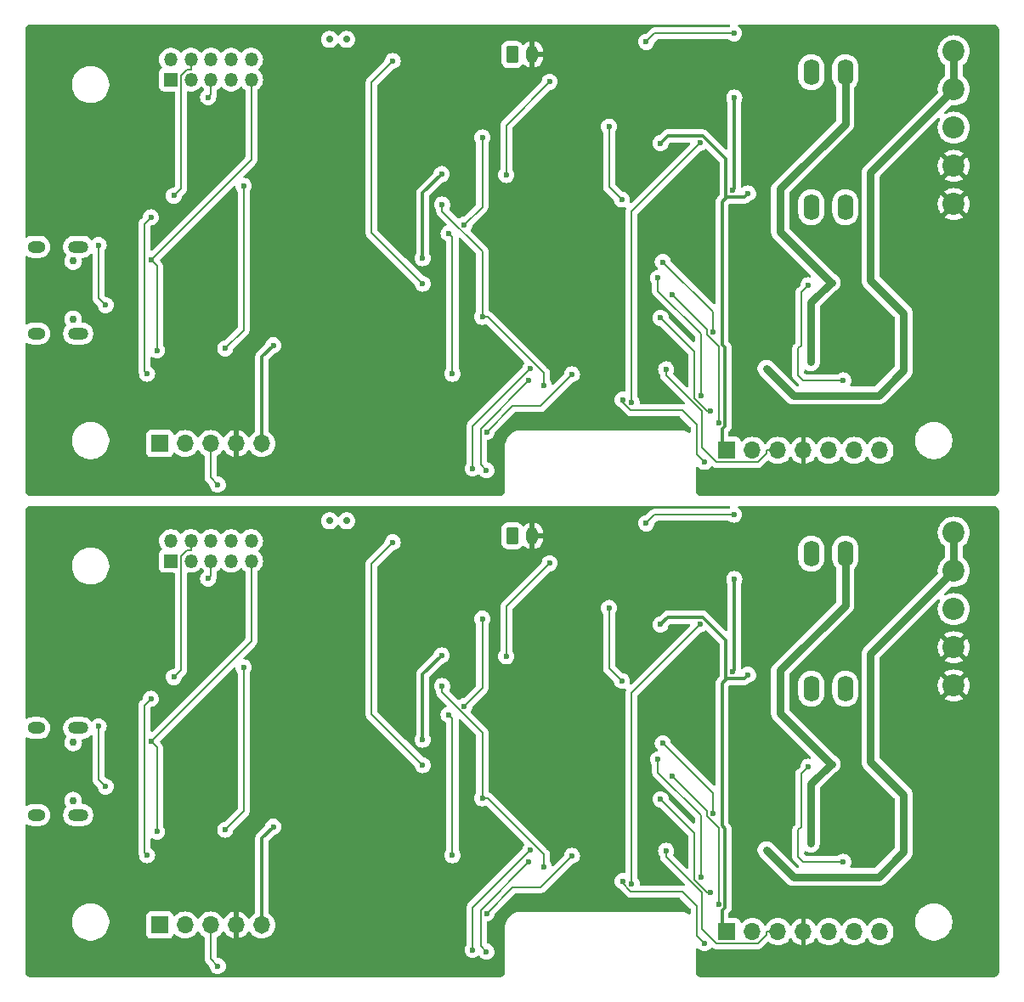
<source format=gbl>
G04 #@! TF.GenerationSoftware,KiCad,Pcbnew,8.0.8*
G04 #@! TF.CreationDate,2025-02-19T19:51:52+01:00*
G04 #@! TF.ProjectId,panelized,70616e65-6c69-47a6-9564-2e6b69636164,rev?*
G04 #@! TF.SameCoordinates,Original*
G04 #@! TF.FileFunction,Copper,L2,Bot*
G04 #@! TF.FilePolarity,Positive*
%FSLAX46Y46*%
G04 Gerber Fmt 4.6, Leading zero omitted, Abs format (unit mm)*
G04 Created by KiCad (PCBNEW 8.0.8) date 2025-02-19 19:51:52*
%MOMM*%
%LPD*%
G01*
G04 APERTURE LIST*
G04 Aperture macros list*
%AMRoundRect*
0 Rectangle with rounded corners*
0 $1 Rounding radius*
0 $2 $3 $4 $5 $6 $7 $8 $9 X,Y pos of 4 corners*
0 Add a 4 corners polygon primitive as box body*
4,1,4,$2,$3,$4,$5,$6,$7,$8,$9,$2,$3,0*
0 Add four circle primitives for the rounded corners*
1,1,$1+$1,$2,$3*
1,1,$1+$1,$4,$5*
1,1,$1+$1,$6,$7*
1,1,$1+$1,$8,$9*
0 Add four rect primitives between the rounded corners*
20,1,$1+$1,$2,$3,$4,$5,0*
20,1,$1+$1,$4,$5,$6,$7,0*
20,1,$1+$1,$6,$7,$8,$9,0*
20,1,$1+$1,$8,$9,$2,$3,0*%
G04 Aperture macros list end*
G04 #@! TA.AperFunction,ComponentPad*
%ADD10O,1.600000X2.600000*%
G04 #@! TD*
G04 #@! TA.AperFunction,ComponentPad*
%ADD11C,0.700000*%
G04 #@! TD*
G04 #@! TA.AperFunction,ComponentPad*
%ADD12RoundRect,0.250000X-0.350000X-0.625000X0.350000X-0.625000X0.350000X0.625000X-0.350000X0.625000X0*%
G04 #@! TD*
G04 #@! TA.AperFunction,ComponentPad*
%ADD13O,1.200000X1.750000*%
G04 #@! TD*
G04 #@! TA.AperFunction,ComponentPad*
%ADD14C,0.750000*%
G04 #@! TD*
G04 #@! TA.AperFunction,ComponentPad*
%ADD15O,2.000000X1.200000*%
G04 #@! TD*
G04 #@! TA.AperFunction,ComponentPad*
%ADD16O,1.800000X1.200000*%
G04 #@! TD*
G04 #@! TA.AperFunction,ComponentPad*
%ADD17C,2.200000*%
G04 #@! TD*
G04 #@! TA.AperFunction,ComponentPad*
%ADD18R,1.700000X1.700000*%
G04 #@! TD*
G04 #@! TA.AperFunction,ComponentPad*
%ADD19O,1.700000X1.700000*%
G04 #@! TD*
G04 #@! TA.AperFunction,ComponentPad*
%ADD20R,1.350000X1.350000*%
G04 #@! TD*
G04 #@! TA.AperFunction,ComponentPad*
%ADD21O,1.350000X1.350000*%
G04 #@! TD*
G04 #@! TA.AperFunction,ViaPad*
%ADD22C,0.600000*%
G04 #@! TD*
G04 #@! TA.AperFunction,Conductor*
%ADD23C,0.300000*%
G04 #@! TD*
G04 #@! TA.AperFunction,Conductor*
%ADD24C,0.200000*%
G04 #@! TD*
G04 #@! TA.AperFunction,Conductor*
%ADD25C,0.800000*%
G04 #@! TD*
G04 APERTURE END LIST*
D10*
G04 #@! TO.P,F2,1*
G04 #@! TO.N,Board_0-/VBUS_C*
X78800000Y-18730000D03*
X82200000Y-18730000D03*
G04 #@! TO.P,F2,2*
G04 #@! TO.N,Board_0-/V_LED*
X78800000Y-5270000D03*
X82200000Y-5270000D03*
G04 #@! TD*
D11*
G04 #@! TO.P,SW1,*
G04 #@! TO.N,*
X30800000Y-2000000D03*
X32500000Y-2000000D03*
G04 #@! TD*
D12*
G04 #@! TO.P,J7,1,Pin_1*
G04 #@! TO.N,Board_0-+5V*
X49000000Y-3500000D03*
D13*
G04 #@! TO.P,J7,2,Pin_2*
G04 #@! TO.N,Board_0-GND*
X51000000Y-3500000D03*
G04 #@! TD*
D14*
G04 #@! TO.P,J2,*
G04 #@! TO.N,*
X5262500Y-24100000D03*
X5262500Y-29900000D03*
D15*
G04 #@! TO.P,J2,0*
G04 #@! TO.N,Board_0-Earth*
X5762500Y-22670000D03*
G04 #@! TO.P,J2,1*
X5762500Y-31330000D03*
D16*
G04 #@! TO.P,J2,2*
X1582500Y-31330000D03*
G04 #@! TO.P,J2,3*
X1582500Y-22670000D03*
G04 #@! TD*
D17*
G04 #@! TO.P,J10,1,Pin_1*
G04 #@! TO.N,Board_0-/LED_1_VCC*
X93000000Y-3190000D03*
G04 #@! TO.P,J10,2,Pin_2*
X93000000Y-7000000D03*
G04 #@! TO.P,J10,3,Pin_3*
G04 #@! TO.N,Board_0-/LED_DATA*
X93000000Y-10810000D03*
G04 #@! TO.P,J10,4,Pin_4*
G04 #@! TO.N,Board_0-GND*
X93000000Y-14620000D03*
G04 #@! TO.P,J10,5,Pin_5*
X93000000Y-18430000D03*
G04 #@! TD*
G04 #@! TO.P,J10,1,Pin_1*
G04 #@! TO.N,Board_1-/LED_1_VCC*
X93000000Y-51190000D03*
G04 #@! TO.P,J10,2,Pin_2*
X93000000Y-55000000D03*
G04 #@! TO.P,J10,3,Pin_3*
G04 #@! TO.N,Board_1-/LED_DATA*
X93000000Y-58810000D03*
G04 #@! TO.P,J10,4,Pin_4*
G04 #@! TO.N,Board_1-GND*
X93000000Y-62620000D03*
G04 #@! TO.P,J10,5,Pin_5*
X93000000Y-66430000D03*
G04 #@! TD*
D18*
G04 #@! TO.P,J6,1,Pin_1*
G04 #@! TO.N,Board_0-/GPIO6*
X13880000Y-42300000D03*
D19*
G04 #@! TO.P,J6,2,Pin_2*
G04 #@! TO.N,Board_0-/GPIO5*
X16420000Y-42300000D03*
G04 #@! TO.P,J6,3,Pin_3*
G04 #@! TO.N,Board_0-/GPIO4*
X18960000Y-42300000D03*
G04 #@! TO.P,J6,4,Pin_4*
G04 #@! TO.N,Board_0-GND*
X21500000Y-42300000D03*
G04 #@! TO.P,J6,5,Pin_5*
G04 #@! TO.N,Board_0-+3.3V*
X24040000Y-42300000D03*
G04 #@! TD*
D20*
G04 #@! TO.P,J4,1,Pin_1*
G04 #@! TO.N,Board_1-unconnected-(J4-Pin_1-Pad1)*
X15000000Y-54000000D03*
D21*
G04 #@! TO.P,J4,2,Pin_2*
G04 #@! TO.N,Board_1-unconnected-(J4-Pin_2-Pad2)*
X15000000Y-52000000D03*
G04 #@! TO.P,J4,3,Pin_3*
G04 #@! TO.N,Board_1-Net-(J4-Pin_3)*
X17000000Y-54000000D03*
G04 #@! TO.P,J4,4,Pin_4*
G04 #@! TO.N,Board_1-Net-(J4-Pin_10)*
X17000000Y-52000000D03*
G04 #@! TO.P,J4,5,Pin_5*
G04 #@! TO.N,Board_1-Net-(J4-Pin_5)*
X19000000Y-54000000D03*
G04 #@! TO.P,J4,6,Pin_6*
G04 #@! TO.N,Board_1-Net-(J4-Pin_10)*
X19000000Y-52000000D03*
G04 #@! TO.P,J4,7,Pin_7*
G04 #@! TO.N,Board_1-Net-(J4-Pin_7)*
X21000000Y-54000000D03*
G04 #@! TO.P,J4,8,Pin_8*
G04 #@! TO.N,Board_1-Net-(J4-Pin_10)*
X21000000Y-52000000D03*
G04 #@! TO.P,J4,9,Pin_9*
G04 #@! TO.N,Board_1-/VDD_C*
X23000000Y-54000000D03*
G04 #@! TO.P,J4,10,Pin_10*
G04 #@! TO.N,Board_1-Net-(J4-Pin_10)*
X23000000Y-52000000D03*
G04 #@! TD*
D14*
G04 #@! TO.P,J2,*
G04 #@! TO.N,*
X5262500Y-72100000D03*
X5262500Y-77900000D03*
D15*
G04 #@! TO.P,J2,0*
G04 #@! TO.N,Board_1-Earth*
X5762500Y-70670000D03*
G04 #@! TO.P,J2,1*
X5762500Y-79330000D03*
D16*
G04 #@! TO.P,J2,2*
X1582500Y-79330000D03*
G04 #@! TO.P,J2,3*
X1582500Y-70670000D03*
G04 #@! TD*
D18*
G04 #@! TO.P,J6,1,Pin_1*
G04 #@! TO.N,Board_1-/GPIO6*
X13880000Y-90300000D03*
D19*
G04 #@! TO.P,J6,2,Pin_2*
G04 #@! TO.N,Board_1-/GPIO5*
X16420000Y-90300000D03*
G04 #@! TO.P,J6,3,Pin_3*
G04 #@! TO.N,Board_1-/GPIO4*
X18960000Y-90300000D03*
G04 #@! TO.P,J6,4,Pin_4*
G04 #@! TO.N,Board_1-GND*
X21500000Y-90300000D03*
G04 #@! TO.P,J6,5,Pin_5*
G04 #@! TO.N,Board_1-+3.3V*
X24040000Y-90300000D03*
G04 #@! TD*
D12*
G04 #@! TO.P,J7,1,Pin_1*
G04 #@! TO.N,Board_1-+5V*
X49000000Y-51500000D03*
D13*
G04 #@! TO.P,J7,2,Pin_2*
G04 #@! TO.N,Board_1-GND*
X51000000Y-51500000D03*
G04 #@! TD*
D11*
G04 #@! TO.P,SW1,*
G04 #@! TO.N,*
X30800000Y-50000000D03*
X32500000Y-50000000D03*
G04 #@! TD*
D18*
G04 #@! TO.P,J8,1,Pin_1*
G04 #@! TO.N,Board_1-+3.3V*
X70400000Y-90975000D03*
D19*
G04 #@! TO.P,J8,2,Pin_2*
G04 #@! TO.N,Board_1-/TX*
X72940000Y-90975000D03*
G04 #@! TO.P,J8,3,Pin_3*
G04 #@! TO.N,Board_1-/RX*
X75480000Y-90975000D03*
G04 #@! TO.P,J8,4,Pin_4*
G04 #@! TO.N,Board_1-GND*
X78020000Y-90975000D03*
G04 #@! TO.P,J8,5,Pin_5*
G04 #@! TO.N,Board_1-/GPIO38*
X80560000Y-90975000D03*
G04 #@! TO.P,J8,6,Pin_6*
G04 #@! TO.N,Board_1-/GPIO37*
X83100000Y-90975000D03*
G04 #@! TO.P,J8,7,Pin_7*
G04 #@! TO.N,Board_1-/GPIO36*
X85640000Y-90975000D03*
G04 #@! TD*
D18*
G04 #@! TO.P,J8,1,Pin_1*
G04 #@! TO.N,Board_0-+3.3V*
X70400000Y-42975000D03*
D19*
G04 #@! TO.P,J8,2,Pin_2*
G04 #@! TO.N,Board_0-/TX*
X72940000Y-42975000D03*
G04 #@! TO.P,J8,3,Pin_3*
G04 #@! TO.N,Board_0-/RX*
X75480000Y-42975000D03*
G04 #@! TO.P,J8,4,Pin_4*
G04 #@! TO.N,Board_0-GND*
X78020000Y-42975000D03*
G04 #@! TO.P,J8,5,Pin_5*
G04 #@! TO.N,Board_0-/GPIO38*
X80560000Y-42975000D03*
G04 #@! TO.P,J8,6,Pin_6*
G04 #@! TO.N,Board_0-/GPIO37*
X83100000Y-42975000D03*
G04 #@! TO.P,J8,7,Pin_7*
G04 #@! TO.N,Board_0-/GPIO36*
X85640000Y-42975000D03*
G04 #@! TD*
D10*
G04 #@! TO.P,F2,1*
G04 #@! TO.N,Board_1-/VBUS_C*
X78800000Y-66730000D03*
X82200000Y-66730000D03*
G04 #@! TO.P,F2,2*
G04 #@! TO.N,Board_1-/V_LED*
X78800000Y-53270000D03*
X82200000Y-53270000D03*
G04 #@! TD*
D20*
G04 #@! TO.P,J4,1,Pin_1*
G04 #@! TO.N,Board_0-unconnected-(J4-Pin_1-Pad1)*
X15000000Y-6000000D03*
D21*
G04 #@! TO.P,J4,2,Pin_2*
G04 #@! TO.N,Board_0-unconnected-(J4-Pin_2-Pad2)*
X15000000Y-4000000D03*
G04 #@! TO.P,J4,3,Pin_3*
G04 #@! TO.N,Board_0-Net-(J4-Pin_3)*
X17000000Y-6000000D03*
G04 #@! TO.P,J4,4,Pin_4*
G04 #@! TO.N,Board_0-Net-(J4-Pin_10)*
X17000000Y-4000000D03*
G04 #@! TO.P,J4,5,Pin_5*
G04 #@! TO.N,Board_0-Net-(J4-Pin_5)*
X19000000Y-6000000D03*
G04 #@! TO.P,J4,6,Pin_6*
G04 #@! TO.N,Board_0-Net-(J4-Pin_10)*
X19000000Y-4000000D03*
G04 #@! TO.P,J4,7,Pin_7*
G04 #@! TO.N,Board_0-Net-(J4-Pin_7)*
X21000000Y-6000000D03*
G04 #@! TO.P,J4,8,Pin_8*
G04 #@! TO.N,Board_0-Net-(J4-Pin_10)*
X21000000Y-4000000D03*
G04 #@! TO.P,J4,9,Pin_9*
G04 #@! TO.N,Board_0-/VDD_C*
X23000000Y-6000000D03*
G04 #@! TO.P,J4,10,Pin_10*
G04 #@! TO.N,Board_0-Net-(J4-Pin_10)*
X23000000Y-4000000D03*
G04 #@! TD*
D22*
G04 #@! TO.N,Board_0-+3.3V*
X41971600Y-15429300D03*
X25194300Y-32505800D03*
X72500000Y-17360800D03*
X40073300Y-23829200D03*
X63766400Y-12341400D03*
G04 #@! TO.N,Board_0-+5V*
X70955600Y-17061200D03*
X71127100Y-7797900D03*
G04 #@! TO.N,Board_0-/BOOT*
X46024900Y-11770500D03*
X44236900Y-20478700D03*
G04 #@! TO.N,Board_0-/FB*
X62350000Y-2250000D03*
X71102000Y-1400000D03*
G04 #@! TO.N,Board_0-/GPIO36*
X67796700Y-37530700D03*
X63542300Y-25793700D03*
G04 #@! TO.N,Board_0-/GPIO37*
X69567400Y-40276700D03*
X64917800Y-27422100D03*
G04 #@! TO.N,Board_0-/GPIO38*
X63779900Y-29770400D03*
X68765400Y-39047100D03*
G04 #@! TO.N,Board_0-/GPIO4*
X50673300Y-36011900D03*
X19664085Y-46389702D03*
X46433500Y-44961500D03*
G04 #@! TO.N,Board_0-/GPIO5*
X54952300Y-35405100D03*
X46457700Y-41136000D03*
G04 #@! TO.N,Board_0-/GPIO6*
X45054100Y-44782700D03*
X50816600Y-34784300D03*
G04 #@! TO.N,Board_0-/LED_1_VCC*
X84710300Y-26000000D03*
X74347500Y-34840500D03*
G04 #@! TO.N,Board_0-/LED_DATA*
X67713200Y-12313400D03*
X60905500Y-38176400D03*
G04 #@! TO.N,Board_0-/MOS_1*
X64008800Y-24193800D03*
X68988200Y-31180800D03*
G04 #@! TO.N,Board_0-/RX*
X64342300Y-34902100D03*
G04 #@! TO.N,Board_0-/SW_5V*
X52732300Y-6232300D03*
X48399500Y-15519400D03*
G04 #@! TO.N,Board_0-/TX*
X60010000Y-37930300D03*
X68133200Y-44130600D03*
G04 #@! TO.N,Board_0-/VBUS_C*
X8500000Y-28500000D03*
X43049100Y-35341100D03*
X42674300Y-21327000D03*
X7795000Y-22501900D03*
G04 #@! TO.N,Board_0-/VDD_C*
X13001600Y-23999900D03*
X13617900Y-33000000D03*
G04 #@! TO.N,Board_0-/V_LED*
X80818300Y-26248800D03*
X78758700Y-34182000D03*
G04 #@! TO.N,Board_0-GND*
X56800000Y-17400000D03*
X37000000Y-12400000D03*
X71273900Y-36021843D03*
X24900000Y-22100000D03*
X77000000Y-41000000D03*
X74500000Y-31000000D03*
X63000000Y-38000000D03*
X63000000Y-32000000D03*
X8900000Y-23500000D03*
G04 #@! TO.N,Board_0-Net-(D2-A)*
X58655300Y-10690400D03*
X59933000Y-17967100D03*
G04 #@! TO.N,Board_0-Net-(J4-Pin_10)*
X15300000Y-17580800D03*
G04 #@! TO.N,Board_0-Net-(J4-Pin_5)*
X18712700Y-7769800D03*
G04 #@! TO.N,Board_0-Net-(Q3-G)*
X78522700Y-26514900D03*
X82000000Y-36000000D03*
G04 #@! TO.N,Board_0-Net-(U3-PG)*
X12619100Y-35341100D03*
X13001600Y-19748500D03*
G04 #@! TO.N,Board_0-Net-(U3-VBUS)*
X22246300Y-16605800D03*
X20411300Y-32806600D03*
G04 #@! TO.N,Board_0-Net-(U5-EN)*
X52165200Y-36526000D03*
X46024900Y-29670500D03*
X42023700Y-18468200D03*
G04 #@! TO.N,Board_0-Net-(U5-IO0)*
X40073300Y-26363800D03*
X37097500Y-4152800D03*
G04 #@! TO.N,Board_1-+3.3V*
X63766400Y-60341400D03*
X40073300Y-71829200D03*
X25194300Y-80505800D03*
X72500000Y-65360800D03*
X41971600Y-63429300D03*
G04 #@! TO.N,Board_1-+5V*
X70955600Y-65061200D03*
X71127100Y-55797900D03*
G04 #@! TO.N,Board_1-/BOOT*
X46024900Y-59770500D03*
X44236900Y-68478700D03*
G04 #@! TO.N,Board_1-/FB*
X62350000Y-50250000D03*
X71102000Y-49400000D03*
G04 #@! TO.N,Board_1-/GPIO36*
X63542300Y-73793700D03*
X67796700Y-85530700D03*
G04 #@! TO.N,Board_1-/GPIO37*
X64917800Y-75422100D03*
X69567400Y-88276700D03*
G04 #@! TO.N,Board_1-/GPIO38*
X63779900Y-77770400D03*
X68765400Y-87047100D03*
G04 #@! TO.N,Board_1-/GPIO4*
X19664085Y-94389702D03*
X46433500Y-92961500D03*
X50673300Y-84011900D03*
G04 #@! TO.N,Board_1-/GPIO5*
X46457700Y-89136000D03*
X54952300Y-83405100D03*
G04 #@! TO.N,Board_1-/GPIO6*
X45054100Y-92782700D03*
X50816600Y-82784300D03*
G04 #@! TO.N,Board_1-/LED_1_VCC*
X84710300Y-74000000D03*
X74347500Y-82840500D03*
G04 #@! TO.N,Board_1-/LED_DATA*
X67713200Y-60313400D03*
X60905500Y-86176400D03*
G04 #@! TO.N,Board_1-/MOS_1*
X64008800Y-72193800D03*
X68988200Y-79180800D03*
G04 #@! TO.N,Board_1-/RX*
X64342300Y-82902100D03*
G04 #@! TO.N,Board_1-/SW_5V*
X48399500Y-63519400D03*
X52732300Y-54232300D03*
G04 #@! TO.N,Board_1-/TX*
X60010000Y-85930300D03*
X68133200Y-92130600D03*
G04 #@! TO.N,Board_1-/VBUS_C*
X7795000Y-70501900D03*
X8500000Y-76500000D03*
X43049100Y-83341100D03*
X42674300Y-69327000D03*
G04 #@! TO.N,Board_1-/VDD_C*
X13617900Y-81000000D03*
X13001600Y-71999900D03*
G04 #@! TO.N,Board_1-/V_LED*
X78758700Y-82182000D03*
X80818300Y-74248800D03*
G04 #@! TO.N,Board_1-GND*
X8900000Y-71500000D03*
X24900000Y-70100000D03*
X71273900Y-84021843D03*
X56800000Y-65400000D03*
X77000000Y-89000000D03*
X63000000Y-80000000D03*
X37000000Y-60400000D03*
X74500000Y-79000000D03*
X63000000Y-86000000D03*
G04 #@! TO.N,Board_1-Net-(D2-A)*
X58655300Y-58690400D03*
X59933000Y-65967100D03*
G04 #@! TO.N,Board_1-Net-(J4-Pin_10)*
X15300000Y-65580800D03*
G04 #@! TO.N,Board_1-Net-(J4-Pin_5)*
X18712700Y-55769800D03*
G04 #@! TO.N,Board_1-Net-(Q3-G)*
X78522700Y-74514900D03*
X82000000Y-84000000D03*
G04 #@! TO.N,Board_1-Net-(U3-PG)*
X12619100Y-83341100D03*
X13001600Y-67748500D03*
G04 #@! TO.N,Board_1-Net-(U3-VBUS)*
X20411300Y-80806600D03*
X22246300Y-64605800D03*
G04 #@! TO.N,Board_1-Net-(U5-EN)*
X42023700Y-66468200D03*
X52165200Y-84526000D03*
X46024900Y-77670500D03*
G04 #@! TO.N,Board_1-Net-(U5-IO0)*
X37097500Y-52152800D03*
X40073300Y-74363800D03*
G04 #@! TD*
D23*
G04 #@! TO.N,Board_0-+3.3V*
X67979400Y-11612200D02*
X64495600Y-11612200D01*
X69900000Y-18212900D02*
X70400000Y-17712900D01*
X70303900Y-13936700D02*
X67979400Y-11612200D01*
X40073300Y-17327600D02*
X41971600Y-15429300D01*
X40073300Y-23829200D02*
X40073300Y-17327600D01*
X70400000Y-42975000D02*
X69900000Y-42475000D01*
X72147900Y-17712900D02*
X72500000Y-17360800D01*
X69900000Y-40863339D02*
X70217400Y-40545939D01*
X24040000Y-43000000D02*
X24040000Y-33660100D01*
X69900000Y-42475000D02*
X69900000Y-40863339D01*
X24040000Y-33660100D02*
X25194300Y-32505800D01*
X70400000Y-17712900D02*
X72147900Y-17712900D01*
X64495600Y-11612200D02*
X63766400Y-12341400D01*
X70217400Y-40545939D02*
X70217400Y-32727641D01*
X70400000Y-17712900D02*
X70303900Y-17616800D01*
X70303900Y-17616800D02*
X70303900Y-13936700D01*
X69900000Y-32410241D02*
X69900000Y-18212900D01*
X70217400Y-32727641D02*
X69900000Y-32410241D01*
G04 #@! TO.N,Board_0-+5V*
X71127100Y-7797900D02*
X71127100Y-16889800D01*
X71127100Y-16889800D02*
X71127000Y-16889800D01*
X71127000Y-16889800D02*
X70955600Y-17061200D01*
D24*
G04 #@! TO.N,Board_0-/BOOT*
X46024900Y-18690700D02*
X46024900Y-11770500D01*
X44236900Y-20478700D02*
X46024900Y-18690700D01*
G04 #@! TO.N,Board_0-/FB*
X63200000Y-1400000D02*
X71102000Y-1400000D01*
X62350000Y-2250000D02*
X63200000Y-1400000D01*
G04 #@! TO.N,Board_0-/GPIO36*
X63542300Y-25793700D02*
X63542300Y-27084700D01*
X67796700Y-31339100D02*
X67796700Y-37530700D01*
X63542300Y-27084700D02*
X67796700Y-31339100D01*
G04 #@! TO.N,Board_0-/GPIO37*
X64917800Y-27422100D02*
X68386500Y-30890800D01*
X68386500Y-31429900D02*
X69567400Y-32610800D01*
X69567400Y-32610800D02*
X69567400Y-40276700D01*
X68386500Y-30890800D02*
X68386500Y-31429900D01*
G04 #@! TO.N,Board_0-/GPIO38*
X67165100Y-37762100D02*
X68450100Y-39047100D01*
X63779900Y-29770400D02*
X67165100Y-33155600D01*
X68450100Y-39047100D02*
X68765400Y-39047100D01*
X67165100Y-33155600D02*
X67165100Y-37762100D01*
G04 #@! TO.N,Board_0-/GPIO4*
X50673300Y-36011900D02*
X45849100Y-40836100D01*
X18960000Y-45685617D02*
X18960000Y-43000000D01*
X45849100Y-44377100D02*
X46433500Y-44961500D01*
X45849100Y-40836100D02*
X45849100Y-44377100D01*
X19664085Y-46389702D02*
X18960000Y-45685617D01*
G04 #@! TO.N,Board_0-/GPIO5*
X51816600Y-38540800D02*
X54952300Y-35405100D01*
X46457700Y-41136000D02*
X49052900Y-38540800D01*
X49052900Y-38540800D02*
X51816600Y-38540800D01*
G04 #@! TO.N,Board_0-/GPIO6*
X45054100Y-40546800D02*
X50816600Y-34784300D01*
X45054100Y-44782700D02*
X45054100Y-40546800D01*
D25*
G04 #@! TO.N,Board_0-/LED_1_VCC*
X77007000Y-37500000D02*
X85500000Y-37500000D01*
X85500000Y-37500000D02*
X88000000Y-35000000D01*
X88000000Y-29289700D02*
X84710300Y-26000000D01*
X74347500Y-34840500D02*
X77007000Y-37500000D01*
X93000000Y-7000000D02*
X93000000Y-3190000D01*
X88000000Y-35000000D02*
X88000000Y-29289700D01*
X93000000Y-7000000D02*
X84710300Y-15289700D01*
X84710300Y-15289700D02*
X84710300Y-26000000D01*
D24*
G04 #@! TO.N,Board_0-/LED_DATA*
X60905500Y-19121100D02*
X60905500Y-38176400D01*
X67713200Y-12313400D02*
X60905500Y-19121100D01*
G04 #@! TO.N,Board_0-/MOS_1*
X64008800Y-24193800D02*
X68988200Y-29173200D01*
X68988200Y-29173200D02*
X68988200Y-31180800D01*
G04 #@! TO.N,Board_0-/RX*
X74328300Y-42975000D02*
X74328300Y-43263000D01*
X67910300Y-39088000D02*
X64342300Y-35520000D01*
X74328300Y-43263000D02*
X73464600Y-44126700D01*
X64342300Y-35520000D02*
X64342300Y-34902100D01*
X69362800Y-44126700D02*
X67910300Y-42674200D01*
X73464600Y-44126700D02*
X69362800Y-44126700D01*
X75480000Y-42975000D02*
X74328300Y-42975000D01*
X67910300Y-42674200D02*
X67910300Y-39088000D01*
G04 #@! TO.N,Board_0-/SW_5V*
X52732300Y-6232300D02*
X48399500Y-10565100D01*
X48399500Y-10565100D02*
X48399500Y-15519400D01*
G04 #@! TO.N,Board_0-/TX*
X60010000Y-37930300D02*
X60010000Y-38168600D01*
X67367000Y-43364400D02*
X68133200Y-44130600D01*
X60816500Y-38975100D02*
X65918300Y-38975100D01*
X67367000Y-40423800D02*
X67367000Y-43364400D01*
X60010000Y-38168600D02*
X60816500Y-38975100D01*
X65918300Y-38975100D02*
X67367000Y-40423800D01*
G04 #@! TO.N,Board_0-/VBUS_C*
X7795000Y-27795000D02*
X7795000Y-22501900D01*
X43049100Y-21701800D02*
X42674300Y-21327000D01*
X43049100Y-35341100D02*
X43049100Y-21701800D01*
X8500000Y-28500000D02*
X7795000Y-27795000D01*
G04 #@! TO.N,Board_0-/VDD_C*
X13001600Y-23999900D02*
X13617900Y-24616200D01*
X23000000Y-14001500D02*
X13001600Y-23999900D01*
X13617900Y-24616200D02*
X13617900Y-33000000D01*
X23000000Y-6000000D02*
X23000000Y-14001500D01*
D25*
G04 #@! TO.N,Board_0-/V_LED*
X82200000Y-5270000D02*
X82200000Y-10400000D01*
X75700000Y-16900000D02*
X75700000Y-21189000D01*
X82200000Y-10400000D02*
X75700000Y-16900000D01*
X80759800Y-26248800D02*
X78758700Y-28249900D01*
X80818300Y-26248800D02*
X80759800Y-26248800D01*
X78758700Y-28249900D02*
X78758700Y-34182000D01*
X75700000Y-21189000D02*
X80759800Y-26248800D01*
D24*
G04 #@! TO.N,Board_0-GND*
X71273900Y-36021843D02*
X72021843Y-36021843D01*
X63000000Y-32000000D02*
X63000000Y-38000000D01*
X71273900Y-34226100D02*
X74500000Y-31000000D01*
X72021843Y-36021843D02*
X77000000Y-41000000D01*
X71273900Y-36021843D02*
X71273900Y-34226100D01*
G04 #@! TO.N,Board_0-Net-(D2-A)*
X58655300Y-10690400D02*
X58655300Y-16689400D01*
X58655300Y-16689400D02*
X59933000Y-17967100D01*
G04 #@! TO.N,Board_0-Net-(J4-Pin_10)*
X16595200Y-4976700D02*
X15999900Y-5572000D01*
X15999900Y-5572000D02*
X15999900Y-16880900D01*
X17000000Y-4976700D02*
X16595200Y-4976700D01*
X15999900Y-16880900D02*
X15300000Y-17580800D01*
X17000000Y-4000000D02*
X17000000Y-4976700D01*
G04 #@! TO.N,Board_0-Net-(J4-Pin_5)*
X19000000Y-6000000D02*
X19000000Y-7482500D01*
X19000000Y-7482500D02*
X18712700Y-7769800D01*
G04 #@! TO.N,Board_0-Net-(Q3-G)*
X77500000Y-32820600D02*
X77500000Y-35500000D01*
X77500000Y-35500000D02*
X78000000Y-36000000D01*
X77814800Y-32505800D02*
X77500000Y-32820600D01*
X78000000Y-36000000D02*
X82000000Y-36000000D01*
X77814800Y-27222800D02*
X77814800Y-32505800D01*
X78522700Y-26514900D02*
X77814800Y-27222800D01*
G04 #@! TO.N,Board_0-Net-(U3-PG)*
X12356800Y-20393300D02*
X12356800Y-35078800D01*
X13001600Y-19748500D02*
X12356800Y-20393300D01*
X12356800Y-35078800D02*
X12619100Y-35341100D01*
G04 #@! TO.N,Board_0-Net-(U3-VBUS)*
X22246300Y-30971600D02*
X20411300Y-32806600D01*
X22246300Y-16605800D02*
X22246300Y-30971600D01*
G04 #@! TO.N,Board_0-Net-(U5-EN)*
X46553700Y-29670500D02*
X46024900Y-29670500D01*
X42023700Y-18468200D02*
X42023700Y-19116300D01*
X52165200Y-35282000D02*
X46553700Y-29670500D01*
X42023700Y-19116300D02*
X46024900Y-23117500D01*
X52165200Y-36526000D02*
X52165200Y-35282000D01*
X46024900Y-23117500D02*
X46024900Y-29670500D01*
G04 #@! TO.N,Board_0-Net-(U5-IO0)*
X35000000Y-21290500D02*
X40073300Y-26363800D01*
X35000000Y-6250300D02*
X35000000Y-21290500D01*
X37097500Y-4152800D02*
X35000000Y-6250300D01*
D23*
G04 #@! TO.N,Board_1-+3.3V*
X70303900Y-65616800D02*
X70303900Y-61936700D01*
X24040000Y-91000000D02*
X24040000Y-81660100D01*
X69900000Y-90475000D02*
X69900000Y-88863339D01*
X40073300Y-65327600D02*
X41971600Y-63429300D01*
X70303900Y-61936700D02*
X67979400Y-59612200D01*
X70400000Y-65712900D02*
X70303900Y-65616800D01*
X70217400Y-88545939D02*
X70217400Y-80727641D01*
X40073300Y-71829200D02*
X40073300Y-65327600D01*
X69900000Y-66212900D02*
X70400000Y-65712900D01*
X64495600Y-59612200D02*
X63766400Y-60341400D01*
X70400000Y-90975000D02*
X69900000Y-90475000D01*
X72147900Y-65712900D02*
X72500000Y-65360800D01*
X70217400Y-80727641D02*
X69900000Y-80410241D01*
X70400000Y-65712900D02*
X72147900Y-65712900D01*
X69900000Y-80410241D02*
X69900000Y-66212900D01*
X24040000Y-81660100D02*
X25194300Y-80505800D01*
X67979400Y-59612200D02*
X64495600Y-59612200D01*
X69900000Y-88863339D02*
X70217400Y-88545939D01*
G04 #@! TO.N,Board_1-+5V*
X71127100Y-55797900D02*
X71127100Y-64889800D01*
X71127100Y-64889800D02*
X71127000Y-64889800D01*
X71127000Y-64889800D02*
X70955600Y-65061200D01*
D24*
G04 #@! TO.N,Board_1-/BOOT*
X44236900Y-68478700D02*
X46024900Y-66690700D01*
X46024900Y-66690700D02*
X46024900Y-59770500D01*
G04 #@! TO.N,Board_1-/FB*
X62350000Y-50250000D02*
X63200000Y-49400000D01*
X63200000Y-49400000D02*
X71102000Y-49400000D01*
G04 #@! TO.N,Board_1-/GPIO36*
X63542300Y-75084700D02*
X67796700Y-79339100D01*
X67796700Y-79339100D02*
X67796700Y-85530700D01*
X63542300Y-73793700D02*
X63542300Y-75084700D01*
G04 #@! TO.N,Board_1-/GPIO37*
X68386500Y-78890800D02*
X68386500Y-79429900D01*
X64917800Y-75422100D02*
X68386500Y-78890800D01*
X69567400Y-80610800D02*
X69567400Y-88276700D01*
X68386500Y-79429900D02*
X69567400Y-80610800D01*
G04 #@! TO.N,Board_1-/GPIO38*
X67165100Y-85762100D02*
X68450100Y-87047100D01*
X68450100Y-87047100D02*
X68765400Y-87047100D01*
X63779900Y-77770400D02*
X67165100Y-81155600D01*
X67165100Y-81155600D02*
X67165100Y-85762100D01*
G04 #@! TO.N,Board_1-/GPIO4*
X18960000Y-93685617D02*
X18960000Y-91000000D01*
X45849100Y-88836100D02*
X45849100Y-92377100D01*
X45849100Y-92377100D02*
X46433500Y-92961500D01*
X50673300Y-84011900D02*
X45849100Y-88836100D01*
X19664085Y-94389702D02*
X18960000Y-93685617D01*
G04 #@! TO.N,Board_1-/GPIO5*
X51816600Y-86540800D02*
X54952300Y-83405100D01*
X46457700Y-89136000D02*
X49052900Y-86540800D01*
X49052900Y-86540800D02*
X51816600Y-86540800D01*
G04 #@! TO.N,Board_1-/GPIO6*
X45054100Y-92782700D02*
X45054100Y-88546800D01*
X45054100Y-88546800D02*
X50816600Y-82784300D01*
D25*
G04 #@! TO.N,Board_1-/LED_1_VCC*
X85500000Y-85500000D02*
X88000000Y-83000000D01*
X84710300Y-63289700D02*
X84710300Y-74000000D01*
X74347500Y-82840500D02*
X77007000Y-85500000D01*
X88000000Y-77289700D02*
X84710300Y-74000000D01*
X77007000Y-85500000D02*
X85500000Y-85500000D01*
X93000000Y-55000000D02*
X93000000Y-51190000D01*
X93000000Y-55000000D02*
X84710300Y-63289700D01*
X88000000Y-83000000D02*
X88000000Y-77289700D01*
D24*
G04 #@! TO.N,Board_1-/LED_DATA*
X67713200Y-60313400D02*
X60905500Y-67121100D01*
X60905500Y-67121100D02*
X60905500Y-86176400D01*
G04 #@! TO.N,Board_1-/MOS_1*
X64008800Y-72193800D02*
X68988200Y-77173200D01*
X68988200Y-77173200D02*
X68988200Y-79180800D01*
G04 #@! TO.N,Board_1-/RX*
X74328300Y-91263000D02*
X73464600Y-92126700D01*
X67910300Y-87088000D02*
X64342300Y-83520000D01*
X67910300Y-90674200D02*
X67910300Y-87088000D01*
X74328300Y-90975000D02*
X74328300Y-91263000D01*
X75480000Y-90975000D02*
X74328300Y-90975000D01*
X64342300Y-83520000D02*
X64342300Y-82902100D01*
X69362800Y-92126700D02*
X67910300Y-90674200D01*
X73464600Y-92126700D02*
X69362800Y-92126700D01*
G04 #@! TO.N,Board_1-/SW_5V*
X48399500Y-58565100D02*
X48399500Y-63519400D01*
X52732300Y-54232300D02*
X48399500Y-58565100D01*
G04 #@! TO.N,Board_1-/TX*
X65918300Y-86975100D02*
X67367000Y-88423800D01*
X60816500Y-86975100D02*
X65918300Y-86975100D01*
X60010000Y-86168600D02*
X60816500Y-86975100D01*
X67367000Y-88423800D02*
X67367000Y-91364400D01*
X67367000Y-91364400D02*
X68133200Y-92130600D01*
X60010000Y-85930300D02*
X60010000Y-86168600D01*
G04 #@! TO.N,Board_1-/VBUS_C*
X8500000Y-76500000D02*
X7795000Y-75795000D01*
X7795000Y-75795000D02*
X7795000Y-70501900D01*
X43049100Y-69701800D02*
X42674300Y-69327000D01*
X43049100Y-83341100D02*
X43049100Y-69701800D01*
G04 #@! TO.N,Board_1-/VDD_C*
X13001600Y-71999900D02*
X13617900Y-72616200D01*
X23000000Y-54000000D02*
X23000000Y-62001500D01*
X23000000Y-62001500D02*
X13001600Y-71999900D01*
X13617900Y-72616200D02*
X13617900Y-81000000D01*
D25*
G04 #@! TO.N,Board_1-/V_LED*
X80759800Y-74248800D02*
X78758700Y-76249900D01*
X75700000Y-69189000D02*
X80759800Y-74248800D01*
X80818300Y-74248800D02*
X80759800Y-74248800D01*
X82200000Y-53270000D02*
X82200000Y-58400000D01*
X75700000Y-64900000D02*
X75700000Y-69189000D01*
X78758700Y-76249900D02*
X78758700Y-82182000D01*
X82200000Y-58400000D02*
X75700000Y-64900000D01*
D24*
G04 #@! TO.N,Board_1-GND*
X71273900Y-84021843D02*
X72021843Y-84021843D01*
X63000000Y-80000000D02*
X63000000Y-86000000D01*
X72021843Y-84021843D02*
X77000000Y-89000000D01*
X71273900Y-82226100D02*
X74500000Y-79000000D01*
X71273900Y-84021843D02*
X71273900Y-82226100D01*
G04 #@! TO.N,Board_1-Net-(D2-A)*
X58655300Y-58690400D02*
X58655300Y-64689400D01*
X58655300Y-64689400D02*
X59933000Y-65967100D01*
G04 #@! TO.N,Board_1-Net-(J4-Pin_10)*
X15999900Y-53572000D02*
X15999900Y-64880900D01*
X16595200Y-52976700D02*
X15999900Y-53572000D01*
X15999900Y-64880900D02*
X15300000Y-65580800D01*
X17000000Y-52976700D02*
X16595200Y-52976700D01*
X17000000Y-52000000D02*
X17000000Y-52976700D01*
G04 #@! TO.N,Board_1-Net-(J4-Pin_5)*
X19000000Y-54000000D02*
X19000000Y-55482500D01*
X19000000Y-55482500D02*
X18712700Y-55769800D01*
G04 #@! TO.N,Board_1-Net-(Q3-G)*
X78522700Y-74514900D02*
X77814800Y-75222800D01*
X77500000Y-80820600D02*
X77500000Y-83500000D01*
X77500000Y-83500000D02*
X78000000Y-84000000D01*
X77814800Y-75222800D02*
X77814800Y-80505800D01*
X77814800Y-80505800D02*
X77500000Y-80820600D01*
X78000000Y-84000000D02*
X82000000Y-84000000D01*
G04 #@! TO.N,Board_1-Net-(U3-PG)*
X12356800Y-68393300D02*
X12356800Y-83078800D01*
X13001600Y-67748500D02*
X12356800Y-68393300D01*
X12356800Y-83078800D02*
X12619100Y-83341100D01*
G04 #@! TO.N,Board_1-Net-(U3-VBUS)*
X22246300Y-78971600D02*
X20411300Y-80806600D01*
X22246300Y-64605800D02*
X22246300Y-78971600D01*
G04 #@! TO.N,Board_1-Net-(U5-EN)*
X52165200Y-83282000D02*
X46553700Y-77670500D01*
X46553700Y-77670500D02*
X46024900Y-77670500D01*
X42023700Y-66468200D02*
X42023700Y-67116300D01*
X52165200Y-84526000D02*
X52165200Y-83282000D01*
X46024900Y-71117500D02*
X46024900Y-77670500D01*
X42023700Y-67116300D02*
X46024900Y-71117500D01*
G04 #@! TO.N,Board_1-Net-(U5-IO0)*
X35000000Y-69290500D02*
X40073300Y-74363800D01*
X35000000Y-54250300D02*
X35000000Y-69290500D01*
X37097500Y-52152800D02*
X35000000Y-54250300D01*
G04 #@! TD*
G04 #@! TA.AperFunction,Conductor*
G04 #@! TO.N,Board_0-GND*
G36*
X70665563Y-520185D02*
G01*
X70711318Y-572989D01*
X70721262Y-642147D01*
X70692237Y-705703D01*
X70664496Y-729494D01*
X70599736Y-770185D01*
X70596903Y-772445D01*
X70594724Y-773334D01*
X70593842Y-773889D01*
X70593744Y-773734D01*
X70532217Y-798855D01*
X70519588Y-799500D01*
X63286670Y-799500D01*
X63286654Y-799499D01*
X63279058Y-799499D01*
X63120943Y-799499D01*
X63044579Y-819961D01*
X62968214Y-840423D01*
X62968209Y-840426D01*
X62831290Y-919475D01*
X62831282Y-919481D01*
X62331465Y-1419298D01*
X62270142Y-1452783D01*
X62257668Y-1454837D01*
X62170750Y-1464630D01*
X62000478Y-1524210D01*
X61847737Y-1620184D01*
X61720184Y-1747737D01*
X61624211Y-1900476D01*
X61564631Y-2070745D01*
X61564630Y-2070750D01*
X61544435Y-2249996D01*
X61544435Y-2250003D01*
X61564630Y-2429249D01*
X61564631Y-2429254D01*
X61624211Y-2599523D01*
X61686908Y-2699304D01*
X61720184Y-2752262D01*
X61847738Y-2879816D01*
X61938080Y-2936582D01*
X61948657Y-2943228D01*
X62000478Y-2975789D01*
X62170745Y-3035368D01*
X62170750Y-3035369D01*
X62349996Y-3055565D01*
X62350000Y-3055565D01*
X62350004Y-3055565D01*
X62529249Y-3035369D01*
X62529252Y-3035368D01*
X62529255Y-3035368D01*
X62699522Y-2975789D01*
X62852262Y-2879816D01*
X62979816Y-2752262D01*
X63075789Y-2599522D01*
X63135368Y-2429255D01*
X63145161Y-2342329D01*
X63172226Y-2277919D01*
X63180688Y-2268545D01*
X63412418Y-2036818D01*
X63473742Y-2003334D01*
X63500099Y-2000500D01*
X70519588Y-2000500D01*
X70586627Y-2020185D01*
X70596903Y-2027555D01*
X70599736Y-2029814D01*
X70599738Y-2029816D01*
X70689600Y-2086280D01*
X70750426Y-2124500D01*
X70752478Y-2125789D01*
X70901128Y-2177804D01*
X70922745Y-2185368D01*
X70922750Y-2185369D01*
X71101996Y-2205565D01*
X71102000Y-2205565D01*
X71102004Y-2205565D01*
X71281249Y-2185369D01*
X71281252Y-2185368D01*
X71281255Y-2185368D01*
X71451522Y-2125789D01*
X71604262Y-2029816D01*
X71731816Y-1902262D01*
X71827789Y-1749522D01*
X71887368Y-1579255D01*
X71890212Y-1554014D01*
X71907565Y-1400003D01*
X71907565Y-1399996D01*
X71887369Y-1220750D01*
X71887368Y-1220745D01*
X71868590Y-1167081D01*
X71827789Y-1050478D01*
X71800445Y-1006961D01*
X71734956Y-902736D01*
X71731816Y-897738D01*
X71604262Y-770184D01*
X71539503Y-729493D01*
X71493213Y-677159D01*
X71482565Y-608106D01*
X71510940Y-544257D01*
X71569330Y-505885D01*
X71605476Y-500500D01*
X96934108Y-500500D01*
X96993038Y-500500D01*
X97006922Y-501280D01*
X97097266Y-511459D01*
X97124331Y-517636D01*
X97203540Y-545352D01*
X97228553Y-557398D01*
X97299606Y-602043D01*
X97321313Y-619355D01*
X97380644Y-678686D01*
X97397957Y-700395D01*
X97442600Y-771444D01*
X97454648Y-796462D01*
X97482362Y-875666D01*
X97488540Y-902735D01*
X97498720Y-993076D01*
X97499500Y-1006961D01*
X97499500Y-46993038D01*
X97498720Y-47006923D01*
X97488540Y-47097264D01*
X97482362Y-47124333D01*
X97454648Y-47203537D01*
X97442600Y-47228555D01*
X97397957Y-47299604D01*
X97380644Y-47321313D01*
X97321313Y-47380644D01*
X97299604Y-47397957D01*
X97228555Y-47442600D01*
X97203537Y-47454648D01*
X97124333Y-47482362D01*
X97097264Y-47488540D01*
X97017075Y-47497576D01*
X97006921Y-47498720D01*
X96993038Y-47499500D01*
X67806962Y-47499500D01*
X67793078Y-47498720D01*
X67780553Y-47497308D01*
X67702735Y-47488540D01*
X67675666Y-47482362D01*
X67596462Y-47454648D01*
X67571444Y-47442600D01*
X67500395Y-47397957D01*
X67478686Y-47380644D01*
X67419355Y-47321313D01*
X67402042Y-47299604D01*
X67357399Y-47228555D01*
X67345351Y-47203537D01*
X67342457Y-47195267D01*
X67317636Y-47124331D01*
X67311459Y-47097263D01*
X67301280Y-47006922D01*
X67300500Y-46993038D01*
X67300500Y-44729340D01*
X67320185Y-44662301D01*
X67372989Y-44616546D01*
X67442147Y-44606602D01*
X67505703Y-44635627D01*
X67512181Y-44641659D01*
X67630938Y-44760416D01*
X67783678Y-44856389D01*
X67953945Y-44915968D01*
X67953950Y-44915969D01*
X68133196Y-44936165D01*
X68133200Y-44936165D01*
X68133204Y-44936165D01*
X68312449Y-44915969D01*
X68312452Y-44915968D01*
X68312455Y-44915968D01*
X68482722Y-44856389D01*
X68635462Y-44760416D01*
X68763016Y-44632862D01*
X68779348Y-44606868D01*
X68831681Y-44560578D01*
X68900734Y-44549928D01*
X68964583Y-44578302D01*
X68972023Y-44585159D01*
X68994084Y-44607220D01*
X68994086Y-44607221D01*
X68994090Y-44607224D01*
X69080265Y-44656977D01*
X69080266Y-44656977D01*
X69131015Y-44686277D01*
X69283742Y-44727200D01*
X69283743Y-44727200D01*
X73377931Y-44727200D01*
X73377947Y-44727201D01*
X73385543Y-44727201D01*
X73543654Y-44727201D01*
X73543657Y-44727201D01*
X73696385Y-44686277D01*
X73747134Y-44656977D01*
X73747135Y-44656977D01*
X73833309Y-44607224D01*
X73833308Y-44607224D01*
X73833316Y-44607220D01*
X73945120Y-44495416D01*
X73945120Y-44495414D01*
X73955324Y-44485211D01*
X73955328Y-44485206D01*
X74430138Y-44010396D01*
X74491461Y-43976911D01*
X74561153Y-43981895D01*
X74605500Y-44010396D01*
X74608599Y-44013495D01*
X74705384Y-44081265D01*
X74802165Y-44149032D01*
X74802167Y-44149033D01*
X74802170Y-44149035D01*
X75016337Y-44248903D01*
X75016343Y-44248904D01*
X75016344Y-44248905D01*
X75071285Y-44263626D01*
X75244592Y-44310063D01*
X75432918Y-44326539D01*
X75479999Y-44330659D01*
X75480000Y-44330659D01*
X75480001Y-44330659D01*
X75519234Y-44327226D01*
X75715408Y-44310063D01*
X75943663Y-44248903D01*
X76157830Y-44149035D01*
X76351401Y-44013495D01*
X76518495Y-43846401D01*
X76648730Y-43660405D01*
X76703307Y-43616781D01*
X76772805Y-43609587D01*
X76835160Y-43641110D01*
X76851879Y-43660405D01*
X76981890Y-43846078D01*
X77148917Y-44013105D01*
X77342421Y-44148600D01*
X77556507Y-44248429D01*
X77556516Y-44248433D01*
X77770000Y-44305634D01*
X77770000Y-43408012D01*
X77827007Y-43440925D01*
X77954174Y-43475000D01*
X78085826Y-43475000D01*
X78212993Y-43440925D01*
X78270000Y-43408012D01*
X78270000Y-44305633D01*
X78483483Y-44248433D01*
X78483492Y-44248429D01*
X78697578Y-44148600D01*
X78891082Y-44013105D01*
X79058105Y-43846082D01*
X79188119Y-43660405D01*
X79242696Y-43616781D01*
X79312195Y-43609588D01*
X79374549Y-43641110D01*
X79391269Y-43660405D01*
X79393243Y-43663224D01*
X79521505Y-43846401D01*
X79688599Y-44013495D01*
X79785384Y-44081265D01*
X79882165Y-44149032D01*
X79882167Y-44149033D01*
X79882170Y-44149035D01*
X80096337Y-44248903D01*
X80096343Y-44248904D01*
X80096344Y-44248905D01*
X80151285Y-44263626D01*
X80324592Y-44310063D01*
X80512918Y-44326539D01*
X80559999Y-44330659D01*
X80560000Y-44330659D01*
X80560001Y-44330659D01*
X80599234Y-44327226D01*
X80795408Y-44310063D01*
X81023663Y-44248903D01*
X81237830Y-44149035D01*
X81431401Y-44013495D01*
X81598495Y-43846401D01*
X81728425Y-43660842D01*
X81783002Y-43617217D01*
X81852500Y-43610023D01*
X81914855Y-43641546D01*
X81931575Y-43660842D01*
X82061500Y-43846395D01*
X82061505Y-43846401D01*
X82228599Y-44013495D01*
X82325384Y-44081265D01*
X82422165Y-44149032D01*
X82422167Y-44149033D01*
X82422170Y-44149035D01*
X82636337Y-44248903D01*
X82636343Y-44248904D01*
X82636344Y-44248905D01*
X82691285Y-44263626D01*
X82864592Y-44310063D01*
X83052918Y-44326539D01*
X83099999Y-44330659D01*
X83100000Y-44330659D01*
X83100001Y-44330659D01*
X83139234Y-44327226D01*
X83335408Y-44310063D01*
X83563663Y-44248903D01*
X83777830Y-44149035D01*
X83971401Y-44013495D01*
X84138495Y-43846401D01*
X84268425Y-43660842D01*
X84323002Y-43617217D01*
X84392500Y-43610023D01*
X84454855Y-43641546D01*
X84471575Y-43660842D01*
X84601500Y-43846395D01*
X84601505Y-43846401D01*
X84768599Y-44013495D01*
X84865384Y-44081265D01*
X84962165Y-44149032D01*
X84962167Y-44149033D01*
X84962170Y-44149035D01*
X85176337Y-44248903D01*
X85176343Y-44248904D01*
X85176344Y-44248905D01*
X85231285Y-44263626D01*
X85404592Y-44310063D01*
X85592918Y-44326539D01*
X85639999Y-44330659D01*
X85640000Y-44330659D01*
X85640001Y-44330659D01*
X85679234Y-44327226D01*
X85875408Y-44310063D01*
X86103663Y-44248903D01*
X86317830Y-44149035D01*
X86511401Y-44013495D01*
X86678495Y-43846401D01*
X86814035Y-43652830D01*
X86913903Y-43438663D01*
X86975063Y-43210408D01*
X86995659Y-42975000D01*
X86975063Y-42739592D01*
X86913903Y-42511337D01*
X86814035Y-42297171D01*
X86808731Y-42289595D01*
X86678494Y-42103597D01*
X86511402Y-41936506D01*
X86511395Y-41936501D01*
X86489784Y-41921369D01*
X86434518Y-41882671D01*
X86428863Y-41878711D01*
X89149500Y-41878711D01*
X89149500Y-42121288D01*
X89181161Y-42361785D01*
X89243947Y-42596104D01*
X89316819Y-42772032D01*
X89336776Y-42820212D01*
X89458064Y-43030289D01*
X89458066Y-43030292D01*
X89458067Y-43030293D01*
X89605733Y-43222736D01*
X89605739Y-43222743D01*
X89777256Y-43394260D01*
X89777263Y-43394266D01*
X89882478Y-43475000D01*
X89969711Y-43541936D01*
X90179788Y-43663224D01*
X90403900Y-43756054D01*
X90638211Y-43818838D01*
X90818586Y-43842584D01*
X90878711Y-43850500D01*
X90878712Y-43850500D01*
X91121289Y-43850500D01*
X91169388Y-43844167D01*
X91361789Y-43818838D01*
X91596100Y-43756054D01*
X91820212Y-43663224D01*
X92030289Y-43541936D01*
X92222738Y-43394265D01*
X92394265Y-43222738D01*
X92541936Y-43030289D01*
X92663224Y-42820212D01*
X92756054Y-42596100D01*
X92818838Y-42361789D01*
X92850500Y-42121288D01*
X92850500Y-41878712D01*
X92818838Y-41638211D01*
X92756054Y-41403900D01*
X92663224Y-41179788D01*
X92541936Y-40969711D01*
X92453199Y-40854066D01*
X92394266Y-40777263D01*
X92394260Y-40777256D01*
X92222743Y-40605739D01*
X92222736Y-40605733D01*
X92030293Y-40458067D01*
X92030292Y-40458066D01*
X92030289Y-40458064D01*
X91820212Y-40336776D01*
X91820205Y-40336773D01*
X91596104Y-40243947D01*
X91361785Y-40181161D01*
X91121289Y-40149500D01*
X91121288Y-40149500D01*
X90878712Y-40149500D01*
X90878711Y-40149500D01*
X90638214Y-40181161D01*
X90403895Y-40243947D01*
X90179794Y-40336773D01*
X90179785Y-40336777D01*
X89969706Y-40458067D01*
X89777263Y-40605733D01*
X89777256Y-40605739D01*
X89605739Y-40777256D01*
X89605733Y-40777263D01*
X89458067Y-40969706D01*
X89336777Y-41179785D01*
X89336773Y-41179794D01*
X89243947Y-41403895D01*
X89181161Y-41638214D01*
X89149500Y-41878711D01*
X86428863Y-41878711D01*
X86317834Y-41800967D01*
X86317830Y-41800965D01*
X86245972Y-41767457D01*
X86103663Y-41701097D01*
X86103659Y-41701096D01*
X86103655Y-41701094D01*
X85875413Y-41639938D01*
X85875403Y-41639936D01*
X85640001Y-41619341D01*
X85639999Y-41619341D01*
X85404596Y-41639936D01*
X85404586Y-41639938D01*
X85176344Y-41701094D01*
X85176335Y-41701098D01*
X84962171Y-41800964D01*
X84962169Y-41800965D01*
X84768597Y-41936505D01*
X84601505Y-42103597D01*
X84471575Y-42289158D01*
X84416998Y-42332783D01*
X84347500Y-42339977D01*
X84285145Y-42308454D01*
X84268425Y-42289158D01*
X84138494Y-42103597D01*
X83971402Y-41936506D01*
X83971395Y-41936501D01*
X83949784Y-41921369D01*
X83894518Y-41882671D01*
X83777834Y-41800967D01*
X83777830Y-41800965D01*
X83705972Y-41767457D01*
X83563663Y-41701097D01*
X83563659Y-41701096D01*
X83563655Y-41701094D01*
X83335413Y-41639938D01*
X83335403Y-41639936D01*
X83100001Y-41619341D01*
X83099999Y-41619341D01*
X82864596Y-41639936D01*
X82864586Y-41639938D01*
X82636344Y-41701094D01*
X82636335Y-41701098D01*
X82422171Y-41800964D01*
X82422169Y-41800965D01*
X82228597Y-41936505D01*
X82061505Y-42103597D01*
X81931575Y-42289158D01*
X81876998Y-42332783D01*
X81807500Y-42339977D01*
X81745145Y-42308454D01*
X81728425Y-42289158D01*
X81598494Y-42103597D01*
X81431402Y-41936506D01*
X81431395Y-41936501D01*
X81409784Y-41921369D01*
X81354518Y-41882671D01*
X81237834Y-41800967D01*
X81237830Y-41800965D01*
X81165972Y-41767457D01*
X81023663Y-41701097D01*
X81023659Y-41701096D01*
X81023655Y-41701094D01*
X80795413Y-41639938D01*
X80795403Y-41639936D01*
X80560001Y-41619341D01*
X80559999Y-41619341D01*
X80324596Y-41639936D01*
X80324586Y-41639938D01*
X80096344Y-41701094D01*
X80096335Y-41701098D01*
X79882171Y-41800964D01*
X79882169Y-41800965D01*
X79688597Y-41936505D01*
X79521508Y-42103594D01*
X79391269Y-42289595D01*
X79336692Y-42333219D01*
X79267193Y-42340412D01*
X79204839Y-42308890D01*
X79188119Y-42289594D01*
X79058113Y-42103926D01*
X79058108Y-42103920D01*
X78891082Y-41936894D01*
X78697578Y-41801399D01*
X78483492Y-41701570D01*
X78483486Y-41701567D01*
X78270000Y-41644364D01*
X78270000Y-42541988D01*
X78212993Y-42509075D01*
X78085826Y-42475000D01*
X77954174Y-42475000D01*
X77827007Y-42509075D01*
X77770000Y-42541988D01*
X77770000Y-41644364D01*
X77769999Y-41644364D01*
X77556513Y-41701567D01*
X77556507Y-41701570D01*
X77342422Y-41801399D01*
X77342420Y-41801400D01*
X77148926Y-41936886D01*
X77148920Y-41936891D01*
X76981891Y-42103920D01*
X76981890Y-42103922D01*
X76851880Y-42289595D01*
X76797303Y-42333219D01*
X76727804Y-42340412D01*
X76665450Y-42308890D01*
X76648730Y-42289594D01*
X76518494Y-42103597D01*
X76351402Y-41936506D01*
X76351395Y-41936501D01*
X76329784Y-41921369D01*
X76274518Y-41882671D01*
X76157834Y-41800967D01*
X76157830Y-41800965D01*
X76085972Y-41767457D01*
X75943663Y-41701097D01*
X75943659Y-41701096D01*
X75943655Y-41701094D01*
X75715413Y-41639938D01*
X75715403Y-41639936D01*
X75480001Y-41619341D01*
X75479999Y-41619341D01*
X75244596Y-41639936D01*
X75244586Y-41639938D01*
X75016344Y-41701094D01*
X75016335Y-41701098D01*
X74802171Y-41800964D01*
X74802169Y-41800965D01*
X74608597Y-41936505D01*
X74441506Y-42103596D01*
X74311575Y-42289159D01*
X74256998Y-42332784D01*
X74187500Y-42339978D01*
X74125145Y-42308455D01*
X74108425Y-42289159D01*
X73978494Y-42103597D01*
X73811402Y-41936506D01*
X73811395Y-41936501D01*
X73789784Y-41921369D01*
X73734518Y-41882671D01*
X73617834Y-41800967D01*
X73617830Y-41800965D01*
X73545972Y-41767457D01*
X73403663Y-41701097D01*
X73403659Y-41701096D01*
X73403655Y-41701094D01*
X73175413Y-41639938D01*
X73175403Y-41639936D01*
X72940001Y-41619341D01*
X72939999Y-41619341D01*
X72704596Y-41639936D01*
X72704586Y-41639938D01*
X72476344Y-41701094D01*
X72476335Y-41701098D01*
X72262171Y-41800964D01*
X72262169Y-41800965D01*
X72068600Y-41936503D01*
X71946673Y-42058430D01*
X71885350Y-42091914D01*
X71815658Y-42086930D01*
X71759725Y-42045058D01*
X71742810Y-42014081D01*
X71693797Y-41882671D01*
X71693793Y-41882664D01*
X71607547Y-41767455D01*
X71607544Y-41767452D01*
X71492335Y-41681206D01*
X71492328Y-41681202D01*
X71357482Y-41630908D01*
X71357483Y-41630908D01*
X71297883Y-41624501D01*
X71297881Y-41624500D01*
X71297873Y-41624500D01*
X71297865Y-41624500D01*
X70674500Y-41624500D01*
X70607461Y-41604815D01*
X70561706Y-41552011D01*
X70550500Y-41500500D01*
X70550500Y-41184147D01*
X70570185Y-41117108D01*
X70586814Y-41096470D01*
X70722676Y-40960609D01*
X70793865Y-40854066D01*
X70842901Y-40735683D01*
X70847765Y-40711230D01*
X70862758Y-40635859D01*
X70867900Y-40610010D01*
X70867900Y-34751803D01*
X73447000Y-34751803D01*
X73447000Y-34929196D01*
X73481603Y-35103158D01*
X73481605Y-35103166D01*
X73549488Y-35267048D01*
X73648034Y-35414534D01*
X73648040Y-35414541D01*
X76432961Y-38199462D01*
X76485884Y-38234824D01*
X76580448Y-38298010D01*
X76580449Y-38298010D01*
X76580453Y-38298013D01*
X76637584Y-38321677D01*
X76744334Y-38365895D01*
X76850212Y-38386955D01*
X76918303Y-38400499D01*
X76918307Y-38400500D01*
X76918308Y-38400500D01*
X85588693Y-38400500D01*
X85588694Y-38400499D01*
X85762666Y-38365895D01*
X85869416Y-38321677D01*
X85926547Y-38298013D01*
X86011072Y-38241535D01*
X86021116Y-38234824D01*
X86038756Y-38223036D01*
X86074036Y-38199464D01*
X88699464Y-35574036D01*
X88750444Y-35497738D01*
X88798013Y-35426547D01*
X88807202Y-35404362D01*
X88833406Y-35341101D01*
X88833406Y-35341100D01*
X88843851Y-35315883D01*
X88865895Y-35262666D01*
X88900500Y-35088692D01*
X88900500Y-34911308D01*
X88900500Y-29201009D01*
X88898306Y-29189981D01*
X88865894Y-29027034D01*
X88846627Y-28980520D01*
X88798013Y-28863153D01*
X88798011Y-28863151D01*
X88798011Y-28863149D01*
X88699465Y-28715666D01*
X88658059Y-28674260D01*
X88574035Y-28590236D01*
X85647119Y-25663319D01*
X85613634Y-25601996D01*
X85610800Y-25575638D01*
X85610800Y-18430000D01*
X91395052Y-18430000D01*
X91414812Y-18681072D01*
X91473603Y-18925956D01*
X91569980Y-19158631D01*
X91701568Y-19373362D01*
X91702266Y-19374179D01*
X92360690Y-18715755D01*
X92379669Y-18761574D01*
X92456275Y-18876223D01*
X92553777Y-18973725D01*
X92668426Y-19050331D01*
X92714243Y-19069309D01*
X92055819Y-19727732D01*
X92055819Y-19727733D01*
X92056634Y-19728429D01*
X92271368Y-19860019D01*
X92504043Y-19956396D01*
X92748927Y-20015187D01*
X93000000Y-20034947D01*
X93251072Y-20015187D01*
X93495956Y-19956396D01*
X93728631Y-19860019D01*
X93943361Y-19728432D01*
X93943363Y-19728430D01*
X93944180Y-19727732D01*
X93285756Y-19069309D01*
X93331574Y-19050331D01*
X93446223Y-18973725D01*
X93543725Y-18876223D01*
X93620331Y-18761574D01*
X93639308Y-18715756D01*
X94297732Y-19374180D01*
X94298430Y-19373363D01*
X94298432Y-19373361D01*
X94430019Y-19158631D01*
X94526396Y-18925956D01*
X94585187Y-18681072D01*
X94604947Y-18430000D01*
X94585187Y-18178927D01*
X94526396Y-17934043D01*
X94430019Y-17701368D01*
X94298429Y-17486634D01*
X94297733Y-17485819D01*
X94297732Y-17485819D01*
X93639308Y-18144242D01*
X93620331Y-18098426D01*
X93543725Y-17983777D01*
X93446223Y-17886275D01*
X93331574Y-17809669D01*
X93285754Y-17790690D01*
X93944179Y-17132266D01*
X93943362Y-17131568D01*
X93728631Y-16999980D01*
X93495956Y-16903603D01*
X93251072Y-16844812D01*
X93000000Y-16825052D01*
X92748927Y-16844812D01*
X92504043Y-16903603D01*
X92271368Y-16999980D01*
X92056637Y-17131567D01*
X92055818Y-17132266D01*
X92714243Y-17790690D01*
X92668426Y-17809669D01*
X92553777Y-17886275D01*
X92456275Y-17983777D01*
X92379669Y-18098426D01*
X92360690Y-18144243D01*
X91702266Y-17485818D01*
X91701567Y-17486637D01*
X91569980Y-17701368D01*
X91473603Y-17934043D01*
X91414812Y-18178927D01*
X91395052Y-18430000D01*
X85610800Y-18430000D01*
X85610800Y-15714061D01*
X85630485Y-15647022D01*
X85647114Y-15626385D01*
X86653499Y-14620000D01*
X91395052Y-14620000D01*
X91414812Y-14871072D01*
X91473603Y-15115956D01*
X91569980Y-15348631D01*
X91701568Y-15563362D01*
X91702266Y-15564179D01*
X92360690Y-14905755D01*
X92379669Y-14951574D01*
X92456275Y-15066223D01*
X92553777Y-15163725D01*
X92668426Y-15240331D01*
X92714243Y-15259309D01*
X92055819Y-15917732D01*
X92055819Y-15917733D01*
X92056634Y-15918429D01*
X92271368Y-16050019D01*
X92504043Y-16146396D01*
X92748927Y-16205187D01*
X93000000Y-16224947D01*
X93251072Y-16205187D01*
X93495956Y-16146396D01*
X93728631Y-16050019D01*
X93943361Y-15918432D01*
X93943363Y-15918430D01*
X93944180Y-15917732D01*
X93285756Y-15259309D01*
X93331574Y-15240331D01*
X93446223Y-15163725D01*
X93543725Y-15066223D01*
X93620331Y-14951574D01*
X93639308Y-14905756D01*
X94297732Y-15564180D01*
X94298430Y-15563363D01*
X94298432Y-15563361D01*
X94430019Y-15348631D01*
X94526396Y-15115956D01*
X94585187Y-14871072D01*
X94604947Y-14620000D01*
X94585187Y-14368927D01*
X94526396Y-14124043D01*
X94430019Y-13891368D01*
X94298429Y-13676634D01*
X94297733Y-13675819D01*
X94297732Y-13675819D01*
X93639308Y-14334242D01*
X93620331Y-14288426D01*
X93543725Y-14173777D01*
X93446223Y-14076275D01*
X93331574Y-13999669D01*
X93285754Y-13980690D01*
X93944179Y-13322266D01*
X93943362Y-13321568D01*
X93728631Y-13189980D01*
X93495956Y-13093603D01*
X93251072Y-13034812D01*
X93000000Y-13015052D01*
X92748927Y-13034812D01*
X92504043Y-13093603D01*
X92271368Y-13189980D01*
X92056637Y-13321567D01*
X92055818Y-13322266D01*
X92714243Y-13980690D01*
X92668426Y-13999669D01*
X92553777Y-14076275D01*
X92456275Y-14173777D01*
X92379669Y-14288426D01*
X92360690Y-14334243D01*
X91702266Y-13675818D01*
X91701567Y-13676637D01*
X91569980Y-13891368D01*
X91473603Y-14124043D01*
X91414812Y-14368927D01*
X91395052Y-14620000D01*
X86653499Y-14620000D01*
X91425657Y-9847841D01*
X91486980Y-9814357D01*
X91556672Y-9819341D01*
X91612605Y-9861213D01*
X91637022Y-9926677D01*
X91622170Y-9994950D01*
X91619065Y-10000313D01*
X91569533Y-10081140D01*
X91473126Y-10313889D01*
X91414317Y-10558848D01*
X91394551Y-10810000D01*
X91414317Y-11061151D01*
X91473126Y-11306110D01*
X91569533Y-11538859D01*
X91701160Y-11753653D01*
X91701161Y-11753656D01*
X91715550Y-11770503D01*
X91864776Y-11945224D01*
X92013066Y-12071875D01*
X92056343Y-12108838D01*
X92056346Y-12108839D01*
X92271140Y-12240466D01*
X92419886Y-12302078D01*
X92503889Y-12336873D01*
X92748852Y-12395683D01*
X93000000Y-12415449D01*
X93251148Y-12395683D01*
X93496111Y-12336873D01*
X93728859Y-12240466D01*
X93943659Y-12108836D01*
X94135224Y-11945224D01*
X94298836Y-11753659D01*
X94430466Y-11538859D01*
X94526873Y-11306111D01*
X94585683Y-11061148D01*
X94605449Y-10810000D01*
X94585683Y-10558852D01*
X94526873Y-10313889D01*
X94502841Y-10255870D01*
X94430466Y-10081140D01*
X94298839Y-9866346D01*
X94298838Y-9866343D01*
X94254437Y-9814357D01*
X94135224Y-9674776D01*
X94008571Y-9566604D01*
X93943656Y-9511161D01*
X93943653Y-9511160D01*
X93728859Y-9379533D01*
X93496110Y-9283126D01*
X93251151Y-9224317D01*
X93000000Y-9204551D01*
X92748848Y-9224317D01*
X92503889Y-9283126D01*
X92271142Y-9379533D01*
X92190311Y-9429066D01*
X92122865Y-9447310D01*
X92056263Y-9426193D01*
X92011650Y-9372421D01*
X92003190Y-9303065D01*
X92033570Y-9240146D01*
X92037819Y-9235679D01*
X92651849Y-8621649D01*
X92713170Y-8588166D01*
X92749251Y-8585714D01*
X93000000Y-8605449D01*
X93251148Y-8585683D01*
X93496111Y-8526873D01*
X93728859Y-8430466D01*
X93943659Y-8298836D01*
X94135224Y-8135224D01*
X94298836Y-7943659D01*
X94430466Y-7728859D01*
X94526873Y-7496111D01*
X94585683Y-7251148D01*
X94605449Y-7000000D01*
X94585683Y-6748852D01*
X94526873Y-6503889D01*
X94505220Y-6451613D01*
X94430466Y-6271140D01*
X94298839Y-6056346D01*
X94298838Y-6056343D01*
X94223722Y-5968394D01*
X94135224Y-5864776D01*
X93943967Y-5701427D01*
X93905775Y-5642921D01*
X93900500Y-5607138D01*
X93900500Y-4582862D01*
X93920185Y-4515823D01*
X93943968Y-4488572D01*
X93964459Y-4471071D01*
X94135224Y-4325224D01*
X94298836Y-4133659D01*
X94430466Y-3918859D01*
X94526873Y-3686111D01*
X94585683Y-3441148D01*
X94605449Y-3190000D01*
X94585683Y-2938852D01*
X94526873Y-2693889D01*
X94513094Y-2660623D01*
X94430466Y-2461140D01*
X94298839Y-2246346D01*
X94298838Y-2246343D01*
X94246760Y-2185368D01*
X94135224Y-2054776D01*
X93956653Y-1902262D01*
X93943656Y-1891161D01*
X93943653Y-1891160D01*
X93728859Y-1759533D01*
X93496110Y-1663126D01*
X93251151Y-1604317D01*
X93000000Y-1584551D01*
X92748848Y-1604317D01*
X92503889Y-1663126D01*
X92271140Y-1759533D01*
X92056346Y-1891160D01*
X92056343Y-1891161D01*
X91864776Y-2054776D01*
X91701161Y-2246343D01*
X91701160Y-2246346D01*
X91569533Y-2461140D01*
X91473126Y-2693889D01*
X91414317Y-2938848D01*
X91394551Y-3190000D01*
X91414317Y-3441151D01*
X91473126Y-3686110D01*
X91569533Y-3918859D01*
X91701160Y-4133653D01*
X91701161Y-4133656D01*
X91736473Y-4175001D01*
X91864776Y-4325224D01*
X92035541Y-4471071D01*
X92056032Y-4488572D01*
X92094225Y-4547079D01*
X92099500Y-4582862D01*
X92099500Y-5607138D01*
X92079815Y-5674177D01*
X92056032Y-5701428D01*
X91864776Y-5864776D01*
X91701161Y-6056343D01*
X91701160Y-6056346D01*
X91569533Y-6271140D01*
X91473126Y-6503889D01*
X91414317Y-6748848D01*
X91394551Y-7000000D01*
X91414285Y-7250740D01*
X91399921Y-7319117D01*
X91378348Y-7348150D01*
X84010838Y-14715660D01*
X84010834Y-14715665D01*
X83998564Y-14734030D01*
X83998563Y-14734032D01*
X83912290Y-14863147D01*
X83912283Y-14863160D01*
X83901160Y-14890016D01*
X83901160Y-14890017D01*
X83844405Y-15027033D01*
X83844403Y-15027041D01*
X83815991Y-15169876D01*
X83815992Y-15169877D01*
X83809800Y-15201009D01*
X83809800Y-26088696D01*
X83844403Y-26262658D01*
X83844405Y-26262666D01*
X83875399Y-26337491D01*
X83875399Y-26337492D01*
X83912283Y-26426540D01*
X83912290Y-26426553D01*
X83969028Y-26511466D01*
X83969028Y-26511467D01*
X84010832Y-26574031D01*
X84010838Y-26574039D01*
X87063181Y-29626380D01*
X87096666Y-29687703D01*
X87099500Y-29714061D01*
X87099500Y-34575638D01*
X87079815Y-34642677D01*
X87063181Y-34663319D01*
X85163319Y-36563181D01*
X85101996Y-36596666D01*
X85075638Y-36599500D01*
X82793079Y-36599500D01*
X82726040Y-36579815D01*
X82680285Y-36527011D01*
X82670341Y-36457853D01*
X82688085Y-36409528D01*
X82725788Y-36349523D01*
X82725789Y-36349522D01*
X82785368Y-36179255D01*
X82790250Y-36135927D01*
X82805565Y-36000003D01*
X82805565Y-35999996D01*
X82785369Y-35820750D01*
X82785368Y-35820745D01*
X82762231Y-35754623D01*
X82725789Y-35650478D01*
X82629816Y-35497738D01*
X82502262Y-35370184D01*
X82455969Y-35341096D01*
X82349523Y-35274211D01*
X82179254Y-35214631D01*
X82179249Y-35214630D01*
X82000004Y-35194435D01*
X81999996Y-35194435D01*
X81820750Y-35214630D01*
X81820745Y-35214631D01*
X81650476Y-35274211D01*
X81497736Y-35370185D01*
X81494903Y-35372445D01*
X81492724Y-35373334D01*
X81491842Y-35373889D01*
X81491744Y-35373734D01*
X81430217Y-35398855D01*
X81417588Y-35399500D01*
X78300098Y-35399500D01*
X78233059Y-35379815D01*
X78212417Y-35363181D01*
X78136819Y-35287583D01*
X78103334Y-35226260D01*
X78100500Y-35199902D01*
X78100500Y-35057215D01*
X78120185Y-34990176D01*
X78172989Y-34944421D01*
X78242147Y-34934477D01*
X78293392Y-34954114D01*
X78332144Y-34980008D01*
X78332159Y-34980016D01*
X78455063Y-35030923D01*
X78496034Y-35047894D01*
X78496036Y-35047894D01*
X78496041Y-35047896D01*
X78670004Y-35082499D01*
X78670007Y-35082500D01*
X78670009Y-35082500D01*
X78847393Y-35082500D01*
X78847394Y-35082499D01*
X78905382Y-35070964D01*
X79021358Y-35047896D01*
X79021361Y-35047894D01*
X79021366Y-35047894D01*
X79185247Y-34980013D01*
X79332735Y-34881464D01*
X79458164Y-34756035D01*
X79556713Y-34608547D01*
X79558162Y-34605050D01*
X79585245Y-34539664D01*
X79624594Y-34444666D01*
X79630704Y-34413953D01*
X79659199Y-34270695D01*
X79659200Y-34270693D01*
X79659200Y-28674260D01*
X79678885Y-28607221D01*
X79695514Y-28586584D01*
X81211300Y-27070797D01*
X81240530Y-27049120D01*
X81244834Y-27046818D01*
X81244847Y-27046813D01*
X81392335Y-26948264D01*
X81517764Y-26822835D01*
X81616313Y-26675347D01*
X81640674Y-26616535D01*
X81684194Y-26511466D01*
X81684196Y-26511458D01*
X81718800Y-26337492D01*
X81718800Y-26160106D01*
X81718799Y-26160104D01*
X81684196Y-25986141D01*
X81684193Y-25986132D01*
X81616316Y-25822259D01*
X81616309Y-25822246D01*
X81517764Y-25674765D01*
X81517761Y-25674761D01*
X81392338Y-25549338D01*
X81392334Y-25549335D01*
X81244847Y-25450787D01*
X81240523Y-25448476D01*
X81211300Y-25426801D01*
X76636819Y-20852319D01*
X76603334Y-20790996D01*
X76600500Y-20764638D01*
X76600500Y-18127648D01*
X77499500Y-18127648D01*
X77499500Y-19332352D01*
X77501992Y-19348085D01*
X77531522Y-19534534D01*
X77594781Y-19729223D01*
X77687715Y-19911613D01*
X77808028Y-20077213D01*
X77952786Y-20221971D01*
X78079790Y-20314243D01*
X78118390Y-20342287D01*
X78234607Y-20401503D01*
X78300776Y-20435218D01*
X78300778Y-20435218D01*
X78300781Y-20435220D01*
X78405137Y-20469127D01*
X78495465Y-20498477D01*
X78546865Y-20506618D01*
X78697648Y-20530500D01*
X78697649Y-20530500D01*
X78902351Y-20530500D01*
X78902352Y-20530500D01*
X79104534Y-20498477D01*
X79299219Y-20435220D01*
X79481610Y-20342287D01*
X79574590Y-20274732D01*
X79647213Y-20221971D01*
X79647215Y-20221968D01*
X79647219Y-20221966D01*
X79791966Y-20077219D01*
X79791968Y-20077215D01*
X79791971Y-20077213D01*
X79879748Y-19956396D01*
X79912287Y-19911610D01*
X80005220Y-19729219D01*
X80068477Y-19534534D01*
X80100500Y-19332352D01*
X80100500Y-18127648D01*
X80899500Y-18127648D01*
X80899500Y-19332352D01*
X80901992Y-19348085D01*
X80931522Y-19534534D01*
X80994781Y-19729223D01*
X81087715Y-19911613D01*
X81208028Y-20077213D01*
X81352786Y-20221971D01*
X81479790Y-20314243D01*
X81518390Y-20342287D01*
X81634607Y-20401503D01*
X81700776Y-20435218D01*
X81700778Y-20435218D01*
X81700781Y-20435220D01*
X81805137Y-20469127D01*
X81895465Y-20498477D01*
X81946865Y-20506618D01*
X82097648Y-20530500D01*
X82097649Y-20530500D01*
X82302351Y-20530500D01*
X82302352Y-20530500D01*
X82504534Y-20498477D01*
X82699219Y-20435220D01*
X82881610Y-20342287D01*
X82974590Y-20274732D01*
X83047213Y-20221971D01*
X83047215Y-20221968D01*
X83047219Y-20221966D01*
X83191966Y-20077219D01*
X83191968Y-20077215D01*
X83191971Y-20077213D01*
X83279748Y-19956396D01*
X83312287Y-19911610D01*
X83405220Y-19729219D01*
X83468477Y-19534534D01*
X83500500Y-19332352D01*
X83500500Y-18127648D01*
X83474887Y-17965937D01*
X83468477Y-17925465D01*
X83423761Y-17787845D01*
X83405220Y-17730781D01*
X83405218Y-17730778D01*
X83405218Y-17730776D01*
X83347539Y-17617576D01*
X83312287Y-17548390D01*
X83304556Y-17537749D01*
X83191971Y-17382786D01*
X83047213Y-17238028D01*
X82881613Y-17117715D01*
X82881612Y-17117714D01*
X82881610Y-17117713D01*
X82804723Y-17078537D01*
X82699223Y-17024781D01*
X82504534Y-16961522D01*
X82329995Y-16933878D01*
X82302352Y-16929500D01*
X82097648Y-16929500D01*
X82073329Y-16933351D01*
X81895465Y-16961522D01*
X81700776Y-17024781D01*
X81518386Y-17117715D01*
X81352786Y-17238028D01*
X81208028Y-17382786D01*
X81087715Y-17548386D01*
X80994781Y-17730776D01*
X80931522Y-17925465D01*
X80906562Y-18083062D01*
X80899500Y-18127648D01*
X80100500Y-18127648D01*
X80074887Y-17965937D01*
X80068477Y-17925465D01*
X80023761Y-17787845D01*
X80005220Y-17730781D01*
X80005218Y-17730778D01*
X80005218Y-17730776D01*
X79947539Y-17617576D01*
X79912287Y-17548390D01*
X79904556Y-17537749D01*
X79791971Y-17382786D01*
X79647213Y-17238028D01*
X79481613Y-17117715D01*
X79481612Y-17117714D01*
X79481610Y-17117713D01*
X79404723Y-17078537D01*
X79299223Y-17024781D01*
X79104534Y-16961522D01*
X78929995Y-16933878D01*
X78902352Y-16929500D01*
X78697648Y-16929500D01*
X78673329Y-16933351D01*
X78495465Y-16961522D01*
X78300776Y-17024781D01*
X78118386Y-17117715D01*
X77952786Y-17238028D01*
X77808028Y-17382786D01*
X77687715Y-17548386D01*
X77594781Y-17730776D01*
X77531522Y-17925465D01*
X77506562Y-18083062D01*
X77499500Y-18127648D01*
X76600500Y-18127648D01*
X76600500Y-17324362D01*
X76620185Y-17257323D01*
X76636819Y-17236681D01*
X82899462Y-10974038D01*
X82899464Y-10974036D01*
X82945939Y-10904481D01*
X82998013Y-10826547D01*
X83044002Y-10715519D01*
X83065895Y-10662666D01*
X83100500Y-10488692D01*
X83100500Y-10311308D01*
X83100500Y-6760047D01*
X83120185Y-6693008D01*
X83136819Y-6672366D01*
X83191966Y-6617219D01*
X83191968Y-6617215D01*
X83191971Y-6617213D01*
X83277831Y-6499035D01*
X83312287Y-6451610D01*
X83405220Y-6269219D01*
X83468477Y-6074534D01*
X83500500Y-5872352D01*
X83500500Y-4667648D01*
X83487071Y-4582862D01*
X83468477Y-4465465D01*
X83425127Y-4332049D01*
X83405220Y-4270781D01*
X83405218Y-4270778D01*
X83405218Y-4270776D01*
X83356426Y-4175018D01*
X83312287Y-4088390D01*
X83271742Y-4032584D01*
X83191971Y-3922786D01*
X83047213Y-3778028D01*
X82881613Y-3657715D01*
X82881612Y-3657714D01*
X82881610Y-3657713D01*
X82824653Y-3628691D01*
X82699223Y-3564781D01*
X82504534Y-3501522D01*
X82329995Y-3473878D01*
X82302352Y-3469500D01*
X82097648Y-3469500D01*
X82073329Y-3473351D01*
X81895465Y-3501522D01*
X81700776Y-3564781D01*
X81518386Y-3657715D01*
X81352786Y-3778028D01*
X81208028Y-3922786D01*
X81087715Y-4088386D01*
X80994781Y-4270776D01*
X80931522Y-4465465D01*
X80899500Y-4667648D01*
X80899500Y-5872351D01*
X80931522Y-6074534D01*
X80994781Y-6269223D01*
X81058691Y-6394653D01*
X81074899Y-6426462D01*
X81087715Y-6451613D01*
X81208028Y-6617213D01*
X81263181Y-6672366D01*
X81296666Y-6733689D01*
X81299500Y-6760047D01*
X81299500Y-9975638D01*
X81279815Y-10042677D01*
X81263181Y-10063319D01*
X75000537Y-16325962D01*
X75000536Y-16325964D01*
X74994221Y-16335415D01*
X74901988Y-16473449D01*
X74901987Y-16473452D01*
X74881913Y-16521916D01*
X74881913Y-16521917D01*
X74834105Y-16637333D01*
X74834103Y-16637341D01*
X74804721Y-16785053D01*
X74804722Y-16785054D01*
X74799500Y-16811309D01*
X74799500Y-21277696D01*
X74834103Y-21451658D01*
X74834105Y-21451666D01*
X74863357Y-21522286D01*
X74901984Y-21615542D01*
X74901985Y-21615543D01*
X74901987Y-21615547D01*
X74955554Y-21695714D01*
X74955554Y-21695715D01*
X75000537Y-21763038D01*
X75000540Y-21763041D01*
X78750113Y-25512613D01*
X78783598Y-25573936D01*
X78778614Y-25643628D01*
X78736742Y-25699561D01*
X78671278Y-25723978D01*
X78648549Y-25723514D01*
X78522704Y-25709335D01*
X78522696Y-25709335D01*
X78343450Y-25729530D01*
X78343445Y-25729531D01*
X78173176Y-25789111D01*
X78020437Y-25885084D01*
X77892884Y-26012637D01*
X77796910Y-26165378D01*
X77737330Y-26335650D01*
X77727537Y-26422568D01*
X77700470Y-26486982D01*
X77691998Y-26496365D01*
X77446086Y-26742278D01*
X77334281Y-26854082D01*
X77334279Y-26854085D01*
X77322179Y-26875044D01*
X77294274Y-26923377D01*
X77255223Y-26991015D01*
X77214299Y-27143743D01*
X77214299Y-27143745D01*
X77214299Y-27311846D01*
X77214300Y-27311859D01*
X77214300Y-32205701D01*
X77194615Y-32272740D01*
X77177981Y-32293382D01*
X77131286Y-32340077D01*
X77131284Y-32340080D01*
X77019481Y-32451882D01*
X77019479Y-32451884D01*
X77005324Y-32476403D01*
X76988352Y-32505800D01*
X76940423Y-32588815D01*
X76899499Y-32741543D01*
X76899499Y-32741545D01*
X76899499Y-32909646D01*
X76899500Y-32909659D01*
X76899500Y-35413330D01*
X76899499Y-35413348D01*
X76899499Y-35579054D01*
X76899498Y-35579054D01*
X76921825Y-35662378D01*
X76940423Y-35731785D01*
X76961457Y-35768216D01*
X76991784Y-35820745D01*
X77019479Y-35868715D01*
X77538583Y-36387819D01*
X77572068Y-36449142D01*
X77567084Y-36518834D01*
X77525212Y-36574767D01*
X77459748Y-36599184D01*
X77450902Y-36599500D01*
X77431362Y-36599500D01*
X77364323Y-36579815D01*
X77343681Y-36563181D01*
X74921541Y-34141040D01*
X74921534Y-34141034D01*
X74774048Y-34042488D01*
X74610166Y-33974605D01*
X74610158Y-33974603D01*
X74436196Y-33940000D01*
X74436192Y-33940000D01*
X74258808Y-33940000D01*
X74258803Y-33940000D01*
X74084841Y-33974603D01*
X74084833Y-33974605D01*
X73920951Y-34042488D01*
X73773465Y-34141034D01*
X73773458Y-34141040D01*
X73648040Y-34266458D01*
X73648034Y-34266465D01*
X73549488Y-34413951D01*
X73481605Y-34577833D01*
X73481603Y-34577841D01*
X73447000Y-34751803D01*
X70867900Y-34751803D01*
X70867900Y-32663569D01*
X70842902Y-32537902D01*
X70842901Y-32537901D01*
X70842901Y-32537897D01*
X70793865Y-32419514D01*
X70793864Y-32419513D01*
X70793860Y-32419505D01*
X70766806Y-32379017D01*
X70766804Y-32379015D01*
X70722676Y-32312971D01*
X70722674Y-32312969D01*
X70722672Y-32312966D01*
X70586819Y-32177113D01*
X70553334Y-32115790D01*
X70550500Y-32089432D01*
X70550500Y-18533708D01*
X70570185Y-18466669D01*
X70586819Y-18446027D01*
X70633127Y-18399719D01*
X70694450Y-18366234D01*
X70720808Y-18363400D01*
X72211971Y-18363400D01*
X72296515Y-18346582D01*
X72337644Y-18338401D01*
X72456027Y-18289365D01*
X72489050Y-18267300D01*
X72562569Y-18218177D01*
X72598223Y-18182522D01*
X72659544Y-18149037D01*
X72672019Y-18146983D01*
X72679255Y-18146168D01*
X72849522Y-18086589D01*
X73002262Y-17990616D01*
X73129816Y-17863062D01*
X73225789Y-17710322D01*
X73285368Y-17540055D01*
X73285369Y-17540049D01*
X73305565Y-17360803D01*
X73305565Y-17360796D01*
X73285369Y-17181550D01*
X73285368Y-17181545D01*
X73270081Y-17137857D01*
X73225789Y-17011278D01*
X73190629Y-16955322D01*
X73163993Y-16912931D01*
X73129816Y-16858538D01*
X73002262Y-16730984D01*
X72994441Y-16726070D01*
X72849523Y-16635011D01*
X72679254Y-16575431D01*
X72679249Y-16575430D01*
X72500004Y-16555235D01*
X72499996Y-16555235D01*
X72320750Y-16575430D01*
X72320745Y-16575431D01*
X72150476Y-16635011D01*
X71997737Y-16730984D01*
X71989281Y-16739441D01*
X71927958Y-16772926D01*
X71858266Y-16767942D01*
X71802333Y-16726070D01*
X71777916Y-16660606D01*
X71777600Y-16651760D01*
X71777600Y-8302967D01*
X71796607Y-8236994D01*
X71852888Y-8147424D01*
X71857157Y-8135224D01*
X71912468Y-7977155D01*
X71915634Y-7949055D01*
X71932665Y-7797903D01*
X71932665Y-7797896D01*
X71912469Y-7618650D01*
X71912468Y-7618645D01*
X71852888Y-7448376D01*
X71813682Y-7385980D01*
X71756916Y-7295638D01*
X71629362Y-7168084D01*
X71598357Y-7148602D01*
X71476623Y-7072111D01*
X71306354Y-7012531D01*
X71306349Y-7012530D01*
X71127104Y-6992335D01*
X71127096Y-6992335D01*
X70947850Y-7012530D01*
X70947845Y-7012531D01*
X70777576Y-7072111D01*
X70624837Y-7168084D01*
X70497284Y-7295637D01*
X70401311Y-7448376D01*
X70341731Y-7618645D01*
X70341730Y-7618650D01*
X70321535Y-7797896D01*
X70321535Y-7797903D01*
X70341730Y-7977149D01*
X70341731Y-7977154D01*
X70401311Y-8147424D01*
X70457593Y-8236994D01*
X70476600Y-8302967D01*
X70476600Y-12890091D01*
X70456915Y-12957130D01*
X70404111Y-13002885D01*
X70334953Y-13012829D01*
X70271397Y-12983804D01*
X70264919Y-12977772D01*
X68394073Y-11106926D01*
X68325565Y-11061151D01*
X68287527Y-11035735D01*
X68169144Y-10986699D01*
X68169140Y-10986698D01*
X68165205Y-10985915D01*
X68161269Y-10985132D01*
X68161266Y-10985131D01*
X68161266Y-10985132D01*
X68043471Y-10961700D01*
X68043469Y-10961700D01*
X64431531Y-10961700D01*
X64431529Y-10961700D01*
X64305860Y-10986697D01*
X64305854Y-10986699D01*
X64286001Y-10994923D01*
X64187477Y-11035732D01*
X64187463Y-11035740D01*
X64080932Y-11106921D01*
X64080925Y-11106927D01*
X63668175Y-11519677D01*
X63606852Y-11553162D01*
X63594388Y-11555215D01*
X63587152Y-11556030D01*
X63587144Y-11556032D01*
X63416878Y-11615610D01*
X63264137Y-11711584D01*
X63136584Y-11839137D01*
X63040611Y-11991876D01*
X62981031Y-12162145D01*
X62981030Y-12162150D01*
X62960835Y-12341396D01*
X62960835Y-12341403D01*
X62981030Y-12520649D01*
X62981031Y-12520654D01*
X63040611Y-12690923D01*
X63136584Y-12843662D01*
X63264138Y-12971216D01*
X63416878Y-13067189D01*
X63548996Y-13113419D01*
X63587145Y-13126768D01*
X63587150Y-13126769D01*
X63766396Y-13146965D01*
X63766400Y-13146965D01*
X63766404Y-13146965D01*
X63945649Y-13126769D01*
X63945652Y-13126768D01*
X63945655Y-13126768D01*
X64115922Y-13067189D01*
X64268662Y-12971216D01*
X64396216Y-12843662D01*
X64492189Y-12690922D01*
X64551768Y-12520655D01*
X64552582Y-12513425D01*
X64579645Y-12449011D01*
X64588102Y-12439643D01*
X64728728Y-12299017D01*
X64790051Y-12265534D01*
X64816408Y-12262700D01*
X66615301Y-12262700D01*
X66682340Y-12282385D01*
X66728095Y-12335189D01*
X66738039Y-12404347D01*
X66709014Y-12467903D01*
X66702982Y-12474381D01*
X60929247Y-18248116D01*
X60867924Y-18281601D01*
X60798232Y-18276617D01*
X60742299Y-18234745D01*
X60717882Y-18169281D01*
X60718346Y-18146551D01*
X60738565Y-17967102D01*
X60738565Y-17967096D01*
X60718369Y-17787850D01*
X60718368Y-17787845D01*
X60708644Y-17760055D01*
X60658789Y-17617578D01*
X60623066Y-17560726D01*
X60609763Y-17539554D01*
X60562816Y-17464838D01*
X60435262Y-17337284D01*
X60317885Y-17263531D01*
X60282521Y-17241310D01*
X60112249Y-17181730D01*
X60025330Y-17171937D01*
X59960916Y-17144870D01*
X59951533Y-17136398D01*
X59292119Y-16476983D01*
X59258634Y-16415660D01*
X59255800Y-16389302D01*
X59255800Y-11272812D01*
X59275485Y-11205773D01*
X59282855Y-11195497D01*
X59285110Y-11192667D01*
X59285116Y-11192662D01*
X59381089Y-11039922D01*
X59440668Y-10869655D01*
X59440669Y-10869649D01*
X59460865Y-10690403D01*
X59460865Y-10690396D01*
X59440669Y-10511150D01*
X59440668Y-10511145D01*
X59381088Y-10340876D01*
X59341882Y-10278480D01*
X59285116Y-10188138D01*
X59157562Y-10060584D01*
X59129063Y-10042677D01*
X59004823Y-9964611D01*
X58834554Y-9905031D01*
X58834549Y-9905030D01*
X58655304Y-9884835D01*
X58655296Y-9884835D01*
X58476050Y-9905030D01*
X58476045Y-9905031D01*
X58305776Y-9964611D01*
X58153037Y-10060584D01*
X58025484Y-10188137D01*
X57929511Y-10340876D01*
X57869931Y-10511145D01*
X57869930Y-10511150D01*
X57849735Y-10690396D01*
X57849735Y-10690403D01*
X57869930Y-10869649D01*
X57869931Y-10869654D01*
X57929511Y-11039923D01*
X58025485Y-11192663D01*
X58027745Y-11195497D01*
X58028634Y-11197675D01*
X58029189Y-11198558D01*
X58029034Y-11198655D01*
X58054155Y-11260183D01*
X58054800Y-11272812D01*
X58054800Y-16602730D01*
X58054799Y-16602748D01*
X58054799Y-16768454D01*
X58054798Y-16768454D01*
X58095723Y-16921187D01*
X58095725Y-16921190D01*
X58119012Y-16961523D01*
X58121771Y-16966301D01*
X58152470Y-17019473D01*
X58174779Y-17058114D01*
X58174781Y-17058117D01*
X58293649Y-17176985D01*
X58293655Y-17176990D01*
X59102298Y-17985633D01*
X59135783Y-18046956D01*
X59137837Y-18059430D01*
X59147630Y-18146349D01*
X59147631Y-18146354D01*
X59147632Y-18146355D01*
X59149552Y-18151841D01*
X59207210Y-18316621D01*
X59278451Y-18430000D01*
X59303184Y-18469362D01*
X59430738Y-18596916D01*
X59583478Y-18692889D01*
X59753505Y-18752384D01*
X59753745Y-18752468D01*
X59753750Y-18752469D01*
X59932996Y-18772665D01*
X59933000Y-18772665D01*
X59933004Y-18772665D01*
X60112249Y-18752469D01*
X60112251Y-18752468D01*
X60112255Y-18752468D01*
X60112258Y-18752466D01*
X60112262Y-18752466D01*
X60190261Y-18725173D01*
X60260040Y-18721611D01*
X60320667Y-18756339D01*
X60352895Y-18818332D01*
X60347105Y-18881217D01*
X60348027Y-18881464D01*
X60346589Y-18886829D01*
X60346490Y-18887908D01*
X60345930Y-18889289D01*
X60345923Y-18889314D01*
X60345923Y-18889315D01*
X60304999Y-19042043D01*
X60304999Y-19042045D01*
X60304999Y-19210146D01*
X60305000Y-19210159D01*
X60305000Y-37019217D01*
X60285315Y-37086256D01*
X60232511Y-37132011D01*
X60167117Y-37142437D01*
X60010004Y-37124735D01*
X60009996Y-37124735D01*
X59830750Y-37144930D01*
X59830745Y-37144931D01*
X59660476Y-37204511D01*
X59507737Y-37300484D01*
X59380184Y-37428037D01*
X59284211Y-37580776D01*
X59224631Y-37751045D01*
X59224630Y-37751050D01*
X59204435Y-37930296D01*
X59204435Y-37930303D01*
X59224630Y-38109549D01*
X59224631Y-38109554D01*
X59284211Y-38279823D01*
X59338294Y-38365895D01*
X59380184Y-38432562D01*
X59507738Y-38560116D01*
X59615757Y-38627988D01*
X59637464Y-38645300D01*
X59648349Y-38656185D01*
X59648355Y-38656190D01*
X60331639Y-39339474D01*
X60331649Y-39339485D01*
X60335979Y-39343815D01*
X60335980Y-39343816D01*
X60447784Y-39455620D01*
X60509640Y-39491332D01*
X60547177Y-39513004D01*
X60584712Y-39534676D01*
X60584714Y-39534676D01*
X60584715Y-39534677D01*
X60737442Y-39575600D01*
X60737443Y-39575600D01*
X65618203Y-39575600D01*
X65685242Y-39595285D01*
X65705884Y-39611919D01*
X66730181Y-40636216D01*
X66763666Y-40697539D01*
X66766500Y-40723897D01*
X66766500Y-41110394D01*
X66746815Y-41177433D01*
X66694011Y-41223188D01*
X66624853Y-41233132D01*
X66575462Y-41214710D01*
X66520958Y-41179683D01*
X66520938Y-41179672D01*
X66325715Y-41090517D01*
X66119774Y-41030047D01*
X66119764Y-41030044D01*
X65928107Y-41002489D01*
X65907318Y-40999500D01*
X65865892Y-40999500D01*
X49865892Y-40999500D01*
X49800000Y-40999500D01*
X49692682Y-40999500D01*
X49480235Y-41030044D01*
X49480225Y-41030047D01*
X49274284Y-41090517D01*
X49079061Y-41179672D01*
X49079048Y-41179679D01*
X48898485Y-41295720D01*
X48736275Y-41436275D01*
X48595720Y-41598485D01*
X48479679Y-41779048D01*
X48479672Y-41779061D01*
X48390517Y-41974284D01*
X48330047Y-42180225D01*
X48330044Y-42180235D01*
X48299500Y-42392682D01*
X48299500Y-46993038D01*
X48298720Y-47006923D01*
X48288540Y-47097264D01*
X48282362Y-47124333D01*
X48254648Y-47203537D01*
X48242600Y-47228555D01*
X48197957Y-47299604D01*
X48180644Y-47321313D01*
X48121313Y-47380644D01*
X48099604Y-47397957D01*
X48028555Y-47442600D01*
X48003537Y-47454648D01*
X47924333Y-47482362D01*
X47897264Y-47488540D01*
X47817075Y-47497576D01*
X47806921Y-47498720D01*
X47793038Y-47499500D01*
X1006962Y-47499500D01*
X993078Y-47498720D01*
X980553Y-47497308D01*
X902735Y-47488540D01*
X875666Y-47482362D01*
X796462Y-47454648D01*
X771444Y-47442600D01*
X700395Y-47397957D01*
X678686Y-47380644D01*
X619355Y-47321313D01*
X602042Y-47299604D01*
X557399Y-47228555D01*
X545351Y-47203537D01*
X542457Y-47195267D01*
X517636Y-47124331D01*
X511459Y-47097263D01*
X501280Y-47006922D01*
X500500Y-46993038D01*
X500500Y-41878711D01*
X5149500Y-41878711D01*
X5149500Y-42121288D01*
X5181161Y-42361785D01*
X5243947Y-42596104D01*
X5316819Y-42772032D01*
X5336776Y-42820212D01*
X5458064Y-43030289D01*
X5458066Y-43030292D01*
X5458067Y-43030293D01*
X5605733Y-43222736D01*
X5605739Y-43222743D01*
X5777256Y-43394260D01*
X5777263Y-43394266D01*
X5882478Y-43475000D01*
X5969711Y-43541936D01*
X6179788Y-43663224D01*
X6403900Y-43756054D01*
X6638211Y-43818838D01*
X6818586Y-43842584D01*
X6878711Y-43850500D01*
X6878712Y-43850500D01*
X7121289Y-43850500D01*
X7169388Y-43844167D01*
X7361789Y-43818838D01*
X7596100Y-43756054D01*
X7820212Y-43663224D01*
X8030289Y-43541936D01*
X8222738Y-43394265D01*
X8394265Y-43222738D01*
X8541936Y-43030289D01*
X8663224Y-42820212D01*
X8756054Y-42596100D01*
X8818838Y-42361789D01*
X8850500Y-42121288D01*
X8850500Y-41878712D01*
X8818838Y-41638211D01*
X8756054Y-41403900D01*
X8755323Y-41402135D01*
X12529500Y-41402135D01*
X12529500Y-43197870D01*
X12529501Y-43197876D01*
X12535908Y-43257483D01*
X12586202Y-43392328D01*
X12586206Y-43392335D01*
X12672452Y-43507544D01*
X12672455Y-43507547D01*
X12787664Y-43593793D01*
X12787671Y-43593797D01*
X12922517Y-43644091D01*
X12922516Y-43644091D01*
X12929444Y-43644835D01*
X12982127Y-43650500D01*
X14777872Y-43650499D01*
X14837483Y-43644091D01*
X14972331Y-43593796D01*
X15087546Y-43507546D01*
X15173796Y-43392331D01*
X15222810Y-43260916D01*
X15264681Y-43204984D01*
X15330145Y-43180566D01*
X15398418Y-43195417D01*
X15426673Y-43216569D01*
X15548599Y-43338495D01*
X15628240Y-43394260D01*
X15742165Y-43474032D01*
X15742167Y-43474033D01*
X15742170Y-43474035D01*
X15956337Y-43573903D01*
X16184592Y-43635063D01*
X16361034Y-43650500D01*
X16419999Y-43655659D01*
X16420000Y-43655659D01*
X16420001Y-43655659D01*
X16473571Y-43650972D01*
X16655408Y-43635063D01*
X16883663Y-43573903D01*
X17097830Y-43474035D01*
X17291401Y-43338495D01*
X17458495Y-43171401D01*
X17588425Y-42985842D01*
X17643002Y-42942217D01*
X17712500Y-42935023D01*
X17774855Y-42966546D01*
X17791575Y-42985842D01*
X17921500Y-43171395D01*
X17921505Y-43171401D01*
X18088599Y-43338495D01*
X18168240Y-43394260D01*
X18282165Y-43474032D01*
X18282167Y-43474033D01*
X18282170Y-43474035D01*
X18287898Y-43476706D01*
X18340339Y-43522872D01*
X18359500Y-43589090D01*
X18359500Y-45598947D01*
X18359499Y-45598965D01*
X18359499Y-45764671D01*
X18359498Y-45764671D01*
X18400422Y-45917400D01*
X18422229Y-45955170D01*
X18422231Y-45955173D01*
X18479479Y-46054331D01*
X18479481Y-46054334D01*
X18598349Y-46173202D01*
X18598355Y-46173207D01*
X18833383Y-46408235D01*
X18866868Y-46469558D01*
X18868922Y-46482032D01*
X18878715Y-46568951D01*
X18938295Y-46739223D01*
X19034269Y-46891964D01*
X19161823Y-47019518D01*
X19252165Y-47076284D01*
X19307652Y-47111149D01*
X19314563Y-47115491D01*
X19484830Y-47175070D01*
X19484835Y-47175071D01*
X19664081Y-47195267D01*
X19664085Y-47195267D01*
X19664089Y-47195267D01*
X19843334Y-47175071D01*
X19843337Y-47175070D01*
X19843340Y-47175070D01*
X20013607Y-47115491D01*
X20166347Y-47019518D01*
X20293901Y-46891964D01*
X20389874Y-46739224D01*
X20449453Y-46568957D01*
X20459247Y-46482032D01*
X20469650Y-46389705D01*
X20469650Y-46389698D01*
X20449454Y-46210452D01*
X20449453Y-46210447D01*
X20433948Y-46166137D01*
X20389874Y-46040180D01*
X20293901Y-45887440D01*
X20166347Y-45759886D01*
X20050810Y-45687289D01*
X20013606Y-45663912D01*
X19865934Y-45612240D01*
X19843340Y-45604334D01*
X19843339Y-45604333D01*
X19843334Y-45604332D01*
X19756417Y-45594539D01*
X19692003Y-45567472D01*
X19682620Y-45559000D01*
X19596819Y-45473199D01*
X19563334Y-45411876D01*
X19560500Y-45385518D01*
X19560500Y-43589090D01*
X19580185Y-43522051D01*
X19632101Y-43476706D01*
X19637830Y-43474035D01*
X19831401Y-43338495D01*
X19998495Y-43171401D01*
X20128730Y-42985405D01*
X20183307Y-42941781D01*
X20252805Y-42934587D01*
X20315160Y-42966110D01*
X20331879Y-42985405D01*
X20461890Y-43171078D01*
X20628917Y-43338105D01*
X20822421Y-43473600D01*
X21036507Y-43573429D01*
X21036516Y-43573433D01*
X21250000Y-43630634D01*
X21250000Y-42733012D01*
X21307007Y-42765925D01*
X21434174Y-42800000D01*
X21565826Y-42800000D01*
X21692993Y-42765925D01*
X21750000Y-42733012D01*
X21750000Y-43630633D01*
X21963483Y-43573433D01*
X21963492Y-43573429D01*
X22177578Y-43473600D01*
X22371082Y-43338105D01*
X22538105Y-43171082D01*
X22668119Y-42985405D01*
X22722696Y-42941781D01*
X22792195Y-42934588D01*
X22854549Y-42966110D01*
X22871269Y-42985405D01*
X23001505Y-43171401D01*
X23168599Y-43338495D01*
X23248240Y-43394260D01*
X23362165Y-43474032D01*
X23362167Y-43474033D01*
X23362170Y-43474035D01*
X23576337Y-43573903D01*
X23804592Y-43635063D01*
X23965189Y-43649113D01*
X23972596Y-43650171D01*
X23975930Y-43650499D01*
X23975931Y-43650500D01*
X23975932Y-43650500D01*
X23976175Y-43650524D01*
X23986429Y-43650972D01*
X24039999Y-43655659D01*
X24040000Y-43655659D01*
X24040001Y-43655659D01*
X24093571Y-43650972D01*
X24103825Y-43650524D01*
X24104068Y-43650500D01*
X24104069Y-43650500D01*
X24104069Y-43650499D01*
X24107405Y-43650171D01*
X24114817Y-43649113D01*
X24275408Y-43635063D01*
X24503663Y-43573903D01*
X24717830Y-43474035D01*
X24911401Y-43338495D01*
X25078495Y-43171401D01*
X25214035Y-42977830D01*
X25313903Y-42763663D01*
X25375063Y-42535408D01*
X25395659Y-42300000D01*
X25395411Y-42297171D01*
X25378504Y-42103920D01*
X25375063Y-42064592D01*
X25320723Y-41861789D01*
X25313905Y-41836344D01*
X25313904Y-41836343D01*
X25313903Y-41836337D01*
X25214035Y-41622171D01*
X25212054Y-41619341D01*
X25078494Y-41428597D01*
X24911402Y-41261506D01*
X24911401Y-41261505D01*
X24802448Y-41185215D01*
X24743376Y-41143852D01*
X24699751Y-41089275D01*
X24690500Y-41042277D01*
X24690500Y-33980907D01*
X24710185Y-33913868D01*
X24726815Y-33893230D01*
X25292524Y-33327520D01*
X25353845Y-33294037D01*
X25366319Y-33291983D01*
X25373555Y-33291168D01*
X25543822Y-33231589D01*
X25696562Y-33135616D01*
X25824116Y-33008062D01*
X25920089Y-32855322D01*
X25979668Y-32685055D01*
X25986171Y-32627345D01*
X25999865Y-32505801D01*
X25999865Y-32505796D01*
X25979669Y-32326550D01*
X25979668Y-32326545D01*
X25974918Y-32312971D01*
X25920089Y-32156278D01*
X25910360Y-32140795D01*
X25835234Y-32021232D01*
X25824116Y-32003538D01*
X25696562Y-31875984D01*
X25543823Y-31780011D01*
X25373554Y-31720431D01*
X25373549Y-31720430D01*
X25194304Y-31700235D01*
X25194296Y-31700235D01*
X25015050Y-31720430D01*
X25015045Y-31720431D01*
X24844776Y-31780011D01*
X24692037Y-31875984D01*
X24564484Y-32003537D01*
X24468510Y-32156278D01*
X24408932Y-32326544D01*
X24408930Y-32326552D01*
X24408115Y-32333788D01*
X24381043Y-32398200D01*
X24372577Y-32407575D01*
X23534724Y-33245428D01*
X23490667Y-33311364D01*
X23490668Y-33311365D01*
X23463534Y-33351974D01*
X23414499Y-33470355D01*
X23414497Y-33470361D01*
X23389500Y-33596028D01*
X23389500Y-41042278D01*
X23369815Y-41109317D01*
X23336623Y-41143853D01*
X23168597Y-41261505D01*
X23001508Y-41428594D01*
X22871269Y-41614595D01*
X22816692Y-41658219D01*
X22747193Y-41665412D01*
X22684839Y-41633890D01*
X22668119Y-41614594D01*
X22538113Y-41428926D01*
X22538108Y-41428920D01*
X22371082Y-41261894D01*
X22177578Y-41126399D01*
X21963492Y-41026570D01*
X21963486Y-41026567D01*
X21750000Y-40969364D01*
X21750000Y-41866988D01*
X21692993Y-41834075D01*
X21565826Y-41800000D01*
X21434174Y-41800000D01*
X21307007Y-41834075D01*
X21250000Y-41866988D01*
X21250000Y-40969364D01*
X21249999Y-40969364D01*
X21036513Y-41026567D01*
X21036507Y-41026570D01*
X20822422Y-41126399D01*
X20822420Y-41126400D01*
X20628926Y-41261886D01*
X20628920Y-41261891D01*
X20461891Y-41428920D01*
X20461890Y-41428922D01*
X20331880Y-41614595D01*
X20277303Y-41658219D01*
X20207804Y-41665412D01*
X20145450Y-41633890D01*
X20128730Y-41614594D01*
X19998494Y-41428597D01*
X19831402Y-41261506D01*
X19831395Y-41261501D01*
X19637834Y-41125967D01*
X19637830Y-41125965D01*
X19574567Y-41096465D01*
X19423663Y-41026097D01*
X19423659Y-41026096D01*
X19423655Y-41026094D01*
X19195413Y-40964938D01*
X19195403Y-40964936D01*
X18960001Y-40944341D01*
X18959999Y-40944341D01*
X18724596Y-40964936D01*
X18724586Y-40964938D01*
X18496344Y-41026094D01*
X18496335Y-41026098D01*
X18282171Y-41125964D01*
X18282169Y-41125965D01*
X18088597Y-41261505D01*
X17921505Y-41428597D01*
X17791575Y-41614158D01*
X17736998Y-41657783D01*
X17667500Y-41664977D01*
X17605145Y-41633454D01*
X17588425Y-41614158D01*
X17458494Y-41428597D01*
X17291402Y-41261506D01*
X17291395Y-41261501D01*
X17097834Y-41125967D01*
X17097830Y-41125965D01*
X17034567Y-41096465D01*
X16883663Y-41026097D01*
X16883659Y-41026096D01*
X16883655Y-41026094D01*
X16655413Y-40964938D01*
X16655403Y-40964936D01*
X16420001Y-40944341D01*
X16419999Y-40944341D01*
X16184596Y-40964936D01*
X16184586Y-40964938D01*
X15956344Y-41026094D01*
X15956335Y-41026098D01*
X15742171Y-41125964D01*
X15742169Y-41125965D01*
X15548600Y-41261503D01*
X15426673Y-41383430D01*
X15365350Y-41416914D01*
X15295658Y-41411930D01*
X15239725Y-41370058D01*
X15222810Y-41339081D01*
X15173797Y-41207671D01*
X15173793Y-41207664D01*
X15087547Y-41092455D01*
X15087544Y-41092452D01*
X14972335Y-41006206D01*
X14972328Y-41006202D01*
X14837482Y-40955908D01*
X14837483Y-40955908D01*
X14777883Y-40949501D01*
X14777881Y-40949500D01*
X14777873Y-40949500D01*
X14777864Y-40949500D01*
X12982129Y-40949500D01*
X12982123Y-40949501D01*
X12922516Y-40955908D01*
X12787671Y-41006202D01*
X12787664Y-41006206D01*
X12672455Y-41092452D01*
X12672452Y-41092455D01*
X12586206Y-41207664D01*
X12586202Y-41207671D01*
X12535908Y-41342517D01*
X12529501Y-41402116D01*
X12529500Y-41402135D01*
X8755323Y-41402135D01*
X8663224Y-41179788D01*
X8541936Y-40969711D01*
X8453199Y-40854066D01*
X8394266Y-40777263D01*
X8394260Y-40777256D01*
X8222743Y-40605739D01*
X8222736Y-40605733D01*
X8030293Y-40458067D01*
X8030292Y-40458066D01*
X8030289Y-40458064D01*
X7820212Y-40336776D01*
X7820205Y-40336773D01*
X7596104Y-40243947D01*
X7361785Y-40181161D01*
X7121289Y-40149500D01*
X7121288Y-40149500D01*
X6878712Y-40149500D01*
X6878711Y-40149500D01*
X6638214Y-40181161D01*
X6403895Y-40243947D01*
X6179794Y-40336773D01*
X6179785Y-40336777D01*
X5969706Y-40458067D01*
X5777263Y-40605733D01*
X5777256Y-40605739D01*
X5605739Y-40777256D01*
X5605733Y-40777263D01*
X5458067Y-40969706D01*
X5336777Y-41179785D01*
X5336773Y-41179794D01*
X5243947Y-41403895D01*
X5181161Y-41638214D01*
X5149500Y-41878711D01*
X500500Y-41878711D01*
X500500Y-35157854D01*
X11756298Y-35157854D01*
X11797224Y-35310589D01*
X11797225Y-35310590D01*
X11800281Y-35315883D01*
X11816115Y-35364001D01*
X11833730Y-35520349D01*
X11833731Y-35520354D01*
X11893311Y-35690623D01*
X11942067Y-35768217D01*
X11989284Y-35843362D01*
X12116838Y-35970916D01*
X12269578Y-36066889D01*
X12439845Y-36126468D01*
X12439850Y-36126469D01*
X12619096Y-36146665D01*
X12619100Y-36146665D01*
X12619104Y-36146665D01*
X12798349Y-36126469D01*
X12798352Y-36126468D01*
X12798355Y-36126468D01*
X12968622Y-36066889D01*
X13121362Y-35970916D01*
X13248916Y-35843362D01*
X13344889Y-35690622D01*
X13404468Y-35520355D01*
X13407017Y-35497738D01*
X13424665Y-35341100D01*
X13424665Y-35341096D01*
X13404469Y-35161850D01*
X13404468Y-35161845D01*
X13383935Y-35103166D01*
X13344889Y-34991578D01*
X13248916Y-34838838D01*
X13121362Y-34711284D01*
X13121356Y-34711279D01*
X13015328Y-34644657D01*
X12969037Y-34592323D01*
X12957300Y-34539664D01*
X12957300Y-33754686D01*
X12976985Y-33687647D01*
X13029789Y-33641892D01*
X13098947Y-33631948D01*
X13147270Y-33649692D01*
X13196591Y-33680682D01*
X13268375Y-33725788D01*
X13438645Y-33785368D01*
X13438650Y-33785369D01*
X13617896Y-33805565D01*
X13617900Y-33805565D01*
X13617904Y-33805565D01*
X13797149Y-33785369D01*
X13797152Y-33785368D01*
X13797155Y-33785368D01*
X13967422Y-33725789D01*
X14120162Y-33629816D01*
X14247716Y-33502262D01*
X14343689Y-33349522D01*
X14403268Y-33179255D01*
X14403269Y-33179249D01*
X14423465Y-33000003D01*
X14423465Y-32999996D01*
X14403269Y-32820750D01*
X14403268Y-32820745D01*
X14343689Y-32650478D01*
X14247716Y-32497738D01*
X14247714Y-32497736D01*
X14247713Y-32497734D01*
X14245450Y-32494896D01*
X14244559Y-32492715D01*
X14244011Y-32491842D01*
X14244164Y-32491745D01*
X14219044Y-32430209D01*
X14218400Y-32417587D01*
X14218400Y-24705259D01*
X14218401Y-24705246D01*
X14218401Y-24537145D01*
X14218401Y-24537143D01*
X14177477Y-24384415D01*
X14131293Y-24304423D01*
X14098420Y-24247484D01*
X13986616Y-24135680D01*
X13986615Y-24135679D01*
X13982285Y-24131349D01*
X13982274Y-24131339D01*
X13938515Y-24087580D01*
X13905030Y-24026257D01*
X13910014Y-23956565D01*
X13938511Y-23912223D01*
X21238837Y-16611896D01*
X21300158Y-16578413D01*
X21369850Y-16583397D01*
X21425783Y-16625269D01*
X21449736Y-16685695D01*
X21460930Y-16785050D01*
X21460931Y-16785054D01*
X21520511Y-16955323D01*
X21616485Y-17108063D01*
X21618745Y-17110897D01*
X21619634Y-17113075D01*
X21620189Y-17113958D01*
X21620034Y-17114055D01*
X21645155Y-17175583D01*
X21645800Y-17188212D01*
X21645800Y-30671502D01*
X21626115Y-30738541D01*
X21609481Y-30759183D01*
X20392765Y-31975898D01*
X20331442Y-32009383D01*
X20318968Y-32011437D01*
X20232050Y-32021230D01*
X20061778Y-32080810D01*
X19909037Y-32176784D01*
X19781484Y-32304337D01*
X19685511Y-32457076D01*
X19625931Y-32627345D01*
X19625930Y-32627350D01*
X19605735Y-32806596D01*
X19605735Y-32806603D01*
X19625930Y-32985849D01*
X19625931Y-32985854D01*
X19685511Y-33156123D01*
X19770366Y-33291168D01*
X19781484Y-33308862D01*
X19909038Y-33436416D01*
X20061778Y-33532389D01*
X20232045Y-33591968D01*
X20232050Y-33591969D01*
X20411296Y-33612165D01*
X20411300Y-33612165D01*
X20411304Y-33612165D01*
X20590549Y-33591969D01*
X20590552Y-33591968D01*
X20590555Y-33591968D01*
X20760822Y-33532389D01*
X20913562Y-33436416D01*
X21041116Y-33308862D01*
X21137089Y-33156122D01*
X21196668Y-32985855D01*
X21206461Y-32898929D01*
X21233526Y-32834518D01*
X21241990Y-32825143D01*
X22604806Y-31462328D01*
X22604811Y-31462324D01*
X22615014Y-31452120D01*
X22615016Y-31452120D01*
X22726820Y-31340316D01*
X22783981Y-31241309D01*
X22805877Y-31203385D01*
X22846801Y-31050657D01*
X22846801Y-30892543D01*
X22846801Y-30884948D01*
X22846800Y-30884930D01*
X22846800Y-21369554D01*
X34399498Y-21369554D01*
X34440423Y-21522285D01*
X34461495Y-21558781D01*
X34461496Y-21558785D01*
X34461497Y-21558785D01*
X34483327Y-21596597D01*
X34519479Y-21659214D01*
X34519481Y-21659217D01*
X34638349Y-21778085D01*
X34638355Y-21778090D01*
X39242598Y-26382334D01*
X39276083Y-26443657D01*
X39278137Y-26456131D01*
X39287930Y-26543049D01*
X39347510Y-26713321D01*
X39424573Y-26835965D01*
X39443484Y-26866062D01*
X39571038Y-26993616D01*
X39590179Y-27005643D01*
X39693875Y-27070800D01*
X39723778Y-27089589D01*
X39878541Y-27143743D01*
X39894045Y-27149168D01*
X39894050Y-27149169D01*
X40073296Y-27169365D01*
X40073300Y-27169365D01*
X40073304Y-27169365D01*
X40252549Y-27149169D01*
X40252552Y-27149168D01*
X40252555Y-27149168D01*
X40422822Y-27089589D01*
X40575562Y-26993616D01*
X40703116Y-26866062D01*
X40799089Y-26713322D01*
X40858668Y-26543055D01*
X40862227Y-26511467D01*
X40878865Y-26363803D01*
X40878865Y-26363796D01*
X40858669Y-26184550D01*
X40858668Y-26184545D01*
X40825129Y-26088696D01*
X40799089Y-26014278D01*
X40703116Y-25861538D01*
X40575562Y-25733984D01*
X40558899Y-25723514D01*
X40422821Y-25638010D01*
X40252549Y-25578430D01*
X40165631Y-25568637D01*
X40101217Y-25541570D01*
X40091834Y-25533098D01*
X38387932Y-23829196D01*
X39267735Y-23829196D01*
X39267735Y-23829203D01*
X39287930Y-24008449D01*
X39287931Y-24008454D01*
X39347511Y-24178723D01*
X39380634Y-24231437D01*
X39443484Y-24331462D01*
X39571038Y-24459016D01*
X39606032Y-24481004D01*
X39705211Y-24543323D01*
X39723778Y-24554989D01*
X39755529Y-24566099D01*
X39894045Y-24614568D01*
X39894050Y-24614569D01*
X40073296Y-24634765D01*
X40073300Y-24634765D01*
X40073304Y-24634765D01*
X40252549Y-24614569D01*
X40252552Y-24614568D01*
X40252555Y-24614568D01*
X40422822Y-24554989D01*
X40575562Y-24459016D01*
X40703116Y-24331462D01*
X40799089Y-24178722D01*
X40858668Y-24008455D01*
X40863163Y-23968562D01*
X40878865Y-23829203D01*
X40878865Y-23829196D01*
X40858669Y-23649950D01*
X40858666Y-23649937D01*
X40799090Y-23479681D01*
X40799089Y-23479678D01*
X40755768Y-23410733D01*
X40742806Y-23390103D01*
X40723800Y-23324131D01*
X40723800Y-18468196D01*
X41218135Y-18468196D01*
X41218135Y-18468203D01*
X41238330Y-18647449D01*
X41238331Y-18647454D01*
X41297911Y-18817723D01*
X41393882Y-18970459D01*
X41396141Y-18973291D01*
X41397030Y-18975468D01*
X41397589Y-18976358D01*
X41397433Y-18976455D01*
X41422554Y-19037976D01*
X41423199Y-19050610D01*
X41423199Y-19195354D01*
X41423198Y-19195354D01*
X41423199Y-19195357D01*
X41464123Y-19348085D01*
X41482425Y-19379784D01*
X41493507Y-19398978D01*
X41543179Y-19485015D01*
X41662049Y-19603885D01*
X41662055Y-19603890D01*
X42433100Y-20374935D01*
X42466585Y-20436258D01*
X42461601Y-20505950D01*
X42419729Y-20561883D01*
X42386373Y-20579658D01*
X42324778Y-20601210D01*
X42172037Y-20697184D01*
X42044484Y-20824737D01*
X41948511Y-20977476D01*
X41888931Y-21147745D01*
X41888930Y-21147750D01*
X41868735Y-21326996D01*
X41868735Y-21327003D01*
X41888930Y-21506249D01*
X41888931Y-21506254D01*
X41948511Y-21676523D01*
X42011087Y-21776111D01*
X42044484Y-21829262D01*
X42172038Y-21956816D01*
X42324778Y-22052789D01*
X42365554Y-22067057D01*
X42422330Y-22107779D01*
X42448078Y-22172732D01*
X42448600Y-22184099D01*
X42448600Y-34758687D01*
X42428915Y-34825726D01*
X42421550Y-34835996D01*
X42419286Y-34838834D01*
X42323311Y-34991576D01*
X42263731Y-35161845D01*
X42263730Y-35161850D01*
X42243535Y-35341096D01*
X42243535Y-35341100D01*
X42263730Y-35520349D01*
X42263731Y-35520354D01*
X42323311Y-35690623D01*
X42372067Y-35768217D01*
X42419284Y-35843362D01*
X42546838Y-35970916D01*
X42699578Y-36066889D01*
X42869845Y-36126468D01*
X42869850Y-36126469D01*
X43049096Y-36146665D01*
X43049100Y-36146665D01*
X43049104Y-36146665D01*
X43228349Y-36126469D01*
X43228352Y-36126468D01*
X43228355Y-36126468D01*
X43398622Y-36066889D01*
X43551362Y-35970916D01*
X43678916Y-35843362D01*
X43774889Y-35690622D01*
X43834468Y-35520355D01*
X43837017Y-35497738D01*
X43854665Y-35341100D01*
X43854665Y-35341096D01*
X43834469Y-35161850D01*
X43834468Y-35161845D01*
X43813935Y-35103166D01*
X43774889Y-34991578D01*
X43678916Y-34838838D01*
X43678914Y-34838836D01*
X43678913Y-34838834D01*
X43676650Y-34835996D01*
X43675759Y-34833815D01*
X43675211Y-34832942D01*
X43675364Y-34832845D01*
X43650244Y-34771309D01*
X43649600Y-34758687D01*
X43649600Y-21890797D01*
X43669285Y-21823758D01*
X43722089Y-21778003D01*
X43791247Y-21768059D01*
X43854803Y-21797084D01*
X43861281Y-21803116D01*
X45388081Y-23329916D01*
X45421566Y-23391239D01*
X45424400Y-23417597D01*
X45424400Y-29088087D01*
X45404715Y-29155126D01*
X45397350Y-29165396D01*
X45395086Y-29168234D01*
X45299111Y-29320976D01*
X45239531Y-29491245D01*
X45239530Y-29491250D01*
X45219335Y-29670496D01*
X45219335Y-29670503D01*
X45239530Y-29849749D01*
X45239531Y-29849754D01*
X45299111Y-30020023D01*
X45384155Y-30155368D01*
X45395084Y-30172762D01*
X45522638Y-30300316D01*
X45675378Y-30396289D01*
X45791466Y-30436910D01*
X45845645Y-30455868D01*
X45845650Y-30455869D01*
X46024896Y-30476065D01*
X46024900Y-30476065D01*
X46024904Y-30476065D01*
X46204149Y-30455869D01*
X46204152Y-30455868D01*
X46204155Y-30455868D01*
X46204156Y-30455867D01*
X46204159Y-30455867D01*
X46258334Y-30436910D01*
X46342240Y-30407549D01*
X46412017Y-30403987D01*
X46470875Y-30436910D01*
X50166723Y-34132758D01*
X50200208Y-34194081D01*
X50195224Y-34263773D01*
X50184036Y-34286411D01*
X50090810Y-34434778D01*
X50031230Y-34605050D01*
X50021437Y-34691967D01*
X49994370Y-34756381D01*
X49985898Y-34765764D01*
X44685386Y-40066278D01*
X44573581Y-40178082D01*
X44573579Y-40178085D01*
X44571803Y-40181162D01*
X44535555Y-40243946D01*
X44494523Y-40315015D01*
X44453599Y-40467743D01*
X44453599Y-40467745D01*
X44453599Y-40635846D01*
X44453600Y-40635859D01*
X44453600Y-44200287D01*
X44433915Y-44267326D01*
X44426550Y-44277596D01*
X44424286Y-44280434D01*
X44328311Y-44433176D01*
X44268731Y-44603445D01*
X44268730Y-44603450D01*
X44248535Y-44782696D01*
X44248535Y-44782703D01*
X44268730Y-44961949D01*
X44268731Y-44961954D01*
X44328311Y-45132223D01*
X44414857Y-45269959D01*
X44424284Y-45284962D01*
X44551838Y-45412516D01*
X44704578Y-45508489D01*
X44848930Y-45559000D01*
X44874845Y-45568068D01*
X44874850Y-45568069D01*
X45054096Y-45588265D01*
X45054100Y-45588265D01*
X45054104Y-45588265D01*
X45233349Y-45568069D01*
X45233352Y-45568068D01*
X45233355Y-45568068D01*
X45403622Y-45508489D01*
X45556362Y-45412516D01*
X45578526Y-45390351D01*
X45639845Y-45356868D01*
X45709536Y-45361851D01*
X45765471Y-45403722D01*
X45771195Y-45412056D01*
X45803684Y-45463762D01*
X45931238Y-45591316D01*
X46083978Y-45687289D01*
X46254245Y-45746868D01*
X46254250Y-45746869D01*
X46433496Y-45767065D01*
X46433500Y-45767065D01*
X46433504Y-45767065D01*
X46612749Y-45746869D01*
X46612752Y-45746868D01*
X46612755Y-45746868D01*
X46783022Y-45687289D01*
X46935762Y-45591316D01*
X47063316Y-45463762D01*
X47159289Y-45311022D01*
X47218868Y-45140755D01*
X47218869Y-45140749D01*
X47239065Y-44961503D01*
X47239065Y-44961496D01*
X47218869Y-44782250D01*
X47218868Y-44782245D01*
X47199607Y-44727200D01*
X47159289Y-44611978D01*
X47156299Y-44607220D01*
X47079636Y-44485211D01*
X47063316Y-44459238D01*
X46935762Y-44331684D01*
X46934131Y-44330659D01*
X46783021Y-44235710D01*
X46612749Y-44176130D01*
X46559716Y-44170155D01*
X46495302Y-44143088D01*
X46455747Y-44085493D01*
X46449600Y-44046935D01*
X46449600Y-42053291D01*
X46469285Y-41986252D01*
X46522089Y-41940497D01*
X46559717Y-41930071D01*
X46636949Y-41921369D01*
X46636952Y-41921368D01*
X46636955Y-41921368D01*
X46807222Y-41861789D01*
X46959962Y-41765816D01*
X47087516Y-41638262D01*
X47183489Y-41485522D01*
X47243068Y-41315255D01*
X47252861Y-41228329D01*
X47279926Y-41163918D01*
X47288390Y-41154543D01*
X49265316Y-39177619D01*
X49326639Y-39144134D01*
X49352997Y-39141300D01*
X51729931Y-39141300D01*
X51729947Y-39141301D01*
X51737543Y-39141301D01*
X51895654Y-39141301D01*
X51895657Y-39141301D01*
X52048385Y-39100377D01*
X52128440Y-39054157D01*
X52185316Y-39021320D01*
X52297120Y-38909516D01*
X52297120Y-38909514D01*
X52307324Y-38899311D01*
X52307328Y-38899306D01*
X54970835Y-36235798D01*
X55032156Y-36202315D01*
X55044611Y-36200263D01*
X55131555Y-36190468D01*
X55301822Y-36130889D01*
X55454562Y-36034916D01*
X55582116Y-35907362D01*
X55678089Y-35754622D01*
X55737668Y-35584355D01*
X55738265Y-35579057D01*
X55757865Y-35405103D01*
X55757865Y-35405096D01*
X55737669Y-35225850D01*
X55737668Y-35225845D01*
X55728590Y-35199902D01*
X55678089Y-35055578D01*
X55582116Y-34902838D01*
X55454562Y-34775284D01*
X55423932Y-34756038D01*
X55301823Y-34679311D01*
X55131554Y-34619731D01*
X55131549Y-34619730D01*
X54952304Y-34599535D01*
X54952296Y-34599535D01*
X54773050Y-34619730D01*
X54773045Y-34619731D01*
X54602776Y-34679311D01*
X54450037Y-34775284D01*
X54322484Y-34902837D01*
X54226510Y-35055578D01*
X54166930Y-35225850D01*
X54157137Y-35312768D01*
X54130070Y-35377182D01*
X54121598Y-35386565D01*
X53144767Y-36363396D01*
X53083444Y-36396881D01*
X53013752Y-36391897D01*
X52957819Y-36350025D01*
X52940044Y-36316669D01*
X52890989Y-36176478D01*
X52865509Y-36135927D01*
X52795016Y-36023738D01*
X52795014Y-36023736D01*
X52795013Y-36023734D01*
X52792750Y-36020896D01*
X52791859Y-36018715D01*
X52791311Y-36017842D01*
X52791464Y-36017745D01*
X52766344Y-35956209D01*
X52765700Y-35943587D01*
X52765700Y-35202943D01*
X52763420Y-35194436D01*
X52763419Y-35194432D01*
X52740612Y-35109315D01*
X52740612Y-35109313D01*
X52724778Y-35050218D01*
X52724776Y-35050213D01*
X52645724Y-34913290D01*
X52645721Y-34913286D01*
X52645720Y-34913284D01*
X52533916Y-34801480D01*
X52533915Y-34801479D01*
X52529585Y-34797149D01*
X52529574Y-34797139D01*
X47041290Y-29308855D01*
X47041288Y-29308852D01*
X46922417Y-29189981D01*
X46922416Y-29189980D01*
X46818208Y-29129816D01*
X46818207Y-29129815D01*
X46806229Y-29122900D01*
X46785485Y-29110923D01*
X46785482Y-29110922D01*
X46785479Y-29110920D01*
X46717305Y-29092653D01*
X46657645Y-29056288D01*
X46627117Y-28993441D01*
X46625400Y-28972879D01*
X46625400Y-23038443D01*
X46625399Y-23038439D01*
X46618257Y-23011785D01*
X46616215Y-23004162D01*
X46584477Y-22885715D01*
X46555539Y-22835595D01*
X46505420Y-22748784D01*
X46393616Y-22636980D01*
X46393615Y-22636979D01*
X46389285Y-22632649D01*
X46389274Y-22632639D01*
X44886815Y-21130180D01*
X44853330Y-21068857D01*
X44858314Y-20999165D01*
X44869503Y-20976526D01*
X44962689Y-20828222D01*
X45022268Y-20657955D01*
X45032061Y-20571029D01*
X45059126Y-20506618D01*
X45067590Y-20497243D01*
X46383406Y-19181428D01*
X46383411Y-19181424D01*
X46393614Y-19171220D01*
X46393616Y-19171220D01*
X46505420Y-19059416D01*
X46572670Y-18942935D01*
X46584477Y-18922485D01*
X46625401Y-18769757D01*
X46625401Y-18611643D01*
X46625401Y-18604048D01*
X46625400Y-18604030D01*
X46625400Y-15519396D01*
X47593935Y-15519396D01*
X47593935Y-15519403D01*
X47614130Y-15698649D01*
X47614131Y-15698654D01*
X47673711Y-15868923D01*
X47769684Y-16021662D01*
X47897238Y-16149216D01*
X48049978Y-16245189D01*
X48081669Y-16256278D01*
X48220245Y-16304768D01*
X48220250Y-16304769D01*
X48399496Y-16324965D01*
X48399500Y-16324965D01*
X48399504Y-16324965D01*
X48578749Y-16304769D01*
X48578752Y-16304768D01*
X48578755Y-16304768D01*
X48749022Y-16245189D01*
X48901762Y-16149216D01*
X49029316Y-16021662D01*
X49125289Y-15868922D01*
X49184868Y-15698655D01*
X49188919Y-15662700D01*
X49205065Y-15519403D01*
X49205065Y-15519396D01*
X49184869Y-15340150D01*
X49184868Y-15340145D01*
X49170959Y-15300395D01*
X49125289Y-15169878D01*
X49029316Y-15017138D01*
X49029314Y-15017136D01*
X49029313Y-15017134D01*
X49027050Y-15014296D01*
X49026159Y-15012115D01*
X49025611Y-15011242D01*
X49025764Y-15011145D01*
X49000644Y-14949609D01*
X49000000Y-14936987D01*
X49000000Y-10865197D01*
X49019685Y-10798158D01*
X49036319Y-10777516D01*
X50609284Y-9204551D01*
X52750836Y-7062998D01*
X52812157Y-7029515D01*
X52824610Y-7027463D01*
X52911555Y-7017668D01*
X53081822Y-6958089D01*
X53234562Y-6862116D01*
X53362116Y-6734562D01*
X53458089Y-6581822D01*
X53517668Y-6411555D01*
X53517669Y-6411549D01*
X53537865Y-6232303D01*
X53537865Y-6232296D01*
X53517669Y-6053050D01*
X53517668Y-6053045D01*
X53458088Y-5882776D01*
X53395445Y-5783081D01*
X53362116Y-5730038D01*
X53234562Y-5602484D01*
X53188493Y-5573537D01*
X53081823Y-5506511D01*
X52911554Y-5446931D01*
X52911549Y-5446930D01*
X52732304Y-5426735D01*
X52732296Y-5426735D01*
X52553050Y-5446930D01*
X52553045Y-5446931D01*
X52382776Y-5506511D01*
X52230037Y-5602484D01*
X52102484Y-5730037D01*
X52006510Y-5882778D01*
X51946930Y-6053050D01*
X51937137Y-6139967D01*
X51910070Y-6204381D01*
X51901598Y-6213764D01*
X48030786Y-10084578D01*
X47918981Y-10196382D01*
X47918980Y-10196384D01*
X47884636Y-10255870D01*
X47839923Y-10333315D01*
X47798999Y-10486043D01*
X47798999Y-10486045D01*
X47798999Y-10654146D01*
X47799000Y-10654159D01*
X47799000Y-14936987D01*
X47779315Y-15004026D01*
X47771950Y-15014296D01*
X47769686Y-15017134D01*
X47673711Y-15169876D01*
X47614131Y-15340145D01*
X47614130Y-15340150D01*
X47593935Y-15519396D01*
X46625400Y-15519396D01*
X46625400Y-12352912D01*
X46645085Y-12285873D01*
X46652455Y-12275597D01*
X46654710Y-12272767D01*
X46654716Y-12272762D01*
X46750689Y-12120022D01*
X46810268Y-11949755D01*
X46810779Y-11945223D01*
X46830465Y-11770503D01*
X46830465Y-11770496D01*
X46810269Y-11591250D01*
X46810268Y-11591245D01*
X46797946Y-11556030D01*
X46750689Y-11420978D01*
X46654716Y-11268238D01*
X46527162Y-11140684D01*
X46473429Y-11106921D01*
X46374423Y-11044711D01*
X46204154Y-10985131D01*
X46204149Y-10985130D01*
X46024904Y-10964935D01*
X46024896Y-10964935D01*
X45845650Y-10985130D01*
X45845645Y-10985131D01*
X45675376Y-11044711D01*
X45522637Y-11140684D01*
X45395084Y-11268237D01*
X45299111Y-11420976D01*
X45239531Y-11591245D01*
X45239530Y-11591250D01*
X45219335Y-11770496D01*
X45219335Y-11770503D01*
X45239530Y-11949749D01*
X45239531Y-11949754D01*
X45299111Y-12120023D01*
X45359415Y-12215996D01*
X45390542Y-12265534D01*
X45395085Y-12272763D01*
X45397345Y-12275597D01*
X45398234Y-12277775D01*
X45398789Y-12278658D01*
X45398634Y-12278755D01*
X45423755Y-12340283D01*
X45424400Y-12352912D01*
X45424400Y-18390602D01*
X45404715Y-18457641D01*
X45388081Y-18478283D01*
X44218365Y-19647998D01*
X44157042Y-19681483D01*
X44144568Y-19683537D01*
X44057650Y-19693330D01*
X43887377Y-19752910D01*
X43739072Y-19846097D01*
X43671835Y-19865097D01*
X43605000Y-19844729D01*
X43585419Y-19828784D01*
X42751833Y-18995198D01*
X42718348Y-18933875D01*
X42723332Y-18864183D01*
X42734521Y-18841544D01*
X42749488Y-18817724D01*
X42765255Y-18772665D01*
X42809068Y-18647455D01*
X42809843Y-18640578D01*
X42829265Y-18468203D01*
X42829265Y-18468196D01*
X42809069Y-18288950D01*
X42809068Y-18288945D01*
X42784305Y-18218176D01*
X42749489Y-18118678D01*
X42729325Y-18086588D01*
X42704423Y-18046956D01*
X42653516Y-17965938D01*
X42525962Y-17838384D01*
X42373223Y-17742411D01*
X42202954Y-17682831D01*
X42202949Y-17682830D01*
X42023704Y-17662635D01*
X42023696Y-17662635D01*
X41844450Y-17682830D01*
X41844445Y-17682831D01*
X41674176Y-17742411D01*
X41521437Y-17838384D01*
X41393884Y-17965937D01*
X41297911Y-18118676D01*
X41238331Y-18288945D01*
X41238330Y-18288950D01*
X41218135Y-18468196D01*
X40723800Y-18468196D01*
X40723800Y-17648407D01*
X40743485Y-17581368D01*
X40760114Y-17560731D01*
X42069824Y-16251020D01*
X42131145Y-16217537D01*
X42143619Y-16215483D01*
X42150855Y-16214668D01*
X42321122Y-16155089D01*
X42473862Y-16059116D01*
X42601416Y-15931562D01*
X42697389Y-15778822D01*
X42756968Y-15608555D01*
X42767013Y-15519403D01*
X42777165Y-15429303D01*
X42777165Y-15429296D01*
X42756969Y-15250050D01*
X42756968Y-15250045D01*
X42753569Y-15240331D01*
X42697389Y-15079778D01*
X42601416Y-14927038D01*
X42473862Y-14799484D01*
X42321123Y-14703511D01*
X42150854Y-14643931D01*
X42150849Y-14643930D01*
X41971604Y-14623735D01*
X41971596Y-14623735D01*
X41792350Y-14643930D01*
X41792345Y-14643931D01*
X41622076Y-14703511D01*
X41469337Y-14799484D01*
X41341784Y-14927037D01*
X41245810Y-15079778D01*
X41186232Y-15250044D01*
X41186230Y-15250052D01*
X41185415Y-15257288D01*
X41158343Y-15321700D01*
X41149877Y-15331075D01*
X39568024Y-16912928D01*
X39517401Y-16988691D01*
X39517402Y-16988692D01*
X39496834Y-17019474D01*
X39447799Y-17137855D01*
X39447798Y-17137859D01*
X39422800Y-17263528D01*
X39422800Y-23324131D01*
X39403794Y-23390103D01*
X39347511Y-23479677D01*
X39347509Y-23479681D01*
X39287933Y-23649937D01*
X39287930Y-23649950D01*
X39267735Y-23829196D01*
X38387932Y-23829196D01*
X35636819Y-21078083D01*
X35603334Y-21016760D01*
X35600500Y-20990402D01*
X35600500Y-6550396D01*
X35620185Y-6483357D01*
X35636814Y-6462720D01*
X37116035Y-4983498D01*
X37177356Y-4950015D01*
X37189811Y-4947963D01*
X37276755Y-4938168D01*
X37447022Y-4878589D01*
X37599762Y-4782616D01*
X37727316Y-4655062D01*
X37823289Y-4502322D01*
X37882868Y-4332055D01*
X37888981Y-4277799D01*
X37903065Y-4152803D01*
X37903065Y-4152796D01*
X37882869Y-3973550D01*
X37882868Y-3973545D01*
X37865105Y-3922781D01*
X37823289Y-3803278D01*
X37821276Y-3800075D01*
X37749667Y-3686110D01*
X37727316Y-3650538D01*
X37599762Y-3522984D01*
X37565607Y-3501523D01*
X37447023Y-3427011D01*
X37276754Y-3367431D01*
X37276749Y-3367430D01*
X37097504Y-3347235D01*
X37097496Y-3347235D01*
X36918250Y-3367430D01*
X36918245Y-3367431D01*
X36747976Y-3427011D01*
X36595237Y-3522984D01*
X36467684Y-3650537D01*
X36371710Y-3803278D01*
X36312130Y-3973550D01*
X36302337Y-4060468D01*
X36275270Y-4124882D01*
X36266798Y-4134265D01*
X34631286Y-5769778D01*
X34519481Y-5881582D01*
X34519479Y-5881585D01*
X34469361Y-5968394D01*
X34469359Y-5968396D01*
X34440425Y-6018509D01*
X34440424Y-6018510D01*
X34424544Y-6077772D01*
X34399499Y-6171243D01*
X34399499Y-6171245D01*
X34399499Y-6339346D01*
X34399500Y-6339359D01*
X34399500Y-21203830D01*
X34399499Y-21203848D01*
X34399499Y-21369554D01*
X34399498Y-21369554D01*
X22846800Y-21369554D01*
X22846800Y-17188212D01*
X22866485Y-17121173D01*
X22873855Y-17110897D01*
X22876110Y-17108067D01*
X22876116Y-17108062D01*
X22972089Y-16955322D01*
X23031668Y-16785055D01*
X23033538Y-16768457D01*
X23051865Y-16605803D01*
X23051865Y-16605796D01*
X23031669Y-16426550D01*
X23031668Y-16426545D01*
X22996472Y-16325962D01*
X22972089Y-16256278D01*
X22968786Y-16251022D01*
X22876115Y-16103537D01*
X22748562Y-15975984D01*
X22595823Y-15880011D01*
X22425554Y-15820431D01*
X22425550Y-15820430D01*
X22326195Y-15809236D01*
X22261781Y-15782169D01*
X22222226Y-15724574D01*
X22220089Y-15654737D01*
X22252396Y-15598337D01*
X23368713Y-14482021D01*
X23368716Y-14482020D01*
X23480520Y-14370216D01*
X23530639Y-14283404D01*
X23559577Y-14233285D01*
X23600501Y-14080557D01*
X23600501Y-13922443D01*
X23600501Y-13914848D01*
X23600500Y-13914830D01*
X23600500Y-7079840D01*
X23620185Y-7012801D01*
X23659220Y-6974415D01*
X23711432Y-6942088D01*
X23872427Y-6795322D01*
X24003712Y-6621472D01*
X24100817Y-6426459D01*
X24160435Y-6216923D01*
X24180536Y-6000000D01*
X24160435Y-5783077D01*
X24100817Y-5573541D01*
X24003712Y-5378528D01*
X23872427Y-5204678D01*
X23748423Y-5091634D01*
X23712145Y-5031927D01*
X23713905Y-4962079D01*
X23748423Y-4908365D01*
X23872427Y-4795322D01*
X24003712Y-4621472D01*
X24100817Y-4426459D01*
X24160435Y-4216923D01*
X24180536Y-4000000D01*
X24160435Y-3783077D01*
X24100817Y-3573541D01*
X24003712Y-3378528D01*
X23872427Y-3204678D01*
X23711432Y-3057912D01*
X23711428Y-3057909D01*
X23711423Y-3057906D01*
X23526213Y-2943229D01*
X23526207Y-2943226D01*
X23441113Y-2910260D01*
X23323069Y-2864530D01*
X23108926Y-2824500D01*
X22891074Y-2824500D01*
X22676931Y-2864530D01*
X22637476Y-2879815D01*
X22473792Y-2943226D01*
X22473786Y-2943229D01*
X22288576Y-3057906D01*
X22288566Y-3057913D01*
X22127573Y-3204676D01*
X22098953Y-3242576D01*
X22042844Y-3284211D01*
X21973132Y-3288902D01*
X21911950Y-3255159D01*
X21901047Y-3242576D01*
X21872426Y-3204676D01*
X21711433Y-3057913D01*
X21711423Y-3057906D01*
X21526213Y-2943229D01*
X21526207Y-2943226D01*
X21441113Y-2910260D01*
X21323069Y-2864530D01*
X21108926Y-2824500D01*
X20891074Y-2824500D01*
X20676931Y-2864530D01*
X20637476Y-2879815D01*
X20473792Y-2943226D01*
X20473786Y-2943229D01*
X20288576Y-3057906D01*
X20288566Y-3057913D01*
X20127573Y-3204676D01*
X20098953Y-3242576D01*
X20042844Y-3284211D01*
X19973132Y-3288902D01*
X19911950Y-3255159D01*
X19901047Y-3242576D01*
X19872426Y-3204676D01*
X19711433Y-3057913D01*
X19711423Y-3057906D01*
X19526213Y-2943229D01*
X19526207Y-2943226D01*
X19441113Y-2910260D01*
X19323069Y-2864530D01*
X19108926Y-2824500D01*
X18891074Y-2824500D01*
X18676931Y-2864530D01*
X18637476Y-2879815D01*
X18473792Y-2943226D01*
X18473786Y-2943229D01*
X18288576Y-3057906D01*
X18288566Y-3057913D01*
X18127573Y-3204676D01*
X18098953Y-3242576D01*
X18042844Y-3284211D01*
X17973132Y-3288902D01*
X17911950Y-3255159D01*
X17901047Y-3242576D01*
X17872426Y-3204676D01*
X17711433Y-3057913D01*
X17711423Y-3057906D01*
X17526213Y-2943229D01*
X17526207Y-2943226D01*
X17441113Y-2910260D01*
X17323069Y-2864530D01*
X17108926Y-2824500D01*
X16891074Y-2824500D01*
X16676931Y-2864530D01*
X16637476Y-2879815D01*
X16473792Y-2943226D01*
X16473786Y-2943229D01*
X16288576Y-3057906D01*
X16288566Y-3057913D01*
X16127573Y-3204676D01*
X16098953Y-3242576D01*
X16042844Y-3284211D01*
X15973132Y-3288902D01*
X15911950Y-3255159D01*
X15901047Y-3242576D01*
X15872426Y-3204676D01*
X15711433Y-3057913D01*
X15711423Y-3057906D01*
X15526213Y-2943229D01*
X15526207Y-2943226D01*
X15441113Y-2910260D01*
X15323069Y-2864530D01*
X15108926Y-2824500D01*
X14891074Y-2824500D01*
X14676931Y-2864530D01*
X14637476Y-2879815D01*
X14473792Y-2943226D01*
X14473786Y-2943229D01*
X14288576Y-3057906D01*
X14288566Y-3057913D01*
X14127574Y-3204676D01*
X13996288Y-3378527D01*
X13899184Y-3573537D01*
X13839564Y-3783081D01*
X13819464Y-3999999D01*
X13819464Y-4000000D01*
X13839564Y-4216918D01*
X13839564Y-4216920D01*
X13839565Y-4216923D01*
X13872321Y-4332049D01*
X13899184Y-4426462D01*
X13977062Y-4582862D01*
X13996288Y-4621472D01*
X14068963Y-4717710D01*
X14077747Y-4729341D01*
X14102439Y-4794702D01*
X14087874Y-4863037D01*
X14053105Y-4903334D01*
X13967452Y-4967455D01*
X13881206Y-5082664D01*
X13881202Y-5082671D01*
X13830908Y-5217517D01*
X13824501Y-5277116D01*
X13824500Y-5277135D01*
X13824500Y-6722870D01*
X13824501Y-6722876D01*
X13830908Y-6782483D01*
X13881202Y-6917328D01*
X13881206Y-6917335D01*
X13967452Y-7032544D01*
X13967455Y-7032547D01*
X14082664Y-7118793D01*
X14082671Y-7118797D01*
X14217517Y-7169091D01*
X14217516Y-7169091D01*
X14224444Y-7169835D01*
X14277127Y-7175500D01*
X15275400Y-7175499D01*
X15342439Y-7195183D01*
X15388194Y-7247987D01*
X15399400Y-7299499D01*
X15399400Y-16580801D01*
X15379715Y-16647840D01*
X15363081Y-16668483D01*
X15281464Y-16750099D01*
X15220140Y-16783583D01*
X15207667Y-16785637D01*
X15120750Y-16795430D01*
X14950478Y-16855010D01*
X14797737Y-16950984D01*
X14670184Y-17078537D01*
X14574211Y-17231276D01*
X14514631Y-17401545D01*
X14514630Y-17401550D01*
X14494435Y-17580796D01*
X14494435Y-17580803D01*
X14514630Y-17760049D01*
X14514631Y-17760054D01*
X14574211Y-17930323D01*
X14647497Y-18046956D01*
X14670184Y-18083062D01*
X14797738Y-18210616D01*
X14821932Y-18225818D01*
X14922405Y-18288950D01*
X14950478Y-18306589D01*
X15106136Y-18361056D01*
X15120745Y-18366168D01*
X15120750Y-18366169D01*
X15299996Y-18386365D01*
X15300000Y-18386365D01*
X15300004Y-18386365D01*
X15479249Y-18366169D01*
X15479252Y-18366168D01*
X15479255Y-18366168D01*
X15649522Y-18306589D01*
X15802262Y-18210616D01*
X15929816Y-18083062D01*
X16025789Y-17930322D01*
X16085368Y-17760055D01*
X16095161Y-17673129D01*
X16122226Y-17608718D01*
X16130690Y-17599343D01*
X16358406Y-17371628D01*
X16358411Y-17371624D01*
X16368614Y-17361420D01*
X16368616Y-17361420D01*
X16480420Y-17249616D01*
X16544942Y-17137858D01*
X16544944Y-17137857D01*
X16554576Y-17121173D01*
X16559477Y-17112685D01*
X16600400Y-16959957D01*
X16600400Y-16801843D01*
X16600400Y-7270491D01*
X16620085Y-7203452D01*
X16672889Y-7157697D01*
X16742047Y-7147753D01*
X16747154Y-7148596D01*
X16891074Y-7175500D01*
X16891076Y-7175500D01*
X17108924Y-7175500D01*
X17108926Y-7175500D01*
X17323069Y-7135470D01*
X17526210Y-7056772D01*
X17711432Y-6942088D01*
X17872427Y-6795322D01*
X17901047Y-6757422D01*
X17957153Y-6715787D01*
X18026865Y-6711094D01*
X18088048Y-6744836D01*
X18098946Y-6757414D01*
X18127573Y-6795322D01*
X18127576Y-6795325D01*
X18127578Y-6795327D01*
X18264677Y-6920309D01*
X18300959Y-6980020D01*
X18299198Y-7049867D01*
X18259955Y-7107675D01*
X18247113Y-7116939D01*
X18210436Y-7139985D01*
X18082884Y-7267537D01*
X17986911Y-7420276D01*
X17927331Y-7590545D01*
X17927330Y-7590550D01*
X17907135Y-7769796D01*
X17907135Y-7769803D01*
X17927330Y-7949049D01*
X17927331Y-7949054D01*
X17986911Y-8119323D01*
X18060849Y-8236994D01*
X18082884Y-8272062D01*
X18210438Y-8399616D01*
X18363178Y-8495589D01*
X18452583Y-8526873D01*
X18533445Y-8555168D01*
X18533450Y-8555169D01*
X18712696Y-8575365D01*
X18712700Y-8575365D01*
X18712704Y-8575365D01*
X18891949Y-8555169D01*
X18891952Y-8555168D01*
X18891955Y-8555168D01*
X19062222Y-8495589D01*
X19214962Y-8399616D01*
X19342516Y-8272062D01*
X19438489Y-8119322D01*
X19498068Y-7949055D01*
X19498677Y-7943656D01*
X19513122Y-7815440D01*
X19528956Y-7767321D01*
X19559574Y-7714289D01*
X19559576Y-7714286D01*
X19559577Y-7714284D01*
X19600501Y-7561557D01*
X19600501Y-7403442D01*
X19600501Y-7395847D01*
X19600500Y-7395829D01*
X19600500Y-7079840D01*
X19620185Y-7012801D01*
X19659220Y-6974415D01*
X19711432Y-6942088D01*
X19872427Y-6795322D01*
X19901047Y-6757422D01*
X19957153Y-6715787D01*
X20026865Y-6711094D01*
X20088048Y-6744836D01*
X20098946Y-6757414D01*
X20127573Y-6795322D01*
X20127576Y-6795325D01*
X20127578Y-6795327D01*
X20200843Y-6862116D01*
X20288568Y-6942088D01*
X20288575Y-6942092D01*
X20288576Y-6942093D01*
X20473786Y-7056770D01*
X20473792Y-7056773D01*
X20489866Y-7063000D01*
X20676931Y-7135470D01*
X20891074Y-7175500D01*
X20891076Y-7175500D01*
X21108924Y-7175500D01*
X21108926Y-7175500D01*
X21323069Y-7135470D01*
X21526210Y-7056772D01*
X21711432Y-6942088D01*
X21872427Y-6795322D01*
X21901047Y-6757422D01*
X21957153Y-6715787D01*
X22026865Y-6711094D01*
X22088048Y-6744836D01*
X22098946Y-6757414D01*
X22127573Y-6795322D01*
X22127576Y-6795325D01*
X22127578Y-6795327D01*
X22288564Y-6942085D01*
X22288566Y-6942086D01*
X22288568Y-6942088D01*
X22340778Y-6974414D01*
X22387412Y-7026439D01*
X22399500Y-7079840D01*
X22399500Y-13701403D01*
X22379815Y-13768442D01*
X22363181Y-13789084D01*
X13168981Y-22983284D01*
X13107658Y-23016769D01*
X13037966Y-23011785D01*
X12982033Y-22969913D01*
X12957616Y-22904449D01*
X12957300Y-22895603D01*
X12957300Y-20693397D01*
X12976985Y-20626358D01*
X12993619Y-20605716D01*
X13020135Y-20579200D01*
X13081458Y-20545715D01*
X13093915Y-20543663D01*
X13180855Y-20533868D01*
X13351122Y-20474289D01*
X13503862Y-20378316D01*
X13631416Y-20250762D01*
X13727389Y-20098022D01*
X13786968Y-19927755D01*
X13788581Y-19913443D01*
X13807165Y-19748503D01*
X13807165Y-19748496D01*
X13786969Y-19569250D01*
X13786968Y-19569245D01*
X13757495Y-19485016D01*
X13727389Y-19398978D01*
X13711807Y-19374180D01*
X13631415Y-19246237D01*
X13503862Y-19118684D01*
X13351123Y-19022711D01*
X13180854Y-18963131D01*
X13180849Y-18963130D01*
X13001604Y-18942935D01*
X13001596Y-18942935D01*
X12822350Y-18963130D01*
X12822345Y-18963131D01*
X12652076Y-19022711D01*
X12499337Y-19118684D01*
X12371784Y-19246237D01*
X12275810Y-19398978D01*
X12216230Y-19569250D01*
X12206437Y-19656168D01*
X12179370Y-19720582D01*
X12170898Y-19729965D01*
X11988086Y-19912778D01*
X11876281Y-20024582D01*
X11876280Y-20024584D01*
X11833881Y-20098022D01*
X11797223Y-20161515D01*
X11756299Y-20314243D01*
X11756299Y-20314245D01*
X11756299Y-20482346D01*
X11756300Y-20482359D01*
X11756300Y-34992130D01*
X11756299Y-34992148D01*
X11756299Y-35157854D01*
X11756298Y-35157854D01*
X500500Y-35157854D01*
X500500Y-32365500D01*
X520185Y-32298461D01*
X572989Y-32252706D01*
X642147Y-32242762D01*
X697387Y-32265184D01*
X705712Y-32271232D01*
X860055Y-32349873D01*
X1024799Y-32403402D01*
X1195889Y-32430500D01*
X1195890Y-32430500D01*
X1969110Y-32430500D01*
X1969111Y-32430500D01*
X2140201Y-32403402D01*
X2304945Y-32349873D01*
X2459288Y-32271232D01*
X2599428Y-32169414D01*
X2721914Y-32046928D01*
X2823732Y-31906788D01*
X2902373Y-31752445D01*
X2955902Y-31587701D01*
X2983000Y-31416611D01*
X2983000Y-31243389D01*
X4262000Y-31243389D01*
X4262000Y-31416611D01*
X4289098Y-31587701D01*
X4342627Y-31752445D01*
X4421268Y-31906788D01*
X4523086Y-32046928D01*
X4645572Y-32169414D01*
X4785712Y-32271232D01*
X4940055Y-32349873D01*
X5104799Y-32403402D01*
X5275889Y-32430500D01*
X5275890Y-32430500D01*
X6249110Y-32430500D01*
X6249111Y-32430500D01*
X6420201Y-32403402D01*
X6584945Y-32349873D01*
X6739288Y-32271232D01*
X6879428Y-32169414D01*
X7001914Y-32046928D01*
X7103732Y-31906788D01*
X7182373Y-31752445D01*
X7235902Y-31587701D01*
X7263000Y-31416611D01*
X7263000Y-31243389D01*
X7235902Y-31072299D01*
X7182373Y-30907555D01*
X7103732Y-30753212D01*
X7001914Y-30613072D01*
X6879428Y-30490586D01*
X6739288Y-30388768D01*
X6584945Y-30310127D01*
X6420201Y-30256598D01*
X6420199Y-30256597D01*
X6420198Y-30256597D01*
X6288771Y-30235781D01*
X6249111Y-30229500D01*
X6249110Y-30229500D01*
X6245579Y-30229500D01*
X6244284Y-30229119D01*
X6244248Y-30229117D01*
X6244248Y-30229109D01*
X6178540Y-30209815D01*
X6132785Y-30157011D01*
X6123079Y-30089513D01*
X6122906Y-30089495D01*
X6122978Y-30088807D01*
X6122841Y-30087853D01*
X6123420Y-30084595D01*
X6123585Y-30083027D01*
X6128413Y-30037080D01*
X6130117Y-30025855D01*
X6131278Y-30020023D01*
X6133276Y-30009974D01*
X6138000Y-29986232D01*
X6138000Y-29952379D01*
X6138679Y-29939418D01*
X6138762Y-29938624D01*
X6142822Y-29900000D01*
X6138679Y-29860580D01*
X6138000Y-29847620D01*
X6138000Y-29813771D01*
X6137338Y-29810441D01*
X6130115Y-29774132D01*
X6128413Y-29762910D01*
X6126363Y-29743402D01*
X6123585Y-29716971D01*
X6113364Y-29685515D01*
X6109680Y-29671397D01*
X6104355Y-29644626D01*
X6086378Y-29601225D01*
X6083011Y-29592098D01*
X6066715Y-29541943D01*
X6053461Y-29518987D01*
X6046292Y-29504452D01*
X6038358Y-29485295D01*
X6008613Y-29440779D01*
X6004335Y-29433898D01*
X5976459Y-29385616D01*
X5974695Y-29382560D01*
X5961355Y-29367744D01*
X5950411Y-29353673D01*
X5942545Y-29341901D01*
X5942543Y-29341899D01*
X5942541Y-29341896D01*
X5900071Y-29299427D01*
X5895601Y-29294717D01*
X5871668Y-29268137D01*
X5851550Y-29245793D01*
X5851543Y-29245788D01*
X5840745Y-29237942D01*
X5825951Y-29225307D01*
X5820599Y-29219955D01*
X5792247Y-29201011D01*
X5765213Y-29182947D01*
X5761219Y-29180163D01*
X5702662Y-29137619D01*
X5696472Y-29134863D01*
X5678030Y-29124693D01*
X5677206Y-29124142D01*
X5609592Y-29096135D01*
X5606612Y-29094854D01*
X5534533Y-29062763D01*
X5534347Y-29062724D01*
X5523842Y-29059466D01*
X5523707Y-29059914D01*
X5517874Y-29058145D01*
X5439707Y-29042596D01*
X5438119Y-29042269D01*
X5354520Y-29024500D01*
X5354519Y-29024500D01*
X5170481Y-29024500D01*
X5086894Y-29042267D01*
X5085306Y-29042593D01*
X5007124Y-29058144D01*
X5001301Y-29059911D01*
X5001165Y-29059462D01*
X4990657Y-29062723D01*
X4990517Y-29062753D01*
X4990465Y-29062764D01*
X4918367Y-29094863D01*
X4915389Y-29096142D01*
X4847798Y-29124140D01*
X4847789Y-29124145D01*
X4846962Y-29124698D01*
X4828529Y-29134862D01*
X4822348Y-29137614D01*
X4822340Y-29137618D01*
X4763771Y-29180169D01*
X4759782Y-29182948D01*
X4704408Y-29219949D01*
X4704392Y-29219962D01*
X4699038Y-29225316D01*
X4684255Y-29237941D01*
X4673454Y-29245788D01*
X4629396Y-29294719D01*
X4624929Y-29299425D01*
X4582461Y-29341893D01*
X4582453Y-29341903D01*
X4574588Y-29353673D01*
X4563644Y-29367744D01*
X4550305Y-29382558D01*
X4520668Y-29433892D01*
X4516385Y-29440779D01*
X4486642Y-29485293D01*
X4478708Y-29504447D01*
X4471538Y-29518985D01*
X4458287Y-29541936D01*
X4441989Y-29592095D01*
X4438621Y-29601225D01*
X4420645Y-29644624D01*
X4415319Y-29671397D01*
X4411634Y-29685516D01*
X4401415Y-29716969D01*
X4401414Y-29716972D01*
X4396585Y-29762912D01*
X4394883Y-29774135D01*
X4387000Y-29813770D01*
X4387000Y-29847620D01*
X4386321Y-29860580D01*
X4382178Y-29899999D01*
X4386321Y-29939418D01*
X4387000Y-29952379D01*
X4387000Y-29986229D01*
X4394883Y-30025863D01*
X4396585Y-30037087D01*
X4401414Y-30083027D01*
X4411635Y-30114485D01*
X4415320Y-30128607D01*
X4420643Y-30155368D01*
X4420644Y-30155370D01*
X4420645Y-30155374D01*
X4438616Y-30198760D01*
X4441984Y-30207890D01*
X4458286Y-30258060D01*
X4458287Y-30258061D01*
X4471535Y-30281008D01*
X4478706Y-30295548D01*
X4486642Y-30314705D01*
X4486643Y-30314708D01*
X4516378Y-30359209D01*
X4520663Y-30366099D01*
X4550303Y-30417438D01*
X4550304Y-30417439D01*
X4551355Y-30418606D01*
X4551750Y-30419429D01*
X4554127Y-30422701D01*
X4553528Y-30423135D01*
X4581588Y-30481596D01*
X4572968Y-30550932D01*
X4546893Y-30589264D01*
X4523088Y-30613069D01*
X4421268Y-30753211D01*
X4342628Y-30907552D01*
X4289097Y-31072302D01*
X4268336Y-31203385D01*
X4262000Y-31243389D01*
X2983000Y-31243389D01*
X2955902Y-31072299D01*
X2902373Y-30907555D01*
X2823732Y-30753212D01*
X2721914Y-30613072D01*
X2599428Y-30490586D01*
X2459288Y-30388768D01*
X2304945Y-30310127D01*
X2140201Y-30256598D01*
X2140199Y-30256597D01*
X2140198Y-30256597D01*
X2008771Y-30235781D01*
X1969111Y-30229500D01*
X1195889Y-30229500D01*
X1156228Y-30235781D01*
X1024802Y-30256597D01*
X860052Y-30310128D01*
X705708Y-30388769D01*
X697384Y-30394818D01*
X631578Y-30418297D01*
X563524Y-30402471D01*
X514830Y-30352364D01*
X500500Y-30294499D01*
X500500Y-23705500D01*
X520185Y-23638461D01*
X572989Y-23592706D01*
X642147Y-23582762D01*
X697387Y-23605184D01*
X705712Y-23611232D01*
X860055Y-23689873D01*
X1024799Y-23743402D01*
X1195889Y-23770500D01*
X1195890Y-23770500D01*
X1969110Y-23770500D01*
X1969111Y-23770500D01*
X2140201Y-23743402D01*
X2304945Y-23689873D01*
X2459288Y-23611232D01*
X2599428Y-23509414D01*
X2721914Y-23386928D01*
X2823732Y-23246788D01*
X2902373Y-23092445D01*
X2955902Y-22927701D01*
X2983000Y-22756611D01*
X2983000Y-22583389D01*
X4262000Y-22583389D01*
X4262000Y-22756610D01*
X4277016Y-22851422D01*
X4289098Y-22927701D01*
X4342627Y-23092445D01*
X4421268Y-23246788D01*
X4523086Y-23386928D01*
X4523088Y-23386930D01*
X4546891Y-23410733D01*
X4580376Y-23472056D01*
X4575392Y-23541748D01*
X4553926Y-23577159D01*
X4554124Y-23577303D01*
X4552411Y-23579660D01*
X4551375Y-23581370D01*
X4550307Y-23582555D01*
X4550307Y-23582556D01*
X4520668Y-23633892D01*
X4516385Y-23640779D01*
X4486642Y-23685293D01*
X4478708Y-23704447D01*
X4471538Y-23718985D01*
X4458287Y-23741936D01*
X4441989Y-23792095D01*
X4438621Y-23801225D01*
X4420645Y-23844624D01*
X4415319Y-23871397D01*
X4411634Y-23885516D01*
X4401415Y-23916969D01*
X4401414Y-23916972D01*
X4396585Y-23962912D01*
X4394883Y-23974135D01*
X4387000Y-24013770D01*
X4387000Y-24047620D01*
X4386321Y-24060580D01*
X4382178Y-24099999D01*
X4386321Y-24139418D01*
X4387000Y-24152379D01*
X4387000Y-24186229D01*
X4394883Y-24225863D01*
X4396585Y-24237087D01*
X4401414Y-24283027D01*
X4411635Y-24314485D01*
X4415320Y-24328607D01*
X4420643Y-24355368D01*
X4420644Y-24355370D01*
X4420645Y-24355374D01*
X4432674Y-24384415D01*
X4438616Y-24398760D01*
X4441984Y-24407890D01*
X4458286Y-24458060D01*
X4458287Y-24458061D01*
X4471535Y-24481008D01*
X4478706Y-24495548D01*
X4486642Y-24514705D01*
X4486643Y-24514708D01*
X4516378Y-24559209D01*
X4520663Y-24566099D01*
X4550303Y-24617438D01*
X4550308Y-24617445D01*
X4563640Y-24632251D01*
X4574591Y-24646330D01*
X4582456Y-24658100D01*
X4582458Y-24658103D01*
X4624926Y-24700570D01*
X4629397Y-24705281D01*
X4673447Y-24754205D01*
X4684252Y-24762055D01*
X4699047Y-24774691D01*
X4704401Y-24780045D01*
X4759810Y-24817067D01*
X4763785Y-24819839D01*
X4822336Y-24862379D01*
X4822339Y-24862381D01*
X4828513Y-24865130D01*
X4846965Y-24875303D01*
X4847795Y-24875858D01*
X4847797Y-24875859D01*
X4847799Y-24875860D01*
X4890973Y-24893743D01*
X4915403Y-24903862D01*
X4918309Y-24905109D01*
X4990466Y-24937236D01*
X4990630Y-24937270D01*
X5001157Y-24940543D01*
X5001296Y-24940086D01*
X5007115Y-24941850D01*
X5007126Y-24941855D01*
X5039201Y-24948234D01*
X5085332Y-24957411D01*
X5086863Y-24957725D01*
X5170481Y-24975500D01*
X5170482Y-24975500D01*
X5354517Y-24975500D01*
X5354519Y-24975500D01*
X5438156Y-24957721D01*
X5439664Y-24957411D01*
X5517874Y-24941855D01*
X5517879Y-24941853D01*
X5523703Y-24940087D01*
X5523842Y-24940547D01*
X5534375Y-24937269D01*
X5534534Y-24937236D01*
X5606637Y-24905133D01*
X5609585Y-24903866D01*
X5677205Y-24875858D01*
X5678014Y-24875317D01*
X5696481Y-24865131D01*
X5702661Y-24862381D01*
X5761241Y-24819818D01*
X5765183Y-24817071D01*
X5820599Y-24780045D01*
X5825948Y-24774694D01*
X5840746Y-24762055D01*
X5851550Y-24754207D01*
X5895634Y-24705246D01*
X5900054Y-24700588D01*
X5942545Y-24658099D01*
X5950411Y-24646325D01*
X5961352Y-24632257D01*
X5974695Y-24617440D01*
X6004359Y-24566058D01*
X6008606Y-24559229D01*
X6038358Y-24514705D01*
X6046293Y-24495548D01*
X6053458Y-24481016D01*
X6066714Y-24458059D01*
X6083016Y-24407885D01*
X6086379Y-24398771D01*
X6089828Y-24390443D01*
X6104355Y-24355374D01*
X6109680Y-24328599D01*
X6113363Y-24314485D01*
X6123585Y-24283029D01*
X6128413Y-24237080D01*
X6130117Y-24225855D01*
X6138000Y-24186232D01*
X6138000Y-24152379D01*
X6138679Y-24139418D01*
X6139528Y-24131339D01*
X6142822Y-24100000D01*
X6138679Y-24060580D01*
X6138000Y-24047620D01*
X6138000Y-24013771D01*
X6138000Y-24013770D01*
X6130115Y-23974132D01*
X6128413Y-23962910D01*
X6122906Y-23910506D01*
X6125054Y-23910280D01*
X6129600Y-23850626D01*
X6171731Y-23794888D01*
X6237309Y-23770776D01*
X6245579Y-23770500D01*
X6249110Y-23770500D01*
X6249111Y-23770500D01*
X6420201Y-23743402D01*
X6584945Y-23689873D01*
X6739288Y-23611232D01*
X6879428Y-23509414D01*
X6982819Y-23406023D01*
X7044142Y-23372538D01*
X7113834Y-23377522D01*
X7169767Y-23419394D01*
X7194184Y-23484858D01*
X7194500Y-23493704D01*
X7194500Y-27708330D01*
X7194499Y-27708348D01*
X7194499Y-27874054D01*
X7194498Y-27874054D01*
X7194499Y-27874057D01*
X7235423Y-28026785D01*
X7249933Y-28051916D01*
X7292964Y-28126449D01*
X7314479Y-28163715D01*
X7433349Y-28282585D01*
X7433355Y-28282590D01*
X7669298Y-28518533D01*
X7702783Y-28579856D01*
X7704837Y-28592330D01*
X7714630Y-28679249D01*
X7774210Y-28849521D01*
X7782773Y-28863149D01*
X7870184Y-29002262D01*
X7997738Y-29129816D01*
X8038019Y-29155126D01*
X8141183Y-29219949D01*
X8150478Y-29225789D01*
X8320745Y-29285368D01*
X8320750Y-29285369D01*
X8499996Y-29305565D01*
X8500000Y-29305565D01*
X8500004Y-29305565D01*
X8679249Y-29285369D01*
X8679252Y-29285368D01*
X8679255Y-29285368D01*
X8849522Y-29225789D01*
X9002262Y-29129816D01*
X9129816Y-29002262D01*
X9225789Y-28849522D01*
X9285368Y-28679255D01*
X9291718Y-28622899D01*
X9305565Y-28500003D01*
X9305565Y-28499996D01*
X9285369Y-28320750D01*
X9285368Y-28320745D01*
X9225788Y-28150476D01*
X9186582Y-28088080D01*
X9129816Y-27997738D01*
X9002262Y-27870184D01*
X8849521Y-27774210D01*
X8701849Y-27722538D01*
X8679255Y-27714632D01*
X8679254Y-27714631D01*
X8679249Y-27714630D01*
X8592332Y-27704837D01*
X8527918Y-27677770D01*
X8518535Y-27669298D01*
X8431819Y-27582582D01*
X8398334Y-27521259D01*
X8395500Y-27494901D01*
X8395500Y-23084312D01*
X8415185Y-23017273D01*
X8422555Y-23006997D01*
X8424816Y-23004162D01*
X8520789Y-22851422D01*
X8580368Y-22681155D01*
X8580369Y-22681149D01*
X8600565Y-22501903D01*
X8600565Y-22501896D01*
X8580369Y-22322650D01*
X8580368Y-22322645D01*
X8554092Y-22247552D01*
X8520789Y-22152378D01*
X8424816Y-21999638D01*
X8297262Y-21872084D01*
X8231222Y-21830588D01*
X8144523Y-21776111D01*
X7974254Y-21716531D01*
X7974249Y-21716530D01*
X7795004Y-21696335D01*
X7794996Y-21696335D01*
X7615750Y-21716530D01*
X7615745Y-21716531D01*
X7445476Y-21776111D01*
X7292739Y-21872083D01*
X7192875Y-21971947D01*
X7131552Y-22005431D01*
X7061860Y-22000447D01*
X7005927Y-21958575D01*
X7004922Y-21957213D01*
X7001914Y-21953072D01*
X6879428Y-21830586D01*
X6739288Y-21728768D01*
X6584945Y-21650127D01*
X6420201Y-21596598D01*
X6420199Y-21596597D01*
X6420198Y-21596597D01*
X6288771Y-21575781D01*
X6249111Y-21569500D01*
X5275889Y-21569500D01*
X5236228Y-21575781D01*
X5104802Y-21596597D01*
X4940052Y-21650128D01*
X4785711Y-21728768D01*
X4727557Y-21771020D01*
X4645572Y-21830586D01*
X4645570Y-21830588D01*
X4645569Y-21830588D01*
X4523088Y-21953069D01*
X4523088Y-21953070D01*
X4523086Y-21953072D01*
X4489254Y-21999638D01*
X4421268Y-22093211D01*
X4342628Y-22247552D01*
X4289097Y-22412302D01*
X4262000Y-22583389D01*
X2983000Y-22583389D01*
X2955902Y-22412299D01*
X2902373Y-22247555D01*
X2823732Y-22093212D01*
X2721914Y-21953072D01*
X2599428Y-21830586D01*
X2459288Y-21728768D01*
X2304945Y-21650127D01*
X2140201Y-21596598D01*
X2140199Y-21596597D01*
X2140198Y-21596597D01*
X2008771Y-21575781D01*
X1969111Y-21569500D01*
X1195889Y-21569500D01*
X1156228Y-21575781D01*
X1024802Y-21596597D01*
X860052Y-21650128D01*
X705708Y-21728769D01*
X697384Y-21734818D01*
X631578Y-21758297D01*
X563524Y-21742471D01*
X514830Y-21692364D01*
X500500Y-21634499D01*
X500500Y-6378711D01*
X5149500Y-6378711D01*
X5149500Y-6621288D01*
X5172411Y-6795322D01*
X5181162Y-6861789D01*
X5196044Y-6917328D01*
X5243947Y-7096104D01*
X5336322Y-7319117D01*
X5336776Y-7320212D01*
X5458064Y-7530289D01*
X5458066Y-7530292D01*
X5458067Y-7530293D01*
X5605733Y-7722736D01*
X5605739Y-7722743D01*
X5777256Y-7894260D01*
X5777263Y-7894266D01*
X5848666Y-7949055D01*
X5969711Y-8041936D01*
X6179788Y-8163224D01*
X6403900Y-8256054D01*
X6638211Y-8318838D01*
X6818586Y-8342584D01*
X6878711Y-8350500D01*
X6878712Y-8350500D01*
X7121289Y-8350500D01*
X7169388Y-8344167D01*
X7361789Y-8318838D01*
X7596100Y-8256054D01*
X7820212Y-8163224D01*
X8030289Y-8041936D01*
X8222738Y-7894265D01*
X8394265Y-7722738D01*
X8541936Y-7530289D01*
X8663224Y-7320212D01*
X8756054Y-7096100D01*
X8818838Y-6861789D01*
X8850500Y-6621288D01*
X8850500Y-6378712D01*
X8845317Y-6339346D01*
X8829200Y-6216918D01*
X8818838Y-6138211D01*
X8756054Y-5903900D01*
X8663224Y-5679788D01*
X8541936Y-5469711D01*
X8394265Y-5277262D01*
X8394260Y-5277256D01*
X8222743Y-5105739D01*
X8222736Y-5105733D01*
X8030293Y-4958067D01*
X8030292Y-4958066D01*
X8030289Y-4958064D01*
X7820212Y-4836776D01*
X7755120Y-4809814D01*
X7596104Y-4743947D01*
X7361785Y-4681161D01*
X7121289Y-4649500D01*
X7121288Y-4649500D01*
X6878712Y-4649500D01*
X6878711Y-4649500D01*
X6638214Y-4681161D01*
X6403895Y-4743947D01*
X6179794Y-4836773D01*
X6179785Y-4836777D01*
X5969706Y-4958067D01*
X5777263Y-5105733D01*
X5777256Y-5105739D01*
X5605739Y-5277256D01*
X5605733Y-5277263D01*
X5458067Y-5469706D01*
X5336777Y-5679785D01*
X5336773Y-5679794D01*
X5243947Y-5903895D01*
X5181161Y-6138214D01*
X5149500Y-6378711D01*
X500500Y-6378711D01*
X500500Y-2000000D01*
X29944815Y-2000000D01*
X29948821Y-2038114D01*
X29949500Y-2051075D01*
X29949500Y-2083770D01*
X29957126Y-2122114D01*
X29958828Y-2133336D01*
X29963502Y-2177797D01*
X29963503Y-2177804D01*
X29973366Y-2208160D01*
X29977051Y-2222281D01*
X29982183Y-2248079D01*
X29982184Y-2248084D01*
X29999586Y-2290095D01*
X30002955Y-2299226D01*
X30018750Y-2347836D01*
X30031508Y-2369933D01*
X30038682Y-2384479D01*
X30046296Y-2402862D01*
X30075110Y-2445984D01*
X30079389Y-2452865D01*
X30101074Y-2490425D01*
X30108142Y-2502667D01*
X30108143Y-2502668D01*
X30120928Y-2516867D01*
X30131878Y-2530945D01*
X30139372Y-2542160D01*
X30180554Y-2583342D01*
X30185024Y-2588052D01*
X30227770Y-2635526D01*
X30227772Y-2635528D01*
X30238039Y-2642987D01*
X30252837Y-2655626D01*
X30257834Y-2660623D01*
X30257842Y-2660629D01*
X30311556Y-2696520D01*
X30315551Y-2699304D01*
X30372405Y-2740611D01*
X30372406Y-2740611D01*
X30372407Y-2740612D01*
X30378136Y-2743162D01*
X30396606Y-2753348D01*
X30397137Y-2753703D01*
X30462729Y-2780872D01*
X30465696Y-2782147D01*
X30535724Y-2813326D01*
X30536962Y-2813728D01*
X30545940Y-2816520D01*
X30546085Y-2816046D01*
X30551912Y-2817814D01*
X30551914Y-2817814D01*
X30551918Y-2817816D01*
X30627928Y-2832934D01*
X30629393Y-2833236D01*
X30710609Y-2850500D01*
X30710610Y-2850500D01*
X30889389Y-2850500D01*
X30889391Y-2850500D01*
X30970663Y-2833224D01*
X30972068Y-2832935D01*
X31048082Y-2817816D01*
X31048087Y-2817813D01*
X31053913Y-2816046D01*
X31054057Y-2816521D01*
X31063088Y-2813711D01*
X31064251Y-2813332D01*
X31064267Y-2813329D01*
X31134329Y-2782134D01*
X31137212Y-2780895D01*
X31202863Y-2753703D01*
X31203390Y-2753350D01*
X31221865Y-2743162D01*
X31222684Y-2742796D01*
X31227593Y-2740612D01*
X31284505Y-2699261D01*
X31288388Y-2696555D01*
X31342162Y-2660626D01*
X31347164Y-2655622D01*
X31361960Y-2642987D01*
X31372230Y-2635526D01*
X31414994Y-2588030D01*
X31419428Y-2583358D01*
X31460626Y-2542162D01*
X31468120Y-2530945D01*
X31479071Y-2516866D01*
X31486697Y-2508397D01*
X31491859Y-2502665D01*
X31520610Y-2452863D01*
X31524873Y-2446007D01*
X31546900Y-2413042D01*
X31600509Y-2368241D01*
X31669834Y-2359534D01*
X31732862Y-2389689D01*
X31753100Y-2413045D01*
X31775109Y-2445983D01*
X31779389Y-2452865D01*
X31801074Y-2490425D01*
X31808142Y-2502667D01*
X31808143Y-2502668D01*
X31820928Y-2516867D01*
X31831878Y-2530945D01*
X31839372Y-2542160D01*
X31880554Y-2583342D01*
X31885024Y-2588052D01*
X31927770Y-2635526D01*
X31927772Y-2635528D01*
X31938039Y-2642987D01*
X31952837Y-2655626D01*
X31957834Y-2660623D01*
X31957842Y-2660629D01*
X32011556Y-2696520D01*
X32015551Y-2699304D01*
X32072405Y-2740611D01*
X32072406Y-2740611D01*
X32072407Y-2740612D01*
X32078136Y-2743162D01*
X32096606Y-2753348D01*
X32097137Y-2753703D01*
X32162729Y-2780872D01*
X32165696Y-2782147D01*
X32235724Y-2813326D01*
X32236962Y-2813728D01*
X32245940Y-2816520D01*
X32246085Y-2816046D01*
X32251912Y-2817814D01*
X32251914Y-2817814D01*
X32251918Y-2817816D01*
X32327928Y-2832934D01*
X32329393Y-2833236D01*
X32410609Y-2850500D01*
X32410610Y-2850500D01*
X32589389Y-2850500D01*
X32589391Y-2850500D01*
X32670663Y-2833224D01*
X32672068Y-2832935D01*
X32712048Y-2824983D01*
X47899500Y-2824983D01*
X47899500Y-4175001D01*
X47899501Y-4175018D01*
X47910000Y-4277796D01*
X47910001Y-4277799D01*
X47965185Y-4444331D01*
X47965187Y-4444336D01*
X47978220Y-4465466D01*
X48057288Y-4593656D01*
X48181344Y-4717712D01*
X48330666Y-4809814D01*
X48497203Y-4864999D01*
X48599991Y-4875500D01*
X49400008Y-4875499D01*
X49400016Y-4875498D01*
X49400019Y-4875498D01*
X49456302Y-4869748D01*
X49502797Y-4864999D01*
X49669334Y-4809814D01*
X49818656Y-4717712D01*
X49942712Y-4593656D01*
X49982581Y-4529016D01*
X50034525Y-4482294D01*
X50103488Y-4471071D01*
X50167570Y-4498914D01*
X50175799Y-4506434D01*
X50283397Y-4614032D01*
X50423475Y-4715804D01*
X50577744Y-4794408D01*
X50742415Y-4847914D01*
X50742414Y-4847914D01*
X50749999Y-4849115D01*
X50750000Y-4849114D01*
X50750000Y-3780330D01*
X50769745Y-3800075D01*
X50855255Y-3849444D01*
X50950630Y-3875000D01*
X51049370Y-3875000D01*
X51144745Y-3849444D01*
X51230255Y-3800075D01*
X51250000Y-3780330D01*
X51250000Y-4849115D01*
X51257584Y-4847914D01*
X51422255Y-4794408D01*
X51576524Y-4715804D01*
X51642805Y-4667648D01*
X77499500Y-4667648D01*
X77499500Y-5872351D01*
X77531522Y-6074534D01*
X77594781Y-6269223D01*
X77658691Y-6394653D01*
X77674899Y-6426462D01*
X77687715Y-6451613D01*
X77808028Y-6617213D01*
X77952786Y-6761971D01*
X78090625Y-6862115D01*
X78118390Y-6882287D01*
X78234607Y-6941503D01*
X78300776Y-6975218D01*
X78300778Y-6975218D01*
X78300781Y-6975220D01*
X78353456Y-6992335D01*
X78495465Y-7038477D01*
X78567378Y-7049867D01*
X78697648Y-7070500D01*
X78697649Y-7070500D01*
X78902351Y-7070500D01*
X78902352Y-7070500D01*
X79104534Y-7038477D01*
X79299219Y-6975220D01*
X79481610Y-6882287D01*
X79601301Y-6795327D01*
X79647213Y-6761971D01*
X79647215Y-6761968D01*
X79647219Y-6761966D01*
X79791966Y-6617219D01*
X79791968Y-6617215D01*
X79791971Y-6617213D01*
X79877831Y-6499035D01*
X79912287Y-6451610D01*
X80005220Y-6269219D01*
X80068477Y-6074534D01*
X80100500Y-5872352D01*
X80100500Y-4667648D01*
X80087071Y-4582862D01*
X80068477Y-4465465D01*
X80025127Y-4332049D01*
X80005220Y-4270781D01*
X80005218Y-4270778D01*
X80005218Y-4270776D01*
X79956426Y-4175018D01*
X79912287Y-4088390D01*
X79871742Y-4032584D01*
X79791971Y-3922786D01*
X79647213Y-3778028D01*
X79481613Y-3657715D01*
X79481612Y-3657714D01*
X79481610Y-3657713D01*
X79424653Y-3628691D01*
X79299223Y-3564781D01*
X79104534Y-3501522D01*
X78929995Y-3473878D01*
X78902352Y-3469500D01*
X78697648Y-3469500D01*
X78673329Y-3473351D01*
X78495465Y-3501522D01*
X78300776Y-3564781D01*
X78118386Y-3657715D01*
X77952786Y-3778028D01*
X77808028Y-3922786D01*
X77687715Y-4088386D01*
X77594781Y-4270776D01*
X77531522Y-4465465D01*
X77499500Y-4667648D01*
X51642805Y-4667648D01*
X51716602Y-4614032D01*
X51839032Y-4491602D01*
X51940804Y-4351524D01*
X52019408Y-4197257D01*
X52072914Y-4032584D01*
X52100000Y-3861571D01*
X52100000Y-3750000D01*
X51280330Y-3750000D01*
X51300075Y-3730255D01*
X51349444Y-3644745D01*
X51375000Y-3549370D01*
X51375000Y-3450630D01*
X51349444Y-3355255D01*
X51300075Y-3269745D01*
X51280330Y-3250000D01*
X52100000Y-3250000D01*
X52100000Y-3138428D01*
X52072914Y-2967415D01*
X52019408Y-2802742D01*
X51940804Y-2648475D01*
X51839032Y-2508397D01*
X51716602Y-2385967D01*
X51576524Y-2284195D01*
X51422257Y-2205591D01*
X51257589Y-2152087D01*
X51257581Y-2152085D01*
X51250000Y-2150884D01*
X51250000Y-3219670D01*
X51230255Y-3199925D01*
X51144745Y-3150556D01*
X51049370Y-3125000D01*
X50950630Y-3125000D01*
X50855255Y-3150556D01*
X50769745Y-3199925D01*
X50750000Y-3219670D01*
X50750000Y-2150884D01*
X50749999Y-2150884D01*
X50742418Y-2152085D01*
X50742410Y-2152087D01*
X50577742Y-2205591D01*
X50423475Y-2284195D01*
X50283401Y-2385964D01*
X50175799Y-2493566D01*
X50114476Y-2527050D01*
X50044784Y-2522066D01*
X49988851Y-2480194D01*
X49982585Y-2470988D01*
X49942712Y-2406344D01*
X49818656Y-2282288D01*
X49698475Y-2208160D01*
X49669336Y-2190187D01*
X49669331Y-2190185D01*
X49654794Y-2185368D01*
X49502797Y-2135001D01*
X49502795Y-2135000D01*
X49400010Y-2124500D01*
X48599998Y-2124500D01*
X48599980Y-2124501D01*
X48497203Y-2135000D01*
X48497200Y-2135001D01*
X48330668Y-2190185D01*
X48330663Y-2190187D01*
X48181342Y-2282289D01*
X48057289Y-2406342D01*
X47965187Y-2555663D01*
X47965185Y-2555668D01*
X47950653Y-2599523D01*
X47910001Y-2722203D01*
X47910001Y-2722204D01*
X47910000Y-2722204D01*
X47899500Y-2824983D01*
X32712048Y-2824983D01*
X32748082Y-2817816D01*
X32748087Y-2817813D01*
X32753913Y-2816046D01*
X32754057Y-2816521D01*
X32763088Y-2813711D01*
X32764251Y-2813332D01*
X32764267Y-2813329D01*
X32834329Y-2782134D01*
X32837212Y-2780895D01*
X32902863Y-2753703D01*
X32903390Y-2753350D01*
X32921865Y-2743162D01*
X32922684Y-2742796D01*
X32927593Y-2740612D01*
X32984505Y-2699261D01*
X32988388Y-2696555D01*
X33042162Y-2660626D01*
X33047164Y-2655622D01*
X33061960Y-2642987D01*
X33072230Y-2635526D01*
X33114994Y-2588030D01*
X33119428Y-2583358D01*
X33160626Y-2542162D01*
X33168120Y-2530945D01*
X33179071Y-2516866D01*
X33186697Y-2508397D01*
X33191859Y-2502665D01*
X33220610Y-2452863D01*
X33224887Y-2445987D01*
X33236067Y-2429256D01*
X33253703Y-2402863D01*
X33261320Y-2384469D01*
X33268491Y-2369933D01*
X33281250Y-2347835D01*
X33297047Y-2299213D01*
X33300404Y-2290115D01*
X33317816Y-2248082D01*
X33322948Y-2222278D01*
X33326630Y-2208168D01*
X33336497Y-2177803D01*
X33341171Y-2133322D01*
X33342875Y-2122098D01*
X33350500Y-2083767D01*
X33350500Y-2051075D01*
X33351179Y-2038114D01*
X33353063Y-2020185D01*
X33355185Y-2000000D01*
X33351179Y-1961885D01*
X33350500Y-1948924D01*
X33350500Y-1916232D01*
X33345513Y-1891161D01*
X33342872Y-1877885D01*
X33341171Y-1866671D01*
X33336497Y-1822197D01*
X33326633Y-1791839D01*
X33322947Y-1777712D01*
X33317817Y-1751925D01*
X33317816Y-1751918D01*
X33300401Y-1709877D01*
X33297045Y-1700780D01*
X33281250Y-1652165D01*
X33268486Y-1630058D01*
X33261314Y-1615513D01*
X33253706Y-1597144D01*
X33253705Y-1597142D01*
X33253703Y-1597137D01*
X33224885Y-1554008D01*
X33220601Y-1547119D01*
X33191860Y-1497336D01*
X33191856Y-1497331D01*
X33179070Y-1483131D01*
X33168115Y-1469047D01*
X33160629Y-1457843D01*
X33160626Y-1457838D01*
X33119441Y-1416653D01*
X33114974Y-1411946D01*
X33072234Y-1364477D01*
X33072230Y-1364474D01*
X33061952Y-1357006D01*
X33047161Y-1344372D01*
X33042165Y-1339376D01*
X33042161Y-1339373D01*
X32988442Y-1303479D01*
X32984448Y-1300695D01*
X32927594Y-1259388D01*
X32927593Y-1259387D01*
X32921855Y-1256833D01*
X32903397Y-1246654D01*
X32902866Y-1246299D01*
X32902865Y-1246298D01*
X32902863Y-1246297D01*
X32837241Y-1219115D01*
X32834289Y-1217846D01*
X32764270Y-1186672D01*
X32763316Y-1186362D01*
X32754047Y-1183492D01*
X32753908Y-1183952D01*
X32748085Y-1182185D01*
X32748082Y-1182184D01*
X32748078Y-1182183D01*
X32748071Y-1182181D01*
X32672172Y-1167084D01*
X32670620Y-1166765D01*
X32589391Y-1149500D01*
X32410609Y-1149500D01*
X32346601Y-1163104D01*
X32329428Y-1166755D01*
X32327841Y-1167081D01*
X32251921Y-1182183D01*
X32246090Y-1183952D01*
X32245949Y-1183490D01*
X32236651Y-1186372D01*
X32235731Y-1186671D01*
X32165721Y-1217840D01*
X32162745Y-1219119D01*
X32097139Y-1246295D01*
X32097132Y-1246299D01*
X32096581Y-1246668D01*
X32078157Y-1256827D01*
X32072413Y-1259384D01*
X32072406Y-1259389D01*
X32015580Y-1300675D01*
X32011590Y-1303456D01*
X31957841Y-1339371D01*
X31957834Y-1339377D01*
X31952830Y-1344381D01*
X31938050Y-1357003D01*
X31927777Y-1364467D01*
X31927767Y-1364476D01*
X31885022Y-1411948D01*
X31880557Y-1416653D01*
X31839377Y-1457834D01*
X31839369Y-1457843D01*
X31831877Y-1469056D01*
X31820932Y-1483128D01*
X31808142Y-1497333D01*
X31808138Y-1497338D01*
X31779392Y-1547127D01*
X31775108Y-1554015D01*
X31753101Y-1586951D01*
X31699489Y-1631757D01*
X31630164Y-1640464D01*
X31567137Y-1610310D01*
X31546897Y-1586952D01*
X31546896Y-1586951D01*
X31524885Y-1554008D01*
X31520601Y-1547119D01*
X31491860Y-1497336D01*
X31491856Y-1497331D01*
X31479070Y-1483131D01*
X31468115Y-1469047D01*
X31460629Y-1457843D01*
X31460626Y-1457838D01*
X31419441Y-1416653D01*
X31414974Y-1411946D01*
X31372234Y-1364477D01*
X31372230Y-1364474D01*
X31361952Y-1357006D01*
X31347161Y-1344372D01*
X31342165Y-1339376D01*
X31342161Y-1339373D01*
X31288442Y-1303479D01*
X31284448Y-1300695D01*
X31227594Y-1259388D01*
X31227593Y-1259387D01*
X31221855Y-1256833D01*
X31203397Y-1246654D01*
X31202866Y-1246299D01*
X31202865Y-1246298D01*
X31202863Y-1246297D01*
X31137241Y-1219115D01*
X31134289Y-1217846D01*
X31064270Y-1186672D01*
X31063316Y-1186362D01*
X31054047Y-1183492D01*
X31053908Y-1183952D01*
X31048085Y-1182185D01*
X31048082Y-1182184D01*
X31048078Y-1182183D01*
X31048071Y-1182181D01*
X30972172Y-1167084D01*
X30970620Y-1166765D01*
X30889391Y-1149500D01*
X30710609Y-1149500D01*
X30646601Y-1163104D01*
X30629428Y-1166755D01*
X30627841Y-1167081D01*
X30551921Y-1182183D01*
X30546090Y-1183952D01*
X30545949Y-1183490D01*
X30536651Y-1186372D01*
X30535731Y-1186671D01*
X30465721Y-1217840D01*
X30462745Y-1219119D01*
X30397139Y-1246295D01*
X30397132Y-1246299D01*
X30396581Y-1246668D01*
X30378157Y-1256827D01*
X30372413Y-1259384D01*
X30372406Y-1259389D01*
X30315580Y-1300675D01*
X30311590Y-1303456D01*
X30257841Y-1339371D01*
X30257834Y-1339377D01*
X30252830Y-1344381D01*
X30238050Y-1357003D01*
X30227777Y-1364467D01*
X30227767Y-1364476D01*
X30185022Y-1411948D01*
X30180557Y-1416653D01*
X30139377Y-1457834D01*
X30139369Y-1457843D01*
X30131877Y-1469056D01*
X30120932Y-1483128D01*
X30108142Y-1497333D01*
X30108138Y-1497338D01*
X30079392Y-1547127D01*
X30075109Y-1554014D01*
X30046302Y-1597126D01*
X30046296Y-1597137D01*
X30038683Y-1615517D01*
X30031513Y-1630055D01*
X30018752Y-1652158D01*
X30002959Y-1700761D01*
X29999592Y-1709887D01*
X29982183Y-1751919D01*
X29982183Y-1751921D01*
X29977052Y-1777714D01*
X29973367Y-1791834D01*
X29963504Y-1822192D01*
X29963502Y-1822202D01*
X29958828Y-1866664D01*
X29957126Y-1877885D01*
X29949500Y-1916228D01*
X29949500Y-1948924D01*
X29948821Y-1961885D01*
X29944815Y-2000000D01*
X500500Y-2000000D01*
X500500Y-1006961D01*
X501280Y-993077D01*
X501280Y-993076D01*
X511459Y-902731D01*
X517635Y-875670D01*
X545353Y-796456D01*
X557396Y-771450D01*
X602046Y-700389D01*
X619351Y-678690D01*
X678690Y-619351D01*
X700389Y-602046D01*
X771450Y-557396D01*
X796456Y-545353D01*
X875670Y-517635D01*
X902733Y-511459D01*
X965419Y-504396D01*
X993079Y-501280D01*
X1006962Y-500500D01*
X1065892Y-500500D01*
X70598524Y-500500D01*
X70665563Y-520185D01*
G37*
G04 #@! TD.AperFunction*
G04 #@! TA.AperFunction,Conductor*
G36*
X68346300Y-12914892D02*
G01*
X68390647Y-12943393D01*
X69617081Y-14169827D01*
X69650566Y-14231150D01*
X69653400Y-14257508D01*
X69653400Y-17488191D01*
X69633715Y-17555230D01*
X69617081Y-17575872D01*
X69394727Y-17798225D01*
X69394724Y-17798228D01*
X69334630Y-17888167D01*
X69323535Y-17904772D01*
X69274499Y-18023155D01*
X69274497Y-18023161D01*
X69249500Y-18148828D01*
X69249500Y-28285903D01*
X69229815Y-28352942D01*
X69177011Y-28398697D01*
X69107853Y-28408641D01*
X69044297Y-28379616D01*
X69037819Y-28373584D01*
X64839500Y-24175265D01*
X64806015Y-24113942D01*
X64803963Y-24101486D01*
X64794168Y-24014545D01*
X64734589Y-23844278D01*
X64638616Y-23691538D01*
X64511062Y-23563984D01*
X64475674Y-23541748D01*
X64358323Y-23468011D01*
X64188054Y-23408431D01*
X64188049Y-23408430D01*
X64008804Y-23388235D01*
X64008796Y-23388235D01*
X63829550Y-23408430D01*
X63829545Y-23408431D01*
X63659276Y-23468011D01*
X63506537Y-23563984D01*
X63378984Y-23691537D01*
X63283011Y-23844276D01*
X63223431Y-24014545D01*
X63223430Y-24014550D01*
X63203235Y-24193796D01*
X63203235Y-24193803D01*
X63223430Y-24373049D01*
X63223431Y-24373054D01*
X63283011Y-24543323D01*
X63378984Y-24696062D01*
X63475946Y-24793024D01*
X63509431Y-24854347D01*
X63504447Y-24924039D01*
X63462575Y-24979972D01*
X63402150Y-25003925D01*
X63363049Y-25008331D01*
X63363045Y-25008331D01*
X63192776Y-25067911D01*
X63040037Y-25163884D01*
X62912484Y-25291437D01*
X62816511Y-25444176D01*
X62756931Y-25614445D01*
X62756930Y-25614450D01*
X62736735Y-25793696D01*
X62736735Y-25793703D01*
X62756930Y-25972949D01*
X62756931Y-25972954D01*
X62816511Y-26143223D01*
X62842476Y-26184545D01*
X62882849Y-26248799D01*
X62912485Y-26295963D01*
X62914745Y-26298797D01*
X62915634Y-26300975D01*
X62916189Y-26301858D01*
X62916034Y-26301955D01*
X62941155Y-26363483D01*
X62941800Y-26376112D01*
X62941800Y-26998030D01*
X62941799Y-26998048D01*
X62941799Y-27163754D01*
X62941798Y-27163754D01*
X62962990Y-27242843D01*
X62982723Y-27316485D01*
X63001727Y-27349400D01*
X63032999Y-27403565D01*
X63061779Y-27453415D01*
X63180649Y-27572285D01*
X63180655Y-27572290D01*
X67159881Y-31551516D01*
X67193366Y-31612839D01*
X67196200Y-31639197D01*
X67196200Y-32038102D01*
X67176515Y-32105141D01*
X67123711Y-32150896D01*
X67054553Y-32160840D01*
X66990997Y-32131815D01*
X66984519Y-32125783D01*
X64610600Y-29751865D01*
X64577115Y-29690542D01*
X64575063Y-29678086D01*
X64565268Y-29591145D01*
X64505689Y-29420878D01*
X64409716Y-29268138D01*
X64282162Y-29140584D01*
X64273057Y-29134863D01*
X64129423Y-29044611D01*
X63959154Y-28985031D01*
X63959149Y-28985030D01*
X63779904Y-28964835D01*
X63779896Y-28964835D01*
X63600650Y-28985030D01*
X63600645Y-28985031D01*
X63430376Y-29044611D01*
X63277637Y-29140584D01*
X63150084Y-29268137D01*
X63054111Y-29420876D01*
X62994531Y-29591145D01*
X62994530Y-29591150D01*
X62974335Y-29770396D01*
X62974335Y-29770403D01*
X62994530Y-29949649D01*
X62994531Y-29949654D01*
X63054111Y-30119923D01*
X63122718Y-30229109D01*
X63150084Y-30272662D01*
X63277638Y-30400216D01*
X63430378Y-30496189D01*
X63600645Y-30555768D01*
X63687569Y-30565561D01*
X63751980Y-30592626D01*
X63761365Y-30601100D01*
X66528281Y-33368016D01*
X66561766Y-33429339D01*
X66564600Y-33455697D01*
X66564600Y-36593703D01*
X66544915Y-36660742D01*
X66492111Y-36706497D01*
X66422953Y-36716441D01*
X66359397Y-36687416D01*
X66352919Y-36681384D01*
X65082086Y-35410551D01*
X65048601Y-35349228D01*
X65053585Y-35279536D01*
X65064777Y-35256893D01*
X65068086Y-35251626D01*
X65068089Y-35251622D01*
X65109806Y-35132400D01*
X65127666Y-35081362D01*
X65127669Y-35081349D01*
X65147865Y-34902103D01*
X65147865Y-34902096D01*
X65127669Y-34722850D01*
X65127668Y-34722845D01*
X65091587Y-34619731D01*
X65068089Y-34552578D01*
X64972116Y-34399838D01*
X64844562Y-34272284D01*
X64831017Y-34263773D01*
X64691823Y-34176311D01*
X64521554Y-34116731D01*
X64521549Y-34116730D01*
X64342304Y-34096535D01*
X64342296Y-34096535D01*
X64163050Y-34116730D01*
X64163045Y-34116731D01*
X63992776Y-34176311D01*
X63840037Y-34272284D01*
X63712484Y-34399837D01*
X63616511Y-34552576D01*
X63556931Y-34722845D01*
X63556930Y-34722850D01*
X63536735Y-34902096D01*
X63536735Y-34902103D01*
X63556930Y-35081349D01*
X63556931Y-35081354D01*
X63616511Y-35251623D01*
X63712482Y-35404359D01*
X63714741Y-35407191D01*
X63715630Y-35409368D01*
X63716189Y-35410258D01*
X63716033Y-35410355D01*
X63741154Y-35471876D01*
X63741799Y-35484510D01*
X63741799Y-35599054D01*
X63741798Y-35599054D01*
X63782723Y-35751787D01*
X63792210Y-35768217D01*
X63792209Y-35768217D01*
X63792211Y-35768219D01*
X63861775Y-35888709D01*
X63861781Y-35888717D01*
X63980649Y-36007585D01*
X63980655Y-36007590D01*
X66148655Y-38175590D01*
X66182140Y-38236913D01*
X66177156Y-38306605D01*
X66135284Y-38362538D01*
X66069820Y-38386955D01*
X66028881Y-38383046D01*
X65997357Y-38374599D01*
X65839243Y-38374599D01*
X65831647Y-38374599D01*
X65831631Y-38374600D01*
X61827489Y-38374600D01*
X61760450Y-38354915D01*
X61714695Y-38302111D01*
X61704269Y-38236716D01*
X61711065Y-38176402D01*
X61711065Y-38176396D01*
X61690869Y-37997150D01*
X61690868Y-37997145D01*
X61667478Y-37930300D01*
X61631289Y-37826878D01*
X61535316Y-37674138D01*
X61535314Y-37674136D01*
X61535313Y-37674134D01*
X61533050Y-37671296D01*
X61532159Y-37669115D01*
X61531611Y-37668242D01*
X61531764Y-37668145D01*
X61506644Y-37606609D01*
X61506000Y-37593987D01*
X61506000Y-19421197D01*
X61525685Y-19354158D01*
X61542319Y-19333516D01*
X64630647Y-16245188D01*
X67731736Y-13144098D01*
X67793057Y-13110615D01*
X67805510Y-13108563D01*
X67892455Y-13098768D01*
X68062722Y-13039189D01*
X68215462Y-12943216D01*
X68215466Y-12943211D01*
X68220905Y-12938875D01*
X68221710Y-12939884D01*
X68276608Y-12909908D01*
X68346300Y-12914892D01*
G37*
G04 #@! TD.AperFunction*
G04 #@! TD*
G04 #@! TA.AperFunction,Conductor*
G04 #@! TO.N,Board_1-GND*
G36*
X70665563Y-48520185D02*
G01*
X70711318Y-48572989D01*
X70721262Y-48642147D01*
X70692237Y-48705703D01*
X70664496Y-48729494D01*
X70599736Y-48770185D01*
X70596903Y-48772445D01*
X70594724Y-48773334D01*
X70593842Y-48773889D01*
X70593744Y-48773734D01*
X70532217Y-48798855D01*
X70519588Y-48799500D01*
X63286670Y-48799500D01*
X63286654Y-48799499D01*
X63279058Y-48799499D01*
X63120943Y-48799499D01*
X63044579Y-48819961D01*
X62968214Y-48840423D01*
X62968209Y-48840426D01*
X62831290Y-48919475D01*
X62831282Y-48919481D01*
X62331465Y-49419298D01*
X62270142Y-49452783D01*
X62257668Y-49454837D01*
X62170750Y-49464630D01*
X62000478Y-49524210D01*
X61847737Y-49620184D01*
X61720184Y-49747737D01*
X61624211Y-49900476D01*
X61564631Y-50070745D01*
X61564630Y-50070750D01*
X61544435Y-50249996D01*
X61544435Y-50250003D01*
X61564630Y-50429249D01*
X61564631Y-50429254D01*
X61624211Y-50599523D01*
X61686908Y-50699304D01*
X61720184Y-50752262D01*
X61847738Y-50879816D01*
X61938080Y-50936582D01*
X61948657Y-50943228D01*
X62000478Y-50975789D01*
X62170745Y-51035368D01*
X62170750Y-51035369D01*
X62349996Y-51055565D01*
X62350000Y-51055565D01*
X62350004Y-51055565D01*
X62529249Y-51035369D01*
X62529252Y-51035368D01*
X62529255Y-51035368D01*
X62699522Y-50975789D01*
X62852262Y-50879816D01*
X62979816Y-50752262D01*
X63075789Y-50599522D01*
X63135368Y-50429255D01*
X63145161Y-50342329D01*
X63172226Y-50277919D01*
X63180688Y-50268545D01*
X63412418Y-50036818D01*
X63473742Y-50003334D01*
X63500099Y-50000500D01*
X70519588Y-50000500D01*
X70586627Y-50020185D01*
X70596903Y-50027555D01*
X70599736Y-50029814D01*
X70599738Y-50029816D01*
X70689600Y-50086280D01*
X70750426Y-50124500D01*
X70752478Y-50125789D01*
X70901128Y-50177804D01*
X70922745Y-50185368D01*
X70922750Y-50185369D01*
X71101996Y-50205565D01*
X71102000Y-50205565D01*
X71102004Y-50205565D01*
X71281249Y-50185369D01*
X71281252Y-50185368D01*
X71281255Y-50185368D01*
X71451522Y-50125789D01*
X71604262Y-50029816D01*
X71731816Y-49902262D01*
X71827789Y-49749522D01*
X71887368Y-49579255D01*
X71890212Y-49554014D01*
X71907565Y-49400003D01*
X71907565Y-49399996D01*
X71887369Y-49220750D01*
X71887368Y-49220745D01*
X71868590Y-49167081D01*
X71827789Y-49050478D01*
X71800445Y-49006961D01*
X71734956Y-48902736D01*
X71731816Y-48897738D01*
X71604262Y-48770184D01*
X71539503Y-48729493D01*
X71493213Y-48677159D01*
X71482565Y-48608106D01*
X71510940Y-48544257D01*
X71569330Y-48505885D01*
X71605476Y-48500500D01*
X96934108Y-48500500D01*
X96993038Y-48500500D01*
X97006922Y-48501280D01*
X97097266Y-48511459D01*
X97124331Y-48517636D01*
X97203540Y-48545352D01*
X97228553Y-48557398D01*
X97299606Y-48602043D01*
X97321313Y-48619355D01*
X97380644Y-48678686D01*
X97397957Y-48700395D01*
X97442600Y-48771444D01*
X97454648Y-48796462D01*
X97482362Y-48875666D01*
X97488540Y-48902735D01*
X97498720Y-48993076D01*
X97499500Y-49006961D01*
X97499500Y-94993038D01*
X97498720Y-95006923D01*
X97488540Y-95097264D01*
X97482362Y-95124333D01*
X97454648Y-95203537D01*
X97442600Y-95228555D01*
X97397957Y-95299604D01*
X97380644Y-95321313D01*
X97321313Y-95380644D01*
X97299604Y-95397957D01*
X97228555Y-95442600D01*
X97203537Y-95454648D01*
X97124333Y-95482362D01*
X97097264Y-95488540D01*
X97017075Y-95497576D01*
X97006921Y-95498720D01*
X96993038Y-95499500D01*
X67806962Y-95499500D01*
X67793078Y-95498720D01*
X67780553Y-95497308D01*
X67702735Y-95488540D01*
X67675666Y-95482362D01*
X67596462Y-95454648D01*
X67571444Y-95442600D01*
X67500395Y-95397957D01*
X67478686Y-95380644D01*
X67419355Y-95321313D01*
X67402042Y-95299604D01*
X67357399Y-95228555D01*
X67345351Y-95203537D01*
X67342457Y-95195267D01*
X67317636Y-95124331D01*
X67311459Y-95097263D01*
X67301280Y-95006922D01*
X67300500Y-94993038D01*
X67300500Y-92729340D01*
X67320185Y-92662301D01*
X67372989Y-92616546D01*
X67442147Y-92606602D01*
X67505703Y-92635627D01*
X67512181Y-92641659D01*
X67630938Y-92760416D01*
X67783678Y-92856389D01*
X67953945Y-92915968D01*
X67953950Y-92915969D01*
X68133196Y-92936165D01*
X68133200Y-92936165D01*
X68133204Y-92936165D01*
X68312449Y-92915969D01*
X68312452Y-92915968D01*
X68312455Y-92915968D01*
X68482722Y-92856389D01*
X68635462Y-92760416D01*
X68763016Y-92632862D01*
X68779348Y-92606868D01*
X68831681Y-92560578D01*
X68900734Y-92549928D01*
X68964583Y-92578302D01*
X68972023Y-92585159D01*
X68994084Y-92607220D01*
X68994086Y-92607221D01*
X68994090Y-92607224D01*
X69080265Y-92656977D01*
X69080266Y-92656977D01*
X69131015Y-92686277D01*
X69283742Y-92727200D01*
X69283743Y-92727200D01*
X73377931Y-92727200D01*
X73377947Y-92727201D01*
X73385543Y-92727201D01*
X73543654Y-92727201D01*
X73543657Y-92727201D01*
X73696385Y-92686277D01*
X73747134Y-92656977D01*
X73747135Y-92656977D01*
X73833309Y-92607224D01*
X73833308Y-92607224D01*
X73833316Y-92607220D01*
X73945120Y-92495416D01*
X73945120Y-92495414D01*
X73955324Y-92485211D01*
X73955328Y-92485206D01*
X74430138Y-92010396D01*
X74491461Y-91976911D01*
X74561153Y-91981895D01*
X74605500Y-92010396D01*
X74608599Y-92013495D01*
X74705384Y-92081265D01*
X74802165Y-92149032D01*
X74802167Y-92149033D01*
X74802170Y-92149035D01*
X75016337Y-92248903D01*
X75016343Y-92248904D01*
X75016344Y-92248905D01*
X75071285Y-92263626D01*
X75244592Y-92310063D01*
X75432918Y-92326539D01*
X75479999Y-92330659D01*
X75480000Y-92330659D01*
X75480001Y-92330659D01*
X75519234Y-92327226D01*
X75715408Y-92310063D01*
X75943663Y-92248903D01*
X76157830Y-92149035D01*
X76351401Y-92013495D01*
X76518495Y-91846401D01*
X76648730Y-91660405D01*
X76703307Y-91616781D01*
X76772805Y-91609587D01*
X76835160Y-91641110D01*
X76851879Y-91660405D01*
X76981890Y-91846078D01*
X77148917Y-92013105D01*
X77342421Y-92148600D01*
X77556507Y-92248429D01*
X77556516Y-92248433D01*
X77770000Y-92305634D01*
X77770000Y-91408012D01*
X77827007Y-91440925D01*
X77954174Y-91475000D01*
X78085826Y-91475000D01*
X78212993Y-91440925D01*
X78270000Y-91408012D01*
X78270000Y-92305633D01*
X78483483Y-92248433D01*
X78483492Y-92248429D01*
X78697578Y-92148600D01*
X78891082Y-92013105D01*
X79058105Y-91846082D01*
X79188119Y-91660405D01*
X79242696Y-91616781D01*
X79312195Y-91609588D01*
X79374549Y-91641110D01*
X79391269Y-91660405D01*
X79393243Y-91663224D01*
X79521505Y-91846401D01*
X79688599Y-92013495D01*
X79785384Y-92081265D01*
X79882165Y-92149032D01*
X79882167Y-92149033D01*
X79882170Y-92149035D01*
X80096337Y-92248903D01*
X80096343Y-92248904D01*
X80096344Y-92248905D01*
X80151285Y-92263626D01*
X80324592Y-92310063D01*
X80512918Y-92326539D01*
X80559999Y-92330659D01*
X80560000Y-92330659D01*
X80560001Y-92330659D01*
X80599234Y-92327226D01*
X80795408Y-92310063D01*
X81023663Y-92248903D01*
X81237830Y-92149035D01*
X81431401Y-92013495D01*
X81598495Y-91846401D01*
X81728425Y-91660842D01*
X81783002Y-91617217D01*
X81852500Y-91610023D01*
X81914855Y-91641546D01*
X81931575Y-91660842D01*
X82061500Y-91846395D01*
X82061505Y-91846401D01*
X82228599Y-92013495D01*
X82325384Y-92081265D01*
X82422165Y-92149032D01*
X82422167Y-92149033D01*
X82422170Y-92149035D01*
X82636337Y-92248903D01*
X82636343Y-92248904D01*
X82636344Y-92248905D01*
X82691285Y-92263626D01*
X82864592Y-92310063D01*
X83052918Y-92326539D01*
X83099999Y-92330659D01*
X83100000Y-92330659D01*
X83100001Y-92330659D01*
X83139234Y-92327226D01*
X83335408Y-92310063D01*
X83563663Y-92248903D01*
X83777830Y-92149035D01*
X83971401Y-92013495D01*
X84138495Y-91846401D01*
X84268425Y-91660842D01*
X84323002Y-91617217D01*
X84392500Y-91610023D01*
X84454855Y-91641546D01*
X84471575Y-91660842D01*
X84601500Y-91846395D01*
X84601505Y-91846401D01*
X84768599Y-92013495D01*
X84865384Y-92081265D01*
X84962165Y-92149032D01*
X84962167Y-92149033D01*
X84962170Y-92149035D01*
X85176337Y-92248903D01*
X85176343Y-92248904D01*
X85176344Y-92248905D01*
X85231285Y-92263626D01*
X85404592Y-92310063D01*
X85592918Y-92326539D01*
X85639999Y-92330659D01*
X85640000Y-92330659D01*
X85640001Y-92330659D01*
X85679234Y-92327226D01*
X85875408Y-92310063D01*
X86103663Y-92248903D01*
X86317830Y-92149035D01*
X86511401Y-92013495D01*
X86678495Y-91846401D01*
X86814035Y-91652830D01*
X86913903Y-91438663D01*
X86975063Y-91210408D01*
X86995659Y-90975000D01*
X86975063Y-90739592D01*
X86913903Y-90511337D01*
X86814035Y-90297171D01*
X86808731Y-90289595D01*
X86678494Y-90103597D01*
X86511402Y-89936506D01*
X86511395Y-89936501D01*
X86489784Y-89921369D01*
X86434518Y-89882671D01*
X86428863Y-89878711D01*
X89149500Y-89878711D01*
X89149500Y-90121288D01*
X89181161Y-90361785D01*
X89243947Y-90596104D01*
X89316819Y-90772032D01*
X89336776Y-90820212D01*
X89458064Y-91030289D01*
X89458066Y-91030292D01*
X89458067Y-91030293D01*
X89605733Y-91222736D01*
X89605739Y-91222743D01*
X89777256Y-91394260D01*
X89777263Y-91394266D01*
X89882478Y-91475000D01*
X89969711Y-91541936D01*
X90179788Y-91663224D01*
X90403900Y-91756054D01*
X90638211Y-91818838D01*
X90818586Y-91842584D01*
X90878711Y-91850500D01*
X90878712Y-91850500D01*
X91121289Y-91850500D01*
X91169388Y-91844167D01*
X91361789Y-91818838D01*
X91596100Y-91756054D01*
X91820212Y-91663224D01*
X92030289Y-91541936D01*
X92222738Y-91394265D01*
X92394265Y-91222738D01*
X92541936Y-91030289D01*
X92663224Y-90820212D01*
X92756054Y-90596100D01*
X92818838Y-90361789D01*
X92850500Y-90121288D01*
X92850500Y-89878712D01*
X92818838Y-89638211D01*
X92756054Y-89403900D01*
X92663224Y-89179788D01*
X92541936Y-88969711D01*
X92453199Y-88854066D01*
X92394266Y-88777263D01*
X92394260Y-88777256D01*
X92222743Y-88605739D01*
X92222736Y-88605733D01*
X92030293Y-88458067D01*
X92030292Y-88458066D01*
X92030289Y-88458064D01*
X91820212Y-88336776D01*
X91820205Y-88336773D01*
X91596104Y-88243947D01*
X91361785Y-88181161D01*
X91121289Y-88149500D01*
X91121288Y-88149500D01*
X90878712Y-88149500D01*
X90878711Y-88149500D01*
X90638214Y-88181161D01*
X90403895Y-88243947D01*
X90179794Y-88336773D01*
X90179785Y-88336777D01*
X89969706Y-88458067D01*
X89777263Y-88605733D01*
X89777256Y-88605739D01*
X89605739Y-88777256D01*
X89605733Y-88777263D01*
X89458067Y-88969706D01*
X89336777Y-89179785D01*
X89336773Y-89179794D01*
X89243947Y-89403895D01*
X89181161Y-89638214D01*
X89149500Y-89878711D01*
X86428863Y-89878711D01*
X86317834Y-89800967D01*
X86317830Y-89800965D01*
X86245972Y-89767457D01*
X86103663Y-89701097D01*
X86103659Y-89701096D01*
X86103655Y-89701094D01*
X85875413Y-89639938D01*
X85875403Y-89639936D01*
X85640001Y-89619341D01*
X85639999Y-89619341D01*
X85404596Y-89639936D01*
X85404586Y-89639938D01*
X85176344Y-89701094D01*
X85176335Y-89701098D01*
X84962171Y-89800964D01*
X84962169Y-89800965D01*
X84768597Y-89936505D01*
X84601505Y-90103597D01*
X84471575Y-90289158D01*
X84416998Y-90332783D01*
X84347500Y-90339977D01*
X84285145Y-90308454D01*
X84268425Y-90289158D01*
X84138494Y-90103597D01*
X83971402Y-89936506D01*
X83971395Y-89936501D01*
X83949784Y-89921369D01*
X83894518Y-89882671D01*
X83777834Y-89800967D01*
X83777830Y-89800965D01*
X83705972Y-89767457D01*
X83563663Y-89701097D01*
X83563659Y-89701096D01*
X83563655Y-89701094D01*
X83335413Y-89639938D01*
X83335403Y-89639936D01*
X83100001Y-89619341D01*
X83099999Y-89619341D01*
X82864596Y-89639936D01*
X82864586Y-89639938D01*
X82636344Y-89701094D01*
X82636335Y-89701098D01*
X82422171Y-89800964D01*
X82422169Y-89800965D01*
X82228597Y-89936505D01*
X82061505Y-90103597D01*
X81931575Y-90289158D01*
X81876998Y-90332783D01*
X81807500Y-90339977D01*
X81745145Y-90308454D01*
X81728425Y-90289158D01*
X81598494Y-90103597D01*
X81431402Y-89936506D01*
X81431395Y-89936501D01*
X81409784Y-89921369D01*
X81354518Y-89882671D01*
X81237834Y-89800967D01*
X81237830Y-89800965D01*
X81165972Y-89767457D01*
X81023663Y-89701097D01*
X81023659Y-89701096D01*
X81023655Y-89701094D01*
X80795413Y-89639938D01*
X80795403Y-89639936D01*
X80560001Y-89619341D01*
X80559999Y-89619341D01*
X80324596Y-89639936D01*
X80324586Y-89639938D01*
X80096344Y-89701094D01*
X80096335Y-89701098D01*
X79882171Y-89800964D01*
X79882169Y-89800965D01*
X79688597Y-89936505D01*
X79521508Y-90103594D01*
X79391269Y-90289595D01*
X79336692Y-90333219D01*
X79267193Y-90340412D01*
X79204839Y-90308890D01*
X79188119Y-90289594D01*
X79058113Y-90103926D01*
X79058108Y-90103920D01*
X78891082Y-89936894D01*
X78697578Y-89801399D01*
X78483492Y-89701570D01*
X78483486Y-89701567D01*
X78270000Y-89644364D01*
X78270000Y-90541988D01*
X78212993Y-90509075D01*
X78085826Y-90475000D01*
X77954174Y-90475000D01*
X77827007Y-90509075D01*
X77770000Y-90541988D01*
X77770000Y-89644364D01*
X77769999Y-89644364D01*
X77556513Y-89701567D01*
X77556507Y-89701570D01*
X77342422Y-89801399D01*
X77342420Y-89801400D01*
X77148926Y-89936886D01*
X77148920Y-89936891D01*
X76981891Y-90103920D01*
X76981890Y-90103922D01*
X76851880Y-90289595D01*
X76797303Y-90333219D01*
X76727804Y-90340412D01*
X76665450Y-90308890D01*
X76648730Y-90289594D01*
X76518494Y-90103597D01*
X76351402Y-89936506D01*
X76351395Y-89936501D01*
X76329784Y-89921369D01*
X76274518Y-89882671D01*
X76157834Y-89800967D01*
X76157830Y-89800965D01*
X76085972Y-89767457D01*
X75943663Y-89701097D01*
X75943659Y-89701096D01*
X75943655Y-89701094D01*
X75715413Y-89639938D01*
X75715403Y-89639936D01*
X75480001Y-89619341D01*
X75479999Y-89619341D01*
X75244596Y-89639936D01*
X75244586Y-89639938D01*
X75016344Y-89701094D01*
X75016335Y-89701098D01*
X74802171Y-89800964D01*
X74802169Y-89800965D01*
X74608597Y-89936505D01*
X74441506Y-90103596D01*
X74311575Y-90289159D01*
X74256998Y-90332784D01*
X74187500Y-90339978D01*
X74125145Y-90308455D01*
X74108425Y-90289159D01*
X73978494Y-90103597D01*
X73811402Y-89936506D01*
X73811395Y-89936501D01*
X73789784Y-89921369D01*
X73734518Y-89882671D01*
X73617834Y-89800967D01*
X73617830Y-89800965D01*
X73545972Y-89767457D01*
X73403663Y-89701097D01*
X73403659Y-89701096D01*
X73403655Y-89701094D01*
X73175413Y-89639938D01*
X73175403Y-89639936D01*
X72940001Y-89619341D01*
X72939999Y-89619341D01*
X72704596Y-89639936D01*
X72704586Y-89639938D01*
X72476344Y-89701094D01*
X72476335Y-89701098D01*
X72262171Y-89800964D01*
X72262169Y-89800965D01*
X72068600Y-89936503D01*
X71946673Y-90058430D01*
X71885350Y-90091914D01*
X71815658Y-90086930D01*
X71759725Y-90045058D01*
X71742810Y-90014081D01*
X71693797Y-89882671D01*
X71693793Y-89882664D01*
X71607547Y-89767455D01*
X71607544Y-89767452D01*
X71492335Y-89681206D01*
X71492328Y-89681202D01*
X71357482Y-89630908D01*
X71357483Y-89630908D01*
X71297883Y-89624501D01*
X71297881Y-89624500D01*
X71297873Y-89624500D01*
X71297865Y-89624500D01*
X70674500Y-89624500D01*
X70607461Y-89604815D01*
X70561706Y-89552011D01*
X70550500Y-89500500D01*
X70550500Y-89184147D01*
X70570185Y-89117108D01*
X70586814Y-89096470D01*
X70722676Y-88960609D01*
X70793865Y-88854066D01*
X70842901Y-88735683D01*
X70847765Y-88711230D01*
X70862758Y-88635859D01*
X70867900Y-88610010D01*
X70867900Y-82751803D01*
X73447000Y-82751803D01*
X73447000Y-82929196D01*
X73481603Y-83103158D01*
X73481605Y-83103166D01*
X73549488Y-83267048D01*
X73648034Y-83414534D01*
X73648040Y-83414541D01*
X76432961Y-86199462D01*
X76485884Y-86234824D01*
X76580448Y-86298010D01*
X76580449Y-86298010D01*
X76580453Y-86298013D01*
X76637584Y-86321677D01*
X76744334Y-86365895D01*
X76850212Y-86386955D01*
X76918303Y-86400499D01*
X76918307Y-86400500D01*
X76918308Y-86400500D01*
X85588693Y-86400500D01*
X85588694Y-86400499D01*
X85762666Y-86365895D01*
X85869416Y-86321677D01*
X85926547Y-86298013D01*
X86011072Y-86241535D01*
X86021116Y-86234824D01*
X86038756Y-86223036D01*
X86074036Y-86199464D01*
X88699464Y-83574036D01*
X88750444Y-83497738D01*
X88798013Y-83426547D01*
X88807202Y-83404362D01*
X88833406Y-83341101D01*
X88833406Y-83341100D01*
X88843851Y-83315883D01*
X88865895Y-83262666D01*
X88900500Y-83088692D01*
X88900500Y-82911308D01*
X88900500Y-77201009D01*
X88898306Y-77189981D01*
X88865894Y-77027034D01*
X88846627Y-76980520D01*
X88798013Y-76863153D01*
X88798011Y-76863151D01*
X88798011Y-76863149D01*
X88699465Y-76715666D01*
X88658059Y-76674260D01*
X88574035Y-76590236D01*
X85647119Y-73663319D01*
X85613634Y-73601996D01*
X85610800Y-73575638D01*
X85610800Y-66430000D01*
X91395052Y-66430000D01*
X91414812Y-66681072D01*
X91473603Y-66925956D01*
X91569980Y-67158631D01*
X91701568Y-67373362D01*
X91702266Y-67374179D01*
X92360690Y-66715755D01*
X92379669Y-66761574D01*
X92456275Y-66876223D01*
X92553777Y-66973725D01*
X92668426Y-67050331D01*
X92714243Y-67069309D01*
X92055819Y-67727732D01*
X92055819Y-67727733D01*
X92056634Y-67728429D01*
X92271368Y-67860019D01*
X92504043Y-67956396D01*
X92748927Y-68015187D01*
X93000000Y-68034947D01*
X93251072Y-68015187D01*
X93495956Y-67956396D01*
X93728631Y-67860019D01*
X93943361Y-67728432D01*
X93943363Y-67728430D01*
X93944180Y-67727732D01*
X93285756Y-67069309D01*
X93331574Y-67050331D01*
X93446223Y-66973725D01*
X93543725Y-66876223D01*
X93620331Y-66761574D01*
X93639308Y-66715756D01*
X94297732Y-67374180D01*
X94298430Y-67373363D01*
X94298432Y-67373361D01*
X94430019Y-67158631D01*
X94526396Y-66925956D01*
X94585187Y-66681072D01*
X94604947Y-66430000D01*
X94585187Y-66178927D01*
X94526396Y-65934043D01*
X94430019Y-65701368D01*
X94298429Y-65486634D01*
X94297733Y-65485819D01*
X94297732Y-65485819D01*
X93639308Y-66144242D01*
X93620331Y-66098426D01*
X93543725Y-65983777D01*
X93446223Y-65886275D01*
X93331574Y-65809669D01*
X93285754Y-65790690D01*
X93944179Y-65132266D01*
X93943362Y-65131568D01*
X93728631Y-64999980D01*
X93495956Y-64903603D01*
X93251072Y-64844812D01*
X93000000Y-64825052D01*
X92748927Y-64844812D01*
X92504043Y-64903603D01*
X92271368Y-64999980D01*
X92056637Y-65131567D01*
X92055818Y-65132266D01*
X92714243Y-65790690D01*
X92668426Y-65809669D01*
X92553777Y-65886275D01*
X92456275Y-65983777D01*
X92379669Y-66098426D01*
X92360690Y-66144243D01*
X91702266Y-65485818D01*
X91701567Y-65486637D01*
X91569980Y-65701368D01*
X91473603Y-65934043D01*
X91414812Y-66178927D01*
X91395052Y-66430000D01*
X85610800Y-66430000D01*
X85610800Y-63714061D01*
X85630485Y-63647022D01*
X85647114Y-63626385D01*
X86653499Y-62620000D01*
X91395052Y-62620000D01*
X91414812Y-62871072D01*
X91473603Y-63115956D01*
X91569980Y-63348631D01*
X91701568Y-63563362D01*
X91702266Y-63564179D01*
X92360690Y-62905755D01*
X92379669Y-62951574D01*
X92456275Y-63066223D01*
X92553777Y-63163725D01*
X92668426Y-63240331D01*
X92714243Y-63259309D01*
X92055819Y-63917732D01*
X92055819Y-63917733D01*
X92056634Y-63918429D01*
X92271368Y-64050019D01*
X92504043Y-64146396D01*
X92748927Y-64205187D01*
X93000000Y-64224947D01*
X93251072Y-64205187D01*
X93495956Y-64146396D01*
X93728631Y-64050019D01*
X93943361Y-63918432D01*
X93943363Y-63918430D01*
X93944180Y-63917732D01*
X93285756Y-63259309D01*
X93331574Y-63240331D01*
X93446223Y-63163725D01*
X93543725Y-63066223D01*
X93620331Y-62951574D01*
X93639308Y-62905756D01*
X94297732Y-63564180D01*
X94298430Y-63563363D01*
X94298432Y-63563361D01*
X94430019Y-63348631D01*
X94526396Y-63115956D01*
X94585187Y-62871072D01*
X94604947Y-62620000D01*
X94585187Y-62368927D01*
X94526396Y-62124043D01*
X94430019Y-61891368D01*
X94298429Y-61676634D01*
X94297733Y-61675819D01*
X94297732Y-61675819D01*
X93639308Y-62334242D01*
X93620331Y-62288426D01*
X93543725Y-62173777D01*
X93446223Y-62076275D01*
X93331574Y-61999669D01*
X93285754Y-61980690D01*
X93944179Y-61322266D01*
X93943362Y-61321568D01*
X93728631Y-61189980D01*
X93495956Y-61093603D01*
X93251072Y-61034812D01*
X93000000Y-61015052D01*
X92748927Y-61034812D01*
X92504043Y-61093603D01*
X92271368Y-61189980D01*
X92056637Y-61321567D01*
X92055818Y-61322266D01*
X92714243Y-61980690D01*
X92668426Y-61999669D01*
X92553777Y-62076275D01*
X92456275Y-62173777D01*
X92379669Y-62288426D01*
X92360690Y-62334243D01*
X91702266Y-61675818D01*
X91701567Y-61676637D01*
X91569980Y-61891368D01*
X91473603Y-62124043D01*
X91414812Y-62368927D01*
X91395052Y-62620000D01*
X86653499Y-62620000D01*
X91425657Y-57847841D01*
X91486980Y-57814357D01*
X91556672Y-57819341D01*
X91612605Y-57861213D01*
X91637022Y-57926677D01*
X91622170Y-57994950D01*
X91619065Y-58000313D01*
X91569533Y-58081140D01*
X91473126Y-58313889D01*
X91414317Y-58558848D01*
X91394551Y-58810000D01*
X91414317Y-59061151D01*
X91473126Y-59306110D01*
X91569533Y-59538859D01*
X91701160Y-59753653D01*
X91701161Y-59753656D01*
X91715550Y-59770503D01*
X91864776Y-59945224D01*
X92013066Y-60071875D01*
X92056343Y-60108838D01*
X92056346Y-60108839D01*
X92271140Y-60240466D01*
X92419886Y-60302078D01*
X92503889Y-60336873D01*
X92748852Y-60395683D01*
X93000000Y-60415449D01*
X93251148Y-60395683D01*
X93496111Y-60336873D01*
X93728859Y-60240466D01*
X93943659Y-60108836D01*
X94135224Y-59945224D01*
X94298836Y-59753659D01*
X94430466Y-59538859D01*
X94526873Y-59306111D01*
X94585683Y-59061148D01*
X94605449Y-58810000D01*
X94585683Y-58558852D01*
X94526873Y-58313889D01*
X94502841Y-58255870D01*
X94430466Y-58081140D01*
X94298839Y-57866346D01*
X94298838Y-57866343D01*
X94254437Y-57814357D01*
X94135224Y-57674776D01*
X94008571Y-57566604D01*
X93943656Y-57511161D01*
X93943653Y-57511160D01*
X93728859Y-57379533D01*
X93496110Y-57283126D01*
X93251151Y-57224317D01*
X93000000Y-57204551D01*
X92748848Y-57224317D01*
X92503889Y-57283126D01*
X92271142Y-57379533D01*
X92190311Y-57429066D01*
X92122865Y-57447310D01*
X92056263Y-57426193D01*
X92011650Y-57372421D01*
X92003190Y-57303065D01*
X92033570Y-57240146D01*
X92037819Y-57235679D01*
X92651849Y-56621649D01*
X92713170Y-56588166D01*
X92749251Y-56585714D01*
X93000000Y-56605449D01*
X93251148Y-56585683D01*
X93496111Y-56526873D01*
X93728859Y-56430466D01*
X93943659Y-56298836D01*
X94135224Y-56135224D01*
X94298836Y-55943659D01*
X94430466Y-55728859D01*
X94526873Y-55496111D01*
X94585683Y-55251148D01*
X94605449Y-55000000D01*
X94585683Y-54748852D01*
X94526873Y-54503889D01*
X94505220Y-54451613D01*
X94430466Y-54271140D01*
X94298839Y-54056346D01*
X94298838Y-54056343D01*
X94223722Y-53968394D01*
X94135224Y-53864776D01*
X93943967Y-53701427D01*
X93905775Y-53642921D01*
X93900500Y-53607138D01*
X93900500Y-52582862D01*
X93920185Y-52515823D01*
X93943968Y-52488572D01*
X93964459Y-52471071D01*
X94135224Y-52325224D01*
X94298836Y-52133659D01*
X94430466Y-51918859D01*
X94526873Y-51686111D01*
X94585683Y-51441148D01*
X94605449Y-51190000D01*
X94585683Y-50938852D01*
X94526873Y-50693889D01*
X94513094Y-50660623D01*
X94430466Y-50461140D01*
X94298839Y-50246346D01*
X94298838Y-50246343D01*
X94246760Y-50185368D01*
X94135224Y-50054776D01*
X93956653Y-49902262D01*
X93943656Y-49891161D01*
X93943653Y-49891160D01*
X93728859Y-49759533D01*
X93496110Y-49663126D01*
X93251151Y-49604317D01*
X93000000Y-49584551D01*
X92748848Y-49604317D01*
X92503889Y-49663126D01*
X92271140Y-49759533D01*
X92056346Y-49891160D01*
X92056343Y-49891161D01*
X91864776Y-50054776D01*
X91701161Y-50246343D01*
X91701160Y-50246346D01*
X91569533Y-50461140D01*
X91473126Y-50693889D01*
X91414317Y-50938848D01*
X91394551Y-51190000D01*
X91414317Y-51441151D01*
X91473126Y-51686110D01*
X91569533Y-51918859D01*
X91701160Y-52133653D01*
X91701161Y-52133656D01*
X91736473Y-52175001D01*
X91864776Y-52325224D01*
X92035541Y-52471071D01*
X92056032Y-52488572D01*
X92094225Y-52547079D01*
X92099500Y-52582862D01*
X92099500Y-53607138D01*
X92079815Y-53674177D01*
X92056032Y-53701428D01*
X91864776Y-53864776D01*
X91701161Y-54056343D01*
X91701160Y-54056346D01*
X91569533Y-54271140D01*
X91473126Y-54503889D01*
X91414317Y-54748848D01*
X91394551Y-55000000D01*
X91414285Y-55250740D01*
X91399921Y-55319117D01*
X91378348Y-55348150D01*
X84010838Y-62715660D01*
X84010834Y-62715665D01*
X83998564Y-62734030D01*
X83998563Y-62734032D01*
X83912290Y-62863147D01*
X83912283Y-62863160D01*
X83901160Y-62890016D01*
X83901160Y-62890017D01*
X83844405Y-63027033D01*
X83844403Y-63027041D01*
X83815991Y-63169876D01*
X83815992Y-63169877D01*
X83809800Y-63201009D01*
X83809800Y-74088696D01*
X83844403Y-74262658D01*
X83844405Y-74262666D01*
X83875399Y-74337491D01*
X83875399Y-74337492D01*
X83912283Y-74426540D01*
X83912290Y-74426553D01*
X83969028Y-74511466D01*
X83969028Y-74511467D01*
X84010832Y-74574031D01*
X84010838Y-74574039D01*
X87063181Y-77626380D01*
X87096666Y-77687703D01*
X87099500Y-77714061D01*
X87099500Y-82575638D01*
X87079815Y-82642677D01*
X87063181Y-82663319D01*
X85163319Y-84563181D01*
X85101996Y-84596666D01*
X85075638Y-84599500D01*
X82793079Y-84599500D01*
X82726040Y-84579815D01*
X82680285Y-84527011D01*
X82670341Y-84457853D01*
X82688085Y-84409528D01*
X82725788Y-84349523D01*
X82725789Y-84349522D01*
X82785368Y-84179255D01*
X82790250Y-84135927D01*
X82805565Y-84000003D01*
X82805565Y-83999996D01*
X82785369Y-83820750D01*
X82785368Y-83820745D01*
X82762231Y-83754623D01*
X82725789Y-83650478D01*
X82629816Y-83497738D01*
X82502262Y-83370184D01*
X82455969Y-83341096D01*
X82349523Y-83274211D01*
X82179254Y-83214631D01*
X82179249Y-83214630D01*
X82000004Y-83194435D01*
X81999996Y-83194435D01*
X81820750Y-83214630D01*
X81820745Y-83214631D01*
X81650476Y-83274211D01*
X81497736Y-83370185D01*
X81494903Y-83372445D01*
X81492724Y-83373334D01*
X81491842Y-83373889D01*
X81491744Y-83373734D01*
X81430217Y-83398855D01*
X81417588Y-83399500D01*
X78300098Y-83399500D01*
X78233059Y-83379815D01*
X78212417Y-83363181D01*
X78136819Y-83287583D01*
X78103334Y-83226260D01*
X78100500Y-83199902D01*
X78100500Y-83057215D01*
X78120185Y-82990176D01*
X78172989Y-82944421D01*
X78242147Y-82934477D01*
X78293392Y-82954114D01*
X78332144Y-82980008D01*
X78332159Y-82980016D01*
X78455063Y-83030923D01*
X78496034Y-83047894D01*
X78496036Y-83047894D01*
X78496041Y-83047896D01*
X78670004Y-83082499D01*
X78670007Y-83082500D01*
X78670009Y-83082500D01*
X78847393Y-83082500D01*
X78847394Y-83082499D01*
X78905382Y-83070964D01*
X79021358Y-83047896D01*
X79021361Y-83047894D01*
X79021366Y-83047894D01*
X79185247Y-82980013D01*
X79332735Y-82881464D01*
X79458164Y-82756035D01*
X79556713Y-82608547D01*
X79558162Y-82605050D01*
X79585245Y-82539664D01*
X79624594Y-82444666D01*
X79630704Y-82413953D01*
X79659199Y-82270695D01*
X79659200Y-82270693D01*
X79659200Y-76674260D01*
X79678885Y-76607221D01*
X79695514Y-76586584D01*
X81211300Y-75070797D01*
X81240530Y-75049120D01*
X81244834Y-75046818D01*
X81244847Y-75046813D01*
X81392335Y-74948264D01*
X81517764Y-74822835D01*
X81616313Y-74675347D01*
X81640674Y-74616535D01*
X81684194Y-74511466D01*
X81684196Y-74511458D01*
X81718800Y-74337492D01*
X81718800Y-74160106D01*
X81718799Y-74160104D01*
X81684196Y-73986141D01*
X81684193Y-73986132D01*
X81616316Y-73822259D01*
X81616309Y-73822246D01*
X81517764Y-73674765D01*
X81517761Y-73674761D01*
X81392338Y-73549338D01*
X81392334Y-73549335D01*
X81244847Y-73450787D01*
X81240523Y-73448476D01*
X81211300Y-73426801D01*
X76636819Y-68852319D01*
X76603334Y-68790996D01*
X76600500Y-68764638D01*
X76600500Y-66127648D01*
X77499500Y-66127648D01*
X77499500Y-67332352D01*
X77501992Y-67348085D01*
X77531522Y-67534534D01*
X77594781Y-67729223D01*
X77687715Y-67911613D01*
X77808028Y-68077213D01*
X77952786Y-68221971D01*
X78079790Y-68314243D01*
X78118390Y-68342287D01*
X78234607Y-68401503D01*
X78300776Y-68435218D01*
X78300778Y-68435218D01*
X78300781Y-68435220D01*
X78405137Y-68469127D01*
X78495465Y-68498477D01*
X78546865Y-68506618D01*
X78697648Y-68530500D01*
X78697649Y-68530500D01*
X78902351Y-68530500D01*
X78902352Y-68530500D01*
X79104534Y-68498477D01*
X79299219Y-68435220D01*
X79481610Y-68342287D01*
X79574590Y-68274732D01*
X79647213Y-68221971D01*
X79647215Y-68221968D01*
X79647219Y-68221966D01*
X79791966Y-68077219D01*
X79791968Y-68077215D01*
X79791971Y-68077213D01*
X79879748Y-67956396D01*
X79912287Y-67911610D01*
X80005220Y-67729219D01*
X80068477Y-67534534D01*
X80100500Y-67332352D01*
X80100500Y-66127648D01*
X80899500Y-66127648D01*
X80899500Y-67332352D01*
X80901992Y-67348085D01*
X80931522Y-67534534D01*
X80994781Y-67729223D01*
X81087715Y-67911613D01*
X81208028Y-68077213D01*
X81352786Y-68221971D01*
X81479790Y-68314243D01*
X81518390Y-68342287D01*
X81634607Y-68401503D01*
X81700776Y-68435218D01*
X81700778Y-68435218D01*
X81700781Y-68435220D01*
X81805137Y-68469127D01*
X81895465Y-68498477D01*
X81946865Y-68506618D01*
X82097648Y-68530500D01*
X82097649Y-68530500D01*
X82302351Y-68530500D01*
X82302352Y-68530500D01*
X82504534Y-68498477D01*
X82699219Y-68435220D01*
X82881610Y-68342287D01*
X82974590Y-68274732D01*
X83047213Y-68221971D01*
X83047215Y-68221968D01*
X83047219Y-68221966D01*
X83191966Y-68077219D01*
X83191968Y-68077215D01*
X83191971Y-68077213D01*
X83279748Y-67956396D01*
X83312287Y-67911610D01*
X83405220Y-67729219D01*
X83468477Y-67534534D01*
X83500500Y-67332352D01*
X83500500Y-66127648D01*
X83474887Y-65965937D01*
X83468477Y-65925465D01*
X83423761Y-65787845D01*
X83405220Y-65730781D01*
X83405218Y-65730778D01*
X83405218Y-65730776D01*
X83347539Y-65617576D01*
X83312287Y-65548390D01*
X83304556Y-65537749D01*
X83191971Y-65382786D01*
X83047213Y-65238028D01*
X82881613Y-65117715D01*
X82881612Y-65117714D01*
X82881610Y-65117713D01*
X82804723Y-65078537D01*
X82699223Y-65024781D01*
X82504534Y-64961522D01*
X82329995Y-64933878D01*
X82302352Y-64929500D01*
X82097648Y-64929500D01*
X82073329Y-64933351D01*
X81895465Y-64961522D01*
X81700776Y-65024781D01*
X81518386Y-65117715D01*
X81352786Y-65238028D01*
X81208028Y-65382786D01*
X81087715Y-65548386D01*
X80994781Y-65730776D01*
X80931522Y-65925465D01*
X80906562Y-66083062D01*
X80899500Y-66127648D01*
X80100500Y-66127648D01*
X80074887Y-65965937D01*
X80068477Y-65925465D01*
X80023761Y-65787845D01*
X80005220Y-65730781D01*
X80005218Y-65730778D01*
X80005218Y-65730776D01*
X79947539Y-65617576D01*
X79912287Y-65548390D01*
X79904556Y-65537749D01*
X79791971Y-65382786D01*
X79647213Y-65238028D01*
X79481613Y-65117715D01*
X79481612Y-65117714D01*
X79481610Y-65117713D01*
X79404723Y-65078537D01*
X79299223Y-65024781D01*
X79104534Y-64961522D01*
X78929995Y-64933878D01*
X78902352Y-64929500D01*
X78697648Y-64929500D01*
X78673329Y-64933351D01*
X78495465Y-64961522D01*
X78300776Y-65024781D01*
X78118386Y-65117715D01*
X77952786Y-65238028D01*
X77808028Y-65382786D01*
X77687715Y-65548386D01*
X77594781Y-65730776D01*
X77531522Y-65925465D01*
X77506562Y-66083062D01*
X77499500Y-66127648D01*
X76600500Y-66127648D01*
X76600500Y-65324362D01*
X76620185Y-65257323D01*
X76636819Y-65236681D01*
X82899462Y-58974038D01*
X82899464Y-58974036D01*
X82945939Y-58904481D01*
X82998013Y-58826547D01*
X83044002Y-58715519D01*
X83065895Y-58662666D01*
X83100500Y-58488692D01*
X83100500Y-58311308D01*
X83100500Y-54760047D01*
X83120185Y-54693008D01*
X83136819Y-54672366D01*
X83191966Y-54617219D01*
X83191968Y-54617215D01*
X83191971Y-54617213D01*
X83277831Y-54499035D01*
X83312287Y-54451610D01*
X83405220Y-54269219D01*
X83468477Y-54074534D01*
X83500500Y-53872352D01*
X83500500Y-52667648D01*
X83487071Y-52582862D01*
X83468477Y-52465465D01*
X83425127Y-52332049D01*
X83405220Y-52270781D01*
X83405218Y-52270778D01*
X83405218Y-52270776D01*
X83356426Y-52175018D01*
X83312287Y-52088390D01*
X83271742Y-52032584D01*
X83191971Y-51922786D01*
X83047213Y-51778028D01*
X82881613Y-51657715D01*
X82881612Y-51657714D01*
X82881610Y-51657713D01*
X82824653Y-51628691D01*
X82699223Y-51564781D01*
X82504534Y-51501522D01*
X82329995Y-51473878D01*
X82302352Y-51469500D01*
X82097648Y-51469500D01*
X82073329Y-51473351D01*
X81895465Y-51501522D01*
X81700776Y-51564781D01*
X81518386Y-51657715D01*
X81352786Y-51778028D01*
X81208028Y-51922786D01*
X81087715Y-52088386D01*
X80994781Y-52270776D01*
X80931522Y-52465465D01*
X80899500Y-52667648D01*
X80899500Y-53872351D01*
X80931522Y-54074534D01*
X80994781Y-54269223D01*
X81058691Y-54394653D01*
X81074899Y-54426462D01*
X81087715Y-54451613D01*
X81208028Y-54617213D01*
X81263181Y-54672366D01*
X81296666Y-54733689D01*
X81299500Y-54760047D01*
X81299500Y-57975638D01*
X81279815Y-58042677D01*
X81263181Y-58063319D01*
X75000537Y-64325962D01*
X75000536Y-64325964D01*
X74994221Y-64335415D01*
X74901988Y-64473449D01*
X74901987Y-64473452D01*
X74881913Y-64521916D01*
X74881913Y-64521917D01*
X74834105Y-64637333D01*
X74834103Y-64637341D01*
X74804721Y-64785053D01*
X74804722Y-64785054D01*
X74799500Y-64811309D01*
X74799500Y-69277696D01*
X74834103Y-69451658D01*
X74834105Y-69451666D01*
X74863357Y-69522286D01*
X74901984Y-69615542D01*
X74901985Y-69615543D01*
X74901987Y-69615547D01*
X74955554Y-69695714D01*
X74955554Y-69695715D01*
X75000537Y-69763038D01*
X75000540Y-69763041D01*
X78750113Y-73512613D01*
X78783598Y-73573936D01*
X78778614Y-73643628D01*
X78736742Y-73699561D01*
X78671278Y-73723978D01*
X78648549Y-73723514D01*
X78522704Y-73709335D01*
X78522696Y-73709335D01*
X78343450Y-73729530D01*
X78343445Y-73729531D01*
X78173176Y-73789111D01*
X78020437Y-73885084D01*
X77892884Y-74012637D01*
X77796910Y-74165378D01*
X77737330Y-74335650D01*
X77727537Y-74422568D01*
X77700470Y-74486982D01*
X77691998Y-74496365D01*
X77446086Y-74742278D01*
X77334281Y-74854082D01*
X77334279Y-74854085D01*
X77322179Y-74875044D01*
X77294274Y-74923377D01*
X77255223Y-74991015D01*
X77214299Y-75143743D01*
X77214299Y-75143745D01*
X77214299Y-75311846D01*
X77214300Y-75311859D01*
X77214300Y-80205701D01*
X77194615Y-80272740D01*
X77177981Y-80293382D01*
X77131286Y-80340077D01*
X77131284Y-80340080D01*
X77019481Y-80451882D01*
X77019479Y-80451884D01*
X77005324Y-80476403D01*
X76988352Y-80505800D01*
X76940423Y-80588815D01*
X76899499Y-80741543D01*
X76899499Y-80741545D01*
X76899499Y-80909646D01*
X76899500Y-80909659D01*
X76899500Y-83413330D01*
X76899499Y-83413348D01*
X76899499Y-83579054D01*
X76899498Y-83579054D01*
X76921825Y-83662378D01*
X76940423Y-83731785D01*
X76961457Y-83768216D01*
X76991784Y-83820745D01*
X77019479Y-83868715D01*
X77538583Y-84387819D01*
X77572068Y-84449142D01*
X77567084Y-84518834D01*
X77525212Y-84574767D01*
X77459748Y-84599184D01*
X77450902Y-84599500D01*
X77431362Y-84599500D01*
X77364323Y-84579815D01*
X77343681Y-84563181D01*
X74921541Y-82141040D01*
X74921534Y-82141034D01*
X74774048Y-82042488D01*
X74610166Y-81974605D01*
X74610158Y-81974603D01*
X74436196Y-81940000D01*
X74436192Y-81940000D01*
X74258808Y-81940000D01*
X74258803Y-81940000D01*
X74084841Y-81974603D01*
X74084833Y-81974605D01*
X73920951Y-82042488D01*
X73773465Y-82141034D01*
X73773458Y-82141040D01*
X73648040Y-82266458D01*
X73648034Y-82266465D01*
X73549488Y-82413951D01*
X73481605Y-82577833D01*
X73481603Y-82577841D01*
X73447000Y-82751803D01*
X70867900Y-82751803D01*
X70867900Y-80663569D01*
X70842902Y-80537902D01*
X70842901Y-80537901D01*
X70842901Y-80537897D01*
X70793865Y-80419514D01*
X70793864Y-80419513D01*
X70793860Y-80419505D01*
X70766806Y-80379017D01*
X70766804Y-80379015D01*
X70722676Y-80312971D01*
X70722674Y-80312969D01*
X70722672Y-80312966D01*
X70586819Y-80177113D01*
X70553334Y-80115790D01*
X70550500Y-80089432D01*
X70550500Y-66533708D01*
X70570185Y-66466669D01*
X70586819Y-66446027D01*
X70633127Y-66399719D01*
X70694450Y-66366234D01*
X70720808Y-66363400D01*
X72211971Y-66363400D01*
X72296515Y-66346582D01*
X72337644Y-66338401D01*
X72456027Y-66289365D01*
X72489050Y-66267300D01*
X72562569Y-66218177D01*
X72598223Y-66182522D01*
X72659544Y-66149037D01*
X72672019Y-66146983D01*
X72679255Y-66146168D01*
X72849522Y-66086589D01*
X73002262Y-65990616D01*
X73129816Y-65863062D01*
X73225789Y-65710322D01*
X73285368Y-65540055D01*
X73285369Y-65540049D01*
X73305565Y-65360803D01*
X73305565Y-65360796D01*
X73285369Y-65181550D01*
X73285368Y-65181545D01*
X73270081Y-65137857D01*
X73225789Y-65011278D01*
X73190629Y-64955322D01*
X73163993Y-64912931D01*
X73129816Y-64858538D01*
X73002262Y-64730984D01*
X72994441Y-64726070D01*
X72849523Y-64635011D01*
X72679254Y-64575431D01*
X72679249Y-64575430D01*
X72500004Y-64555235D01*
X72499996Y-64555235D01*
X72320750Y-64575430D01*
X72320745Y-64575431D01*
X72150476Y-64635011D01*
X71997737Y-64730984D01*
X71989281Y-64739441D01*
X71927958Y-64772926D01*
X71858266Y-64767942D01*
X71802333Y-64726070D01*
X71777916Y-64660606D01*
X71777600Y-64651760D01*
X71777600Y-56302967D01*
X71796607Y-56236994D01*
X71852888Y-56147424D01*
X71857157Y-56135224D01*
X71912468Y-55977155D01*
X71915634Y-55949055D01*
X71932665Y-55797903D01*
X71932665Y-55797896D01*
X71912469Y-55618650D01*
X71912468Y-55618645D01*
X71852888Y-55448376D01*
X71813682Y-55385980D01*
X71756916Y-55295638D01*
X71629362Y-55168084D01*
X71598357Y-55148602D01*
X71476623Y-55072111D01*
X71306354Y-55012531D01*
X71306349Y-55012530D01*
X71127104Y-54992335D01*
X71127096Y-54992335D01*
X70947850Y-55012530D01*
X70947845Y-55012531D01*
X70777576Y-55072111D01*
X70624837Y-55168084D01*
X70497284Y-55295637D01*
X70401311Y-55448376D01*
X70341731Y-55618645D01*
X70341730Y-55618650D01*
X70321535Y-55797896D01*
X70321535Y-55797903D01*
X70341730Y-55977149D01*
X70341731Y-55977154D01*
X70401311Y-56147424D01*
X70457593Y-56236994D01*
X70476600Y-56302967D01*
X70476600Y-60890091D01*
X70456915Y-60957130D01*
X70404111Y-61002885D01*
X70334953Y-61012829D01*
X70271397Y-60983804D01*
X70264919Y-60977772D01*
X68394073Y-59106926D01*
X68325565Y-59061151D01*
X68287527Y-59035735D01*
X68169144Y-58986699D01*
X68169140Y-58986698D01*
X68165205Y-58985915D01*
X68161269Y-58985132D01*
X68161266Y-58985131D01*
X68161266Y-58985132D01*
X68043471Y-58961700D01*
X68043469Y-58961700D01*
X64431531Y-58961700D01*
X64431529Y-58961700D01*
X64305860Y-58986697D01*
X64305854Y-58986699D01*
X64286001Y-58994923D01*
X64187477Y-59035732D01*
X64187463Y-59035740D01*
X64080932Y-59106921D01*
X64080925Y-59106927D01*
X63668175Y-59519677D01*
X63606852Y-59553162D01*
X63594388Y-59555215D01*
X63587152Y-59556030D01*
X63587144Y-59556032D01*
X63416878Y-59615610D01*
X63264137Y-59711584D01*
X63136584Y-59839137D01*
X63040611Y-59991876D01*
X62981031Y-60162145D01*
X62981030Y-60162150D01*
X62960835Y-60341396D01*
X62960835Y-60341403D01*
X62981030Y-60520649D01*
X62981031Y-60520654D01*
X63040611Y-60690923D01*
X63136584Y-60843662D01*
X63264138Y-60971216D01*
X63416878Y-61067189D01*
X63548996Y-61113419D01*
X63587145Y-61126768D01*
X63587150Y-61126769D01*
X63766396Y-61146965D01*
X63766400Y-61146965D01*
X63766404Y-61146965D01*
X63945649Y-61126769D01*
X63945652Y-61126768D01*
X63945655Y-61126768D01*
X64115922Y-61067189D01*
X64268662Y-60971216D01*
X64396216Y-60843662D01*
X64492189Y-60690922D01*
X64551768Y-60520655D01*
X64552582Y-60513425D01*
X64579645Y-60449011D01*
X64588102Y-60439643D01*
X64728728Y-60299017D01*
X64790051Y-60265534D01*
X64816408Y-60262700D01*
X66615301Y-60262700D01*
X66682340Y-60282385D01*
X66728095Y-60335189D01*
X66738039Y-60404347D01*
X66709014Y-60467903D01*
X66702982Y-60474381D01*
X60929247Y-66248116D01*
X60867924Y-66281601D01*
X60798232Y-66276617D01*
X60742299Y-66234745D01*
X60717882Y-66169281D01*
X60718346Y-66146551D01*
X60738565Y-65967102D01*
X60738565Y-65967096D01*
X60718369Y-65787850D01*
X60718368Y-65787845D01*
X60708644Y-65760055D01*
X60658789Y-65617578D01*
X60623066Y-65560726D01*
X60609763Y-65539554D01*
X60562816Y-65464838D01*
X60435262Y-65337284D01*
X60317885Y-65263531D01*
X60282521Y-65241310D01*
X60112249Y-65181730D01*
X60025330Y-65171937D01*
X59960916Y-65144870D01*
X59951533Y-65136398D01*
X59292119Y-64476983D01*
X59258634Y-64415660D01*
X59255800Y-64389302D01*
X59255800Y-59272812D01*
X59275485Y-59205773D01*
X59282855Y-59195497D01*
X59285110Y-59192667D01*
X59285116Y-59192662D01*
X59381089Y-59039922D01*
X59440668Y-58869655D01*
X59440669Y-58869649D01*
X59460865Y-58690403D01*
X59460865Y-58690396D01*
X59440669Y-58511150D01*
X59440668Y-58511145D01*
X59381088Y-58340876D01*
X59341882Y-58278480D01*
X59285116Y-58188138D01*
X59157562Y-58060584D01*
X59129063Y-58042677D01*
X59004823Y-57964611D01*
X58834554Y-57905031D01*
X58834549Y-57905030D01*
X58655304Y-57884835D01*
X58655296Y-57884835D01*
X58476050Y-57905030D01*
X58476045Y-57905031D01*
X58305776Y-57964611D01*
X58153037Y-58060584D01*
X58025484Y-58188137D01*
X57929511Y-58340876D01*
X57869931Y-58511145D01*
X57869930Y-58511150D01*
X57849735Y-58690396D01*
X57849735Y-58690403D01*
X57869930Y-58869649D01*
X57869931Y-58869654D01*
X57929511Y-59039923D01*
X58025485Y-59192663D01*
X58027745Y-59195497D01*
X58028634Y-59197675D01*
X58029189Y-59198558D01*
X58029034Y-59198655D01*
X58054155Y-59260183D01*
X58054800Y-59272812D01*
X58054800Y-64602730D01*
X58054799Y-64602748D01*
X58054799Y-64768454D01*
X58054798Y-64768454D01*
X58095723Y-64921187D01*
X58095725Y-64921190D01*
X58119012Y-64961523D01*
X58121771Y-64966301D01*
X58152470Y-65019473D01*
X58174779Y-65058114D01*
X58174781Y-65058117D01*
X58293649Y-65176985D01*
X58293655Y-65176990D01*
X59102298Y-65985633D01*
X59135783Y-66046956D01*
X59137837Y-66059430D01*
X59147630Y-66146349D01*
X59147631Y-66146354D01*
X59147632Y-66146355D01*
X59149552Y-66151841D01*
X59207210Y-66316621D01*
X59278451Y-66430000D01*
X59303184Y-66469362D01*
X59430738Y-66596916D01*
X59583478Y-66692889D01*
X59753505Y-66752384D01*
X59753745Y-66752468D01*
X59753750Y-66752469D01*
X59932996Y-66772665D01*
X59933000Y-66772665D01*
X59933004Y-66772665D01*
X60112249Y-66752469D01*
X60112251Y-66752468D01*
X60112255Y-66752468D01*
X60112258Y-66752466D01*
X60112262Y-66752466D01*
X60190261Y-66725173D01*
X60260040Y-66721611D01*
X60320667Y-66756339D01*
X60352895Y-66818332D01*
X60347105Y-66881217D01*
X60348027Y-66881464D01*
X60346589Y-66886829D01*
X60346490Y-66887908D01*
X60345930Y-66889289D01*
X60345923Y-66889314D01*
X60345923Y-66889315D01*
X60304999Y-67042043D01*
X60304999Y-67042045D01*
X60304999Y-67210146D01*
X60305000Y-67210159D01*
X60305000Y-85019217D01*
X60285315Y-85086256D01*
X60232511Y-85132011D01*
X60167117Y-85142437D01*
X60010004Y-85124735D01*
X60009996Y-85124735D01*
X59830750Y-85144930D01*
X59830745Y-85144931D01*
X59660476Y-85204511D01*
X59507737Y-85300484D01*
X59380184Y-85428037D01*
X59284211Y-85580776D01*
X59224631Y-85751045D01*
X59224630Y-85751050D01*
X59204435Y-85930296D01*
X59204435Y-85930303D01*
X59224630Y-86109549D01*
X59224631Y-86109554D01*
X59284211Y-86279823D01*
X59338294Y-86365895D01*
X59380184Y-86432562D01*
X59507738Y-86560116D01*
X59615757Y-86627988D01*
X59637464Y-86645300D01*
X59648349Y-86656185D01*
X59648355Y-86656190D01*
X60331639Y-87339474D01*
X60331649Y-87339485D01*
X60335979Y-87343815D01*
X60335980Y-87343816D01*
X60447784Y-87455620D01*
X60509640Y-87491332D01*
X60547177Y-87513004D01*
X60584712Y-87534676D01*
X60584714Y-87534676D01*
X60584715Y-87534677D01*
X60737442Y-87575600D01*
X60737443Y-87575600D01*
X65618203Y-87575600D01*
X65685242Y-87595285D01*
X65705884Y-87611919D01*
X66730181Y-88636216D01*
X66763666Y-88697539D01*
X66766500Y-88723897D01*
X66766500Y-89110394D01*
X66746815Y-89177433D01*
X66694011Y-89223188D01*
X66624853Y-89233132D01*
X66575462Y-89214710D01*
X66520958Y-89179683D01*
X66520938Y-89179672D01*
X66325715Y-89090517D01*
X66119774Y-89030047D01*
X66119764Y-89030044D01*
X65928107Y-89002489D01*
X65907318Y-88999500D01*
X65865892Y-88999500D01*
X49865892Y-88999500D01*
X49800000Y-88999500D01*
X49692682Y-88999500D01*
X49480235Y-89030044D01*
X49480225Y-89030047D01*
X49274284Y-89090517D01*
X49079061Y-89179672D01*
X49079048Y-89179679D01*
X48898485Y-89295720D01*
X48736275Y-89436275D01*
X48595720Y-89598485D01*
X48479679Y-89779048D01*
X48479672Y-89779061D01*
X48390517Y-89974284D01*
X48330047Y-90180225D01*
X48330044Y-90180235D01*
X48299500Y-90392682D01*
X48299500Y-94993038D01*
X48298720Y-95006923D01*
X48288540Y-95097264D01*
X48282362Y-95124333D01*
X48254648Y-95203537D01*
X48242600Y-95228555D01*
X48197957Y-95299604D01*
X48180644Y-95321313D01*
X48121313Y-95380644D01*
X48099604Y-95397957D01*
X48028555Y-95442600D01*
X48003537Y-95454648D01*
X47924333Y-95482362D01*
X47897264Y-95488540D01*
X47817075Y-95497576D01*
X47806921Y-95498720D01*
X47793038Y-95499500D01*
X1006962Y-95499500D01*
X993078Y-95498720D01*
X980553Y-95497308D01*
X902735Y-95488540D01*
X875666Y-95482362D01*
X796462Y-95454648D01*
X771444Y-95442600D01*
X700395Y-95397957D01*
X678686Y-95380644D01*
X619355Y-95321313D01*
X602042Y-95299604D01*
X557399Y-95228555D01*
X545351Y-95203537D01*
X542457Y-95195267D01*
X517636Y-95124331D01*
X511459Y-95097263D01*
X501280Y-95006922D01*
X500500Y-94993038D01*
X500500Y-89878711D01*
X5149500Y-89878711D01*
X5149500Y-90121288D01*
X5181161Y-90361785D01*
X5243947Y-90596104D01*
X5316819Y-90772032D01*
X5336776Y-90820212D01*
X5458064Y-91030289D01*
X5458066Y-91030292D01*
X5458067Y-91030293D01*
X5605733Y-91222736D01*
X5605739Y-91222743D01*
X5777256Y-91394260D01*
X5777263Y-91394266D01*
X5882478Y-91475000D01*
X5969711Y-91541936D01*
X6179788Y-91663224D01*
X6403900Y-91756054D01*
X6638211Y-91818838D01*
X6818586Y-91842584D01*
X6878711Y-91850500D01*
X6878712Y-91850500D01*
X7121289Y-91850500D01*
X7169388Y-91844167D01*
X7361789Y-91818838D01*
X7596100Y-91756054D01*
X7820212Y-91663224D01*
X8030289Y-91541936D01*
X8222738Y-91394265D01*
X8394265Y-91222738D01*
X8541936Y-91030289D01*
X8663224Y-90820212D01*
X8756054Y-90596100D01*
X8818838Y-90361789D01*
X8850500Y-90121288D01*
X8850500Y-89878712D01*
X8818838Y-89638211D01*
X8756054Y-89403900D01*
X8755323Y-89402135D01*
X12529500Y-89402135D01*
X12529500Y-91197870D01*
X12529501Y-91197876D01*
X12535908Y-91257483D01*
X12586202Y-91392328D01*
X12586206Y-91392335D01*
X12672452Y-91507544D01*
X12672455Y-91507547D01*
X12787664Y-91593793D01*
X12787671Y-91593797D01*
X12922517Y-91644091D01*
X12922516Y-91644091D01*
X12929444Y-91644835D01*
X12982127Y-91650500D01*
X14777872Y-91650499D01*
X14837483Y-91644091D01*
X14972331Y-91593796D01*
X15087546Y-91507546D01*
X15173796Y-91392331D01*
X15222810Y-91260916D01*
X15264681Y-91204984D01*
X15330145Y-91180566D01*
X15398418Y-91195417D01*
X15426673Y-91216569D01*
X15548599Y-91338495D01*
X15628240Y-91394260D01*
X15742165Y-91474032D01*
X15742167Y-91474033D01*
X15742170Y-91474035D01*
X15956337Y-91573903D01*
X16184592Y-91635063D01*
X16361034Y-91650500D01*
X16419999Y-91655659D01*
X16420000Y-91655659D01*
X16420001Y-91655659D01*
X16473571Y-91650972D01*
X16655408Y-91635063D01*
X16883663Y-91573903D01*
X17097830Y-91474035D01*
X17291401Y-91338495D01*
X17458495Y-91171401D01*
X17588425Y-90985842D01*
X17643002Y-90942217D01*
X17712500Y-90935023D01*
X17774855Y-90966546D01*
X17791575Y-90985842D01*
X17921500Y-91171395D01*
X17921505Y-91171401D01*
X18088599Y-91338495D01*
X18168240Y-91394260D01*
X18282165Y-91474032D01*
X18282167Y-91474033D01*
X18282170Y-91474035D01*
X18287898Y-91476706D01*
X18340339Y-91522872D01*
X18359500Y-91589090D01*
X18359500Y-93598947D01*
X18359499Y-93598965D01*
X18359499Y-93764671D01*
X18359498Y-93764671D01*
X18400422Y-93917400D01*
X18422229Y-93955170D01*
X18422231Y-93955173D01*
X18479479Y-94054331D01*
X18479481Y-94054334D01*
X18598349Y-94173202D01*
X18598355Y-94173207D01*
X18833383Y-94408235D01*
X18866868Y-94469558D01*
X18868922Y-94482032D01*
X18878715Y-94568951D01*
X18938295Y-94739223D01*
X19034269Y-94891964D01*
X19161823Y-95019518D01*
X19252165Y-95076284D01*
X19307652Y-95111149D01*
X19314563Y-95115491D01*
X19484830Y-95175070D01*
X19484835Y-95175071D01*
X19664081Y-95195267D01*
X19664085Y-95195267D01*
X19664089Y-95195267D01*
X19843334Y-95175071D01*
X19843337Y-95175070D01*
X19843340Y-95175070D01*
X20013607Y-95115491D01*
X20166347Y-95019518D01*
X20293901Y-94891964D01*
X20389874Y-94739224D01*
X20449453Y-94568957D01*
X20459247Y-94482032D01*
X20469650Y-94389705D01*
X20469650Y-94389698D01*
X20449454Y-94210452D01*
X20449453Y-94210447D01*
X20433948Y-94166137D01*
X20389874Y-94040180D01*
X20293901Y-93887440D01*
X20166347Y-93759886D01*
X20050810Y-93687289D01*
X20013606Y-93663912D01*
X19865934Y-93612240D01*
X19843340Y-93604334D01*
X19843339Y-93604333D01*
X19843334Y-93604332D01*
X19756417Y-93594539D01*
X19692003Y-93567472D01*
X19682620Y-93559000D01*
X19596819Y-93473199D01*
X19563334Y-93411876D01*
X19560500Y-93385518D01*
X19560500Y-91589090D01*
X19580185Y-91522051D01*
X19632101Y-91476706D01*
X19637830Y-91474035D01*
X19831401Y-91338495D01*
X19998495Y-91171401D01*
X20128730Y-90985405D01*
X20183307Y-90941781D01*
X20252805Y-90934587D01*
X20315160Y-90966110D01*
X20331879Y-90985405D01*
X20461890Y-91171078D01*
X20628917Y-91338105D01*
X20822421Y-91473600D01*
X21036507Y-91573429D01*
X21036516Y-91573433D01*
X21250000Y-91630634D01*
X21250000Y-90733012D01*
X21307007Y-90765925D01*
X21434174Y-90800000D01*
X21565826Y-90800000D01*
X21692993Y-90765925D01*
X21750000Y-90733012D01*
X21750000Y-91630633D01*
X21963483Y-91573433D01*
X21963492Y-91573429D01*
X22177578Y-91473600D01*
X22371082Y-91338105D01*
X22538105Y-91171082D01*
X22668119Y-90985405D01*
X22722696Y-90941781D01*
X22792195Y-90934588D01*
X22854549Y-90966110D01*
X22871269Y-90985405D01*
X23001505Y-91171401D01*
X23168599Y-91338495D01*
X23248240Y-91394260D01*
X23362165Y-91474032D01*
X23362167Y-91474033D01*
X23362170Y-91474035D01*
X23576337Y-91573903D01*
X23804592Y-91635063D01*
X23965189Y-91649113D01*
X23972596Y-91650171D01*
X23975930Y-91650499D01*
X23975931Y-91650500D01*
X23975932Y-91650500D01*
X23976175Y-91650524D01*
X23986429Y-91650972D01*
X24039999Y-91655659D01*
X24040000Y-91655659D01*
X24040001Y-91655659D01*
X24093571Y-91650972D01*
X24103825Y-91650524D01*
X24104068Y-91650500D01*
X24104069Y-91650500D01*
X24104069Y-91650499D01*
X24107405Y-91650171D01*
X24114817Y-91649113D01*
X24275408Y-91635063D01*
X24503663Y-91573903D01*
X24717830Y-91474035D01*
X24911401Y-91338495D01*
X25078495Y-91171401D01*
X25214035Y-90977830D01*
X25313903Y-90763663D01*
X25375063Y-90535408D01*
X25395659Y-90300000D01*
X25395411Y-90297171D01*
X25378504Y-90103920D01*
X25375063Y-90064592D01*
X25320723Y-89861789D01*
X25313905Y-89836344D01*
X25313904Y-89836343D01*
X25313903Y-89836337D01*
X25214035Y-89622171D01*
X25212054Y-89619341D01*
X25078494Y-89428597D01*
X24911402Y-89261506D01*
X24911401Y-89261505D01*
X24802448Y-89185215D01*
X24743376Y-89143852D01*
X24699751Y-89089275D01*
X24690500Y-89042277D01*
X24690500Y-81980907D01*
X24710185Y-81913868D01*
X24726815Y-81893230D01*
X25292524Y-81327520D01*
X25353845Y-81294037D01*
X25366319Y-81291983D01*
X25373555Y-81291168D01*
X25543822Y-81231589D01*
X25696562Y-81135616D01*
X25824116Y-81008062D01*
X25920089Y-80855322D01*
X25979668Y-80685055D01*
X25986171Y-80627345D01*
X25999865Y-80505801D01*
X25999865Y-80505796D01*
X25979669Y-80326550D01*
X25979668Y-80326545D01*
X25974918Y-80312971D01*
X25920089Y-80156278D01*
X25910360Y-80140795D01*
X25835234Y-80021232D01*
X25824116Y-80003538D01*
X25696562Y-79875984D01*
X25543823Y-79780011D01*
X25373554Y-79720431D01*
X25373549Y-79720430D01*
X25194304Y-79700235D01*
X25194296Y-79700235D01*
X25015050Y-79720430D01*
X25015045Y-79720431D01*
X24844776Y-79780011D01*
X24692037Y-79875984D01*
X24564484Y-80003537D01*
X24468510Y-80156278D01*
X24408932Y-80326544D01*
X24408930Y-80326552D01*
X24408115Y-80333788D01*
X24381043Y-80398200D01*
X24372577Y-80407575D01*
X23534724Y-81245428D01*
X23490667Y-81311364D01*
X23490668Y-81311365D01*
X23463534Y-81351974D01*
X23414499Y-81470355D01*
X23414497Y-81470361D01*
X23389500Y-81596028D01*
X23389500Y-89042278D01*
X23369815Y-89109317D01*
X23336623Y-89143853D01*
X23168597Y-89261505D01*
X23001508Y-89428594D01*
X22871269Y-89614595D01*
X22816692Y-89658219D01*
X22747193Y-89665412D01*
X22684839Y-89633890D01*
X22668119Y-89614594D01*
X22538113Y-89428926D01*
X22538108Y-89428920D01*
X22371082Y-89261894D01*
X22177578Y-89126399D01*
X21963492Y-89026570D01*
X21963486Y-89026567D01*
X21750000Y-88969364D01*
X21750000Y-89866988D01*
X21692993Y-89834075D01*
X21565826Y-89800000D01*
X21434174Y-89800000D01*
X21307007Y-89834075D01*
X21250000Y-89866988D01*
X21250000Y-88969364D01*
X21249999Y-88969364D01*
X21036513Y-89026567D01*
X21036507Y-89026570D01*
X20822422Y-89126399D01*
X20822420Y-89126400D01*
X20628926Y-89261886D01*
X20628920Y-89261891D01*
X20461891Y-89428920D01*
X20461890Y-89428922D01*
X20331880Y-89614595D01*
X20277303Y-89658219D01*
X20207804Y-89665412D01*
X20145450Y-89633890D01*
X20128730Y-89614594D01*
X19998494Y-89428597D01*
X19831402Y-89261506D01*
X19831395Y-89261501D01*
X19637834Y-89125967D01*
X19637830Y-89125965D01*
X19574567Y-89096465D01*
X19423663Y-89026097D01*
X19423659Y-89026096D01*
X19423655Y-89026094D01*
X19195413Y-88964938D01*
X19195403Y-88964936D01*
X18960001Y-88944341D01*
X18959999Y-88944341D01*
X18724596Y-88964936D01*
X18724586Y-88964938D01*
X18496344Y-89026094D01*
X18496335Y-89026098D01*
X18282171Y-89125964D01*
X18282169Y-89125965D01*
X18088597Y-89261505D01*
X17921505Y-89428597D01*
X17791575Y-89614158D01*
X17736998Y-89657783D01*
X17667500Y-89664977D01*
X17605145Y-89633454D01*
X17588425Y-89614158D01*
X17458494Y-89428597D01*
X17291402Y-89261506D01*
X17291395Y-89261501D01*
X17097834Y-89125967D01*
X17097830Y-89125965D01*
X17034567Y-89096465D01*
X16883663Y-89026097D01*
X16883659Y-89026096D01*
X16883655Y-89026094D01*
X16655413Y-88964938D01*
X16655403Y-88964936D01*
X16420001Y-88944341D01*
X16419999Y-88944341D01*
X16184596Y-88964936D01*
X16184586Y-88964938D01*
X15956344Y-89026094D01*
X15956335Y-89026098D01*
X15742171Y-89125964D01*
X15742169Y-89125965D01*
X15548600Y-89261503D01*
X15426673Y-89383430D01*
X15365350Y-89416914D01*
X15295658Y-89411930D01*
X15239725Y-89370058D01*
X15222810Y-89339081D01*
X15173797Y-89207671D01*
X15173793Y-89207664D01*
X15087547Y-89092455D01*
X15087544Y-89092452D01*
X14972335Y-89006206D01*
X14972328Y-89006202D01*
X14837482Y-88955908D01*
X14837483Y-88955908D01*
X14777883Y-88949501D01*
X14777881Y-88949500D01*
X14777873Y-88949500D01*
X14777864Y-88949500D01*
X12982129Y-88949500D01*
X12982123Y-88949501D01*
X12922516Y-88955908D01*
X12787671Y-89006202D01*
X12787664Y-89006206D01*
X12672455Y-89092452D01*
X12672452Y-89092455D01*
X12586206Y-89207664D01*
X12586202Y-89207671D01*
X12535908Y-89342517D01*
X12529501Y-89402116D01*
X12529500Y-89402135D01*
X8755323Y-89402135D01*
X8663224Y-89179788D01*
X8541936Y-88969711D01*
X8453199Y-88854066D01*
X8394266Y-88777263D01*
X8394260Y-88777256D01*
X8222743Y-88605739D01*
X8222736Y-88605733D01*
X8030293Y-88458067D01*
X8030292Y-88458066D01*
X8030289Y-88458064D01*
X7820212Y-88336776D01*
X7820205Y-88336773D01*
X7596104Y-88243947D01*
X7361785Y-88181161D01*
X7121289Y-88149500D01*
X7121288Y-88149500D01*
X6878712Y-88149500D01*
X6878711Y-88149500D01*
X6638214Y-88181161D01*
X6403895Y-88243947D01*
X6179794Y-88336773D01*
X6179785Y-88336777D01*
X5969706Y-88458067D01*
X5777263Y-88605733D01*
X5777256Y-88605739D01*
X5605739Y-88777256D01*
X5605733Y-88777263D01*
X5458067Y-88969706D01*
X5336777Y-89179785D01*
X5336773Y-89179794D01*
X5243947Y-89403895D01*
X5181161Y-89638214D01*
X5149500Y-89878711D01*
X500500Y-89878711D01*
X500500Y-83157854D01*
X11756298Y-83157854D01*
X11797224Y-83310589D01*
X11797225Y-83310590D01*
X11800281Y-83315883D01*
X11816115Y-83364001D01*
X11833730Y-83520349D01*
X11833731Y-83520354D01*
X11893311Y-83690623D01*
X11942067Y-83768217D01*
X11989284Y-83843362D01*
X12116838Y-83970916D01*
X12269578Y-84066889D01*
X12439845Y-84126468D01*
X12439850Y-84126469D01*
X12619096Y-84146665D01*
X12619100Y-84146665D01*
X12619104Y-84146665D01*
X12798349Y-84126469D01*
X12798352Y-84126468D01*
X12798355Y-84126468D01*
X12968622Y-84066889D01*
X13121362Y-83970916D01*
X13248916Y-83843362D01*
X13344889Y-83690622D01*
X13404468Y-83520355D01*
X13407017Y-83497738D01*
X13424665Y-83341100D01*
X13424665Y-83341096D01*
X13404469Y-83161850D01*
X13404468Y-83161845D01*
X13383935Y-83103166D01*
X13344889Y-82991578D01*
X13248916Y-82838838D01*
X13121362Y-82711284D01*
X13121356Y-82711279D01*
X13015328Y-82644657D01*
X12969037Y-82592323D01*
X12957300Y-82539664D01*
X12957300Y-81754686D01*
X12976985Y-81687647D01*
X13029789Y-81641892D01*
X13098947Y-81631948D01*
X13147270Y-81649692D01*
X13196591Y-81680682D01*
X13268375Y-81725788D01*
X13438645Y-81785368D01*
X13438650Y-81785369D01*
X13617896Y-81805565D01*
X13617900Y-81805565D01*
X13617904Y-81805565D01*
X13797149Y-81785369D01*
X13797152Y-81785368D01*
X13797155Y-81785368D01*
X13967422Y-81725789D01*
X14120162Y-81629816D01*
X14247716Y-81502262D01*
X14343689Y-81349522D01*
X14403268Y-81179255D01*
X14403269Y-81179249D01*
X14423465Y-81000003D01*
X14423465Y-80999996D01*
X14403269Y-80820750D01*
X14403268Y-80820745D01*
X14343689Y-80650478D01*
X14247716Y-80497738D01*
X14247714Y-80497736D01*
X14247713Y-80497734D01*
X14245450Y-80494896D01*
X14244559Y-80492715D01*
X14244011Y-80491842D01*
X14244164Y-80491745D01*
X14219044Y-80430209D01*
X14218400Y-80417587D01*
X14218400Y-72705259D01*
X14218401Y-72705246D01*
X14218401Y-72537145D01*
X14218401Y-72537143D01*
X14177477Y-72384415D01*
X14131293Y-72304423D01*
X14098420Y-72247484D01*
X13986616Y-72135680D01*
X13986615Y-72135679D01*
X13982285Y-72131349D01*
X13982274Y-72131339D01*
X13938515Y-72087580D01*
X13905030Y-72026257D01*
X13910014Y-71956565D01*
X13938511Y-71912223D01*
X21238837Y-64611896D01*
X21300158Y-64578413D01*
X21369850Y-64583397D01*
X21425783Y-64625269D01*
X21449736Y-64685695D01*
X21460930Y-64785050D01*
X21460931Y-64785054D01*
X21520511Y-64955323D01*
X21616485Y-65108063D01*
X21618745Y-65110897D01*
X21619634Y-65113075D01*
X21620189Y-65113958D01*
X21620034Y-65114055D01*
X21645155Y-65175583D01*
X21645800Y-65188212D01*
X21645800Y-78671502D01*
X21626115Y-78738541D01*
X21609481Y-78759183D01*
X20392765Y-79975898D01*
X20331442Y-80009383D01*
X20318968Y-80011437D01*
X20232050Y-80021230D01*
X20061778Y-80080
... [63045 chars truncated]
</source>
